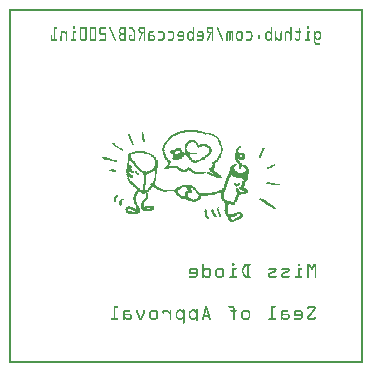
<source format=gbo>
G04 MADE WITH FRITZING*
G04 WWW.FRITZING.ORG*
G04 DOUBLE SIDED*
G04 HOLES PLATED*
G04 CONTOUR ON CENTER OF CONTOUR VECTOR*
%ASAXBY*%
%FSLAX23Y23*%
%MOIN*%
%OFA0B0*%
%SFA1.0B1.0*%
%ADD10R,0.001000X0.001000*%
%LNSILK0*%
G90*
G70*
G36*
X447Y770D02*
X447Y763D01*
X449Y763D01*
X449Y755D01*
X450Y755D01*
X450Y747D01*
X452Y747D01*
X452Y739D01*
X447Y739D01*
X447Y742D01*
X445Y742D01*
X445Y745D01*
X444Y745D01*
X444Y758D01*
X442Y758D01*
X442Y770D01*
X447Y770D01*
G37*
D02*
G36*
X403Y763D02*
X403Y760D01*
X404Y760D01*
X404Y757D01*
X406Y757D01*
X406Y753D01*
X408Y753D01*
X408Y748D01*
X409Y748D01*
X409Y743D01*
X411Y743D01*
X411Y740D01*
X413Y740D01*
X413Y737D01*
X414Y737D01*
X414Y732D01*
X416Y732D01*
X416Y729D01*
X414Y729D01*
X414Y727D01*
X411Y727D01*
X411Y729D01*
X409Y729D01*
X409Y734D01*
X408Y734D01*
X408Y737D01*
X406Y737D01*
X406Y740D01*
X404Y740D01*
X404Y743D01*
X403Y743D01*
X403Y748D01*
X401Y748D01*
X401Y755D01*
X400Y755D01*
X400Y758D01*
X398Y758D01*
X398Y763D01*
X403Y763D01*
G37*
D02*
G36*
X350Y735D02*
X350Y734D01*
X352Y734D01*
X352Y732D01*
X354Y732D01*
X354Y729D01*
X355Y729D01*
X355Y727D01*
X357Y727D01*
X357Y725D01*
X362Y725D01*
X362Y724D01*
X363Y724D01*
X363Y722D01*
X365Y722D01*
X365Y721D01*
X368Y721D01*
X368Y719D01*
X372Y719D01*
X372Y717D01*
X373Y717D01*
X373Y716D01*
X377Y716D01*
X377Y714D01*
X380Y714D01*
X380Y712D01*
X381Y712D01*
X381Y709D01*
X377Y709D01*
X377Y711D01*
X373Y711D01*
X373Y712D01*
X370Y712D01*
X370Y714D01*
X368Y714D01*
X368Y716D01*
X365Y716D01*
X365Y717D01*
X362Y717D01*
X362Y719D01*
X359Y719D01*
X359Y722D01*
X354Y722D01*
X354Y724D01*
X352Y724D01*
X352Y725D01*
X350Y725D01*
X350Y727D01*
X347Y727D01*
X347Y729D01*
X345Y729D01*
X345Y730D01*
X344Y730D01*
X344Y735D01*
X350Y735D01*
G37*
D02*
G36*
X613Y745D02*
X613Y743D01*
X619Y743D01*
X619Y742D01*
X623Y742D01*
X623Y740D01*
X624Y740D01*
X624Y737D01*
X605Y737D01*
X605Y735D01*
X601Y735D01*
X601Y734D01*
X600Y734D01*
X600Y732D01*
X598Y732D01*
X598Y730D01*
X596Y730D01*
X596Y727D01*
X595Y727D01*
X595Y724D01*
X593Y724D01*
X593Y717D01*
X591Y717D01*
X591Y714D01*
X593Y714D01*
X593Y706D01*
X595Y706D01*
X595Y704D01*
X603Y704D01*
X603Y702D01*
X585Y702D01*
X585Y721D01*
X587Y721D01*
X587Y727D01*
X588Y727D01*
X588Y730D01*
X590Y730D01*
X590Y734D01*
X591Y734D01*
X591Y735D01*
X593Y735D01*
X593Y737D01*
X595Y737D01*
X595Y739D01*
X596Y739D01*
X596Y742D01*
X601Y742D01*
X601Y743D01*
X606Y743D01*
X606Y745D01*
X613Y745D01*
G37*
D02*
G36*
X626Y737D02*
X626Y735D01*
X628Y735D01*
X628Y734D01*
X629Y734D01*
X629Y732D01*
X631Y732D01*
X631Y729D01*
X624Y729D01*
X624Y730D01*
X623Y730D01*
X623Y734D01*
X621Y734D01*
X621Y735D01*
X616Y735D01*
X616Y737D01*
X626Y737D01*
G37*
D02*
G36*
X659Y732D02*
X659Y730D01*
X660Y730D01*
X660Y729D01*
X637Y729D01*
X637Y730D01*
X646Y730D01*
X646Y732D01*
X659Y732D01*
G37*
D02*
G36*
X662Y729D02*
X662Y727D01*
X626Y727D01*
X626Y729D01*
X662Y729D01*
G37*
D02*
G36*
X662Y729D02*
X662Y727D01*
X626Y727D01*
X626Y729D01*
X662Y729D01*
G37*
D02*
G36*
X664Y727D02*
X664Y725D01*
X665Y725D01*
X665Y724D01*
X644Y724D01*
X644Y722D01*
X636Y722D01*
X636Y721D01*
X632Y721D01*
X632Y719D01*
X631Y719D01*
X631Y721D01*
X629Y721D01*
X629Y722D01*
X628Y722D01*
X628Y725D01*
X626Y725D01*
X626Y727D01*
X664Y727D01*
G37*
D02*
G36*
X669Y724D02*
X669Y721D01*
X672Y721D01*
X672Y717D01*
X673Y717D01*
X673Y714D01*
X675Y714D01*
X675Y704D01*
X673Y704D01*
X673Y701D01*
X672Y701D01*
X672Y699D01*
X670Y699D01*
X670Y698D01*
X669Y698D01*
X669Y694D01*
X667Y694D01*
X667Y693D01*
X665Y693D01*
X665Y691D01*
X664Y691D01*
X664Y689D01*
X662Y689D01*
X662Y688D01*
X659Y688D01*
X659Y686D01*
X657Y686D01*
X657Y684D01*
X654Y684D01*
X654Y683D01*
X652Y683D01*
X652Y679D01*
X649Y679D01*
X649Y678D01*
X642Y678D01*
X642Y676D01*
X641Y676D01*
X641Y675D01*
X624Y675D01*
X624Y676D01*
X628Y676D01*
X628Y678D01*
X632Y678D01*
X632Y679D01*
X636Y679D01*
X636Y681D01*
X639Y681D01*
X639Y684D01*
X644Y684D01*
X644Y686D01*
X647Y686D01*
X647Y688D01*
X649Y688D01*
X649Y689D01*
X652Y689D01*
X652Y691D01*
X654Y691D01*
X654Y693D01*
X657Y693D01*
X657Y694D01*
X659Y694D01*
X659Y698D01*
X660Y698D01*
X660Y699D01*
X662Y699D01*
X662Y701D01*
X664Y701D01*
X664Y702D01*
X665Y702D01*
X665Y704D01*
X667Y704D01*
X667Y714D01*
X665Y714D01*
X665Y716D01*
X664Y716D01*
X664Y717D01*
X662Y717D01*
X662Y719D01*
X660Y719D01*
X660Y721D01*
X657Y721D01*
X657Y722D01*
X654Y722D01*
X654Y724D01*
X669Y724D01*
G37*
D02*
G36*
X570Y717D02*
X570Y716D01*
X572Y716D01*
X572Y712D01*
X573Y712D01*
X573Y711D01*
X575Y711D01*
X575Y709D01*
X565Y709D01*
X565Y707D01*
X557Y707D01*
X557Y706D01*
X555Y706D01*
X555Y704D01*
X552Y704D01*
X552Y702D01*
X554Y702D01*
X554Y699D01*
X541Y699D01*
X541Y701D01*
X537Y701D01*
X537Y707D01*
X539Y707D01*
X539Y711D01*
X549Y711D01*
X549Y712D01*
X552Y712D01*
X552Y714D01*
X557Y714D01*
X557Y716D01*
X564Y716D01*
X564Y717D01*
X570Y717D01*
G37*
D02*
G36*
X575Y709D02*
X575Y706D01*
X577Y706D01*
X577Y704D01*
X582Y704D01*
X582Y702D01*
X570Y702D01*
X570Y704D01*
X569Y704D01*
X569Y706D01*
X567Y706D01*
X567Y709D01*
X575Y709D01*
G37*
D02*
G36*
X626Y702D02*
X626Y701D01*
X569Y701D01*
X569Y702D01*
X626Y702D01*
G37*
D02*
G36*
X626Y702D02*
X626Y701D01*
X569Y701D01*
X569Y702D01*
X626Y702D01*
G37*
D02*
G36*
X626Y701D02*
X626Y699D01*
X564Y699D01*
X564Y701D01*
X626Y701D01*
G37*
D02*
G36*
X624Y699D02*
X624Y698D01*
X542Y698D01*
X542Y699D01*
X624Y699D01*
G37*
D02*
G36*
X624Y699D02*
X624Y698D01*
X542Y698D01*
X542Y699D01*
X624Y699D01*
G37*
D02*
G36*
X608Y698D02*
X608Y696D01*
X603Y696D01*
X603Y694D01*
X587Y694D01*
X587Y693D01*
X582Y693D01*
X582Y691D01*
X565Y691D01*
X565Y689D01*
X546Y689D01*
X546Y691D01*
X547Y691D01*
X547Y693D01*
X544Y693D01*
X544Y694D01*
X546Y694D01*
X546Y696D01*
X544Y696D01*
X544Y698D01*
X608Y698D01*
G37*
D02*
G36*
X603Y694D02*
X603Y689D01*
X605Y689D01*
X605Y688D01*
X606Y688D01*
X606Y686D01*
X608Y686D01*
X608Y684D01*
X610Y684D01*
X610Y681D01*
X611Y681D01*
X611Y679D01*
X614Y679D01*
X614Y678D01*
X616Y678D01*
X616Y676D01*
X619Y676D01*
X619Y675D01*
X605Y675D01*
X605Y676D01*
X603Y676D01*
X603Y678D01*
X601Y678D01*
X601Y679D01*
X600Y679D01*
X600Y683D01*
X598Y683D01*
X598Y684D01*
X596Y684D01*
X596Y688D01*
X595Y688D01*
X595Y689D01*
X593Y689D01*
X593Y691D01*
X591Y691D01*
X591Y693D01*
X588Y693D01*
X588Y694D01*
X603Y694D01*
G37*
D02*
G36*
X582Y691D02*
X582Y689D01*
X567Y689D01*
X567Y691D01*
X582Y691D01*
G37*
D02*
G36*
X580Y689D02*
X580Y688D01*
X546Y688D01*
X546Y689D01*
X580Y689D01*
G37*
D02*
G36*
X580Y689D02*
X580Y688D01*
X546Y688D01*
X546Y689D01*
X580Y689D01*
G37*
D02*
G36*
X578Y688D02*
X578Y684D01*
X577Y684D01*
X577Y683D01*
X575Y683D01*
X575Y681D01*
X567Y681D01*
X567Y679D01*
X562Y679D01*
X562Y678D01*
X559Y678D01*
X559Y676D01*
X550Y676D01*
X550Y678D01*
X547Y678D01*
X547Y679D01*
X546Y679D01*
X546Y681D01*
X544Y681D01*
X544Y684D01*
X546Y684D01*
X546Y688D01*
X578Y688D01*
G37*
D02*
G36*
X637Y675D02*
X637Y673D01*
X606Y673D01*
X606Y675D01*
X637Y675D01*
G37*
D02*
G36*
X637Y675D02*
X637Y673D01*
X606Y673D01*
X606Y675D01*
X637Y675D01*
G37*
D02*
G36*
X634Y673D02*
X634Y671D01*
X629Y671D01*
X629Y670D01*
X626Y670D01*
X626Y668D01*
X613Y668D01*
X613Y670D01*
X610Y670D01*
X610Y671D01*
X608Y671D01*
X608Y673D01*
X634Y673D01*
G37*
D02*
G36*
X772Y724D02*
X772Y719D01*
X770Y719D01*
X770Y717D01*
X769Y717D01*
X769Y716D01*
X767Y716D01*
X767Y712D01*
X765Y712D01*
X765Y711D01*
X764Y711D01*
X764Y704D01*
X767Y704D01*
X767Y702D01*
X778Y702D01*
X778Y701D01*
X782Y701D01*
X782Y699D01*
X783Y699D01*
X783Y698D01*
X785Y698D01*
X785Y694D01*
X769Y694D01*
X769Y691D01*
X770Y691D01*
X770Y689D01*
X754Y689D01*
X754Y701D01*
X756Y701D01*
X756Y711D01*
X757Y711D01*
X757Y714D01*
X759Y714D01*
X759Y717D01*
X760Y717D01*
X760Y719D01*
X762Y719D01*
X762Y721D01*
X764Y721D01*
X764Y722D01*
X767Y722D01*
X767Y724D01*
X772Y724D01*
G37*
D02*
G36*
X787Y694D02*
X787Y693D01*
X788Y693D01*
X788Y689D01*
X777Y689D01*
X777Y691D01*
X778Y691D01*
X778Y694D01*
X787Y694D01*
G37*
D02*
G36*
X787Y689D02*
X787Y688D01*
X754Y688D01*
X754Y689D01*
X787Y689D01*
G37*
D02*
G36*
X787Y689D02*
X787Y688D01*
X754Y688D01*
X754Y689D01*
X787Y689D01*
G37*
D02*
G36*
X787Y688D02*
X787Y683D01*
X785Y683D01*
X785Y681D01*
X764Y681D01*
X764Y679D01*
X752Y679D01*
X752Y688D01*
X787Y688D01*
G37*
D02*
G36*
X783Y681D02*
X783Y679D01*
X770Y679D01*
X770Y681D01*
X783Y681D01*
G37*
D02*
G36*
X769Y681D02*
X769Y679D01*
X765Y679D01*
X765Y681D01*
X769Y681D01*
G37*
D02*
G36*
X765Y679D02*
X765Y676D01*
X767Y676D01*
X767Y675D01*
X769Y675D01*
X769Y671D01*
X770Y671D01*
X770Y668D01*
X774Y668D01*
X774Y666D01*
X775Y666D01*
X775Y657D01*
X777Y657D01*
X777Y655D01*
X775Y655D01*
X775Y653D01*
X774Y653D01*
X774Y650D01*
X772Y650D01*
X772Y648D01*
X765Y648D01*
X765Y657D01*
X767Y657D01*
X767Y661D01*
X765Y661D01*
X765Y665D01*
X764Y665D01*
X764Y666D01*
X762Y666D01*
X762Y668D01*
X759Y668D01*
X759Y671D01*
X757Y671D01*
X757Y673D01*
X756Y673D01*
X756Y676D01*
X754Y676D01*
X754Y678D01*
X752Y678D01*
X752Y679D01*
X765Y679D01*
G37*
D02*
G36*
X852Y719D02*
X852Y714D01*
X851Y714D01*
X851Y709D01*
X849Y709D01*
X849Y706D01*
X847Y706D01*
X847Y702D01*
X846Y702D01*
X846Y701D01*
X844Y701D01*
X844Y698D01*
X842Y698D01*
X842Y691D01*
X841Y691D01*
X841Y689D01*
X839Y689D01*
X839Y684D01*
X833Y684D01*
X833Y689D01*
X834Y689D01*
X834Y693D01*
X836Y693D01*
X836Y698D01*
X838Y698D01*
X838Y701D01*
X839Y701D01*
X839Y702D01*
X841Y702D01*
X841Y707D01*
X842Y707D01*
X842Y712D01*
X844Y712D01*
X844Y716D01*
X846Y716D01*
X846Y717D01*
X847Y717D01*
X847Y719D01*
X852Y719D01*
G37*
D02*
G36*
X321Y688D02*
X321Y686D01*
X327Y686D01*
X327Y684D01*
X331Y684D01*
X331Y683D01*
X337Y683D01*
X337Y681D01*
X344Y681D01*
X344Y679D01*
X352Y679D01*
X352Y678D01*
X357Y678D01*
X357Y676D01*
X360Y676D01*
X360Y673D01*
X359Y673D01*
X359Y671D01*
X350Y671D01*
X350Y673D01*
X342Y673D01*
X342Y675D01*
X337Y675D01*
X337Y676D01*
X326Y676D01*
X326Y678D01*
X322Y678D01*
X322Y679D01*
X316Y679D01*
X316Y681D01*
X313Y681D01*
X313Y683D01*
X311Y683D01*
X311Y686D01*
X313Y686D01*
X313Y688D01*
X321Y688D01*
G37*
D02*
G36*
X608Y778D02*
X608Y776D01*
X629Y776D01*
X629Y775D01*
X637Y775D01*
X637Y773D01*
X644Y773D01*
X644Y771D01*
X591Y771D01*
X591Y770D01*
X587Y770D01*
X587Y768D01*
X577Y768D01*
X577Y766D01*
X570Y766D01*
X570Y765D01*
X565Y765D01*
X565Y763D01*
X562Y763D01*
X562Y762D01*
X559Y762D01*
X559Y760D01*
X555Y760D01*
X555Y758D01*
X550Y758D01*
X550Y757D01*
X547Y757D01*
X547Y755D01*
X546Y755D01*
X546Y753D01*
X542Y753D01*
X542Y752D01*
X541Y752D01*
X541Y750D01*
X539Y750D01*
X539Y748D01*
X537Y748D01*
X537Y747D01*
X536Y747D01*
X536Y743D01*
X534Y743D01*
X534Y742D01*
X531Y742D01*
X531Y739D01*
X529Y739D01*
X529Y737D01*
X527Y737D01*
X527Y735D01*
X526Y735D01*
X526Y732D01*
X524Y732D01*
X524Y730D01*
X523Y730D01*
X523Y729D01*
X521Y729D01*
X521Y724D01*
X519Y724D01*
X519Y716D01*
X518Y716D01*
X518Y711D01*
X519Y711D01*
X519Y707D01*
X518Y707D01*
X518Y704D01*
X519Y704D01*
X519Y699D01*
X521Y699D01*
X521Y696D01*
X523Y696D01*
X523Y693D01*
X524Y693D01*
X524Y689D01*
X526Y689D01*
X526Y688D01*
X527Y688D01*
X527Y684D01*
X529Y684D01*
X529Y681D01*
X531Y681D01*
X531Y679D01*
X532Y679D01*
X532Y678D01*
X534Y678D01*
X534Y676D01*
X537Y676D01*
X537Y675D01*
X539Y675D01*
X539Y666D01*
X537Y666D01*
X537Y663D01*
X536Y663D01*
X536Y660D01*
X534Y660D01*
X534Y658D01*
X536Y658D01*
X536Y657D01*
X524Y657D01*
X524Y658D01*
X526Y658D01*
X526Y660D01*
X527Y660D01*
X527Y661D01*
X529Y661D01*
X529Y666D01*
X531Y666D01*
X531Y670D01*
X529Y670D01*
X529Y671D01*
X527Y671D01*
X527Y673D01*
X526Y673D01*
X526Y676D01*
X523Y676D01*
X523Y678D01*
X521Y678D01*
X521Y683D01*
X519Y683D01*
X519Y684D01*
X518Y684D01*
X518Y689D01*
X516Y689D01*
X516Y693D01*
X514Y693D01*
X514Y696D01*
X513Y696D01*
X513Y707D01*
X511Y707D01*
X511Y716D01*
X513Y716D01*
X513Y725D01*
X514Y725D01*
X514Y729D01*
X516Y729D01*
X516Y732D01*
X518Y732D01*
X518Y735D01*
X519Y735D01*
X519Y737D01*
X521Y737D01*
X521Y739D01*
X523Y739D01*
X523Y740D01*
X524Y740D01*
X524Y742D01*
X526Y742D01*
X526Y743D01*
X527Y743D01*
X527Y745D01*
X529Y745D01*
X529Y747D01*
X531Y747D01*
X531Y750D01*
X532Y750D01*
X532Y752D01*
X534Y752D01*
X534Y753D01*
X536Y753D01*
X536Y755D01*
X537Y755D01*
X537Y757D01*
X539Y757D01*
X539Y758D01*
X541Y758D01*
X541Y760D01*
X544Y760D01*
X544Y762D01*
X547Y762D01*
X547Y763D01*
X550Y763D01*
X550Y765D01*
X554Y765D01*
X554Y766D01*
X557Y766D01*
X557Y768D01*
X560Y768D01*
X560Y770D01*
X567Y770D01*
X567Y771D01*
X570Y771D01*
X570Y773D01*
X575Y773D01*
X575Y775D01*
X582Y775D01*
X582Y776D01*
X606Y776D01*
X606Y778D01*
X608Y778D01*
G37*
D02*
G36*
X649Y771D02*
X649Y770D01*
X654Y770D01*
X654Y768D01*
X665Y768D01*
X665Y766D01*
X673Y766D01*
X673Y765D01*
X678Y765D01*
X678Y763D01*
X657Y763D01*
X657Y762D01*
X654Y762D01*
X654Y763D01*
X651Y763D01*
X651Y765D01*
X647Y765D01*
X647Y766D01*
X639Y766D01*
X639Y768D01*
X628Y768D01*
X628Y770D01*
X616Y770D01*
X616Y771D01*
X649Y771D01*
G37*
D02*
G36*
X683Y763D02*
X683Y762D01*
X687Y762D01*
X687Y760D01*
X688Y760D01*
X688Y758D01*
X692Y758D01*
X692Y757D01*
X693Y757D01*
X693Y755D01*
X695Y755D01*
X695Y753D01*
X696Y753D01*
X696Y752D01*
X698Y752D01*
X698Y750D01*
X700Y750D01*
X700Y748D01*
X701Y748D01*
X701Y745D01*
X703Y745D01*
X703Y742D01*
X705Y742D01*
X705Y739D01*
X706Y739D01*
X706Y735D01*
X708Y735D01*
X708Y729D01*
X710Y729D01*
X710Y724D01*
X711Y724D01*
X711Y716D01*
X713Y716D01*
X713Y707D01*
X711Y707D01*
X711Y698D01*
X710Y698D01*
X710Y696D01*
X708Y696D01*
X708Y691D01*
X706Y691D01*
X706Y686D01*
X705Y686D01*
X705Y684D01*
X703Y684D01*
X703Y683D01*
X701Y683D01*
X701Y679D01*
X700Y679D01*
X700Y676D01*
X698Y676D01*
X698Y675D01*
X696Y675D01*
X696Y673D01*
X695Y673D01*
X695Y671D01*
X692Y671D01*
X692Y670D01*
X690Y670D01*
X690Y668D01*
X688Y668D01*
X688Y660D01*
X687Y660D01*
X687Y653D01*
X685Y653D01*
X685Y652D01*
X683Y652D01*
X683Y650D01*
X682Y650D01*
X682Y648D01*
X683Y648D01*
X683Y642D01*
X685Y642D01*
X685Y640D01*
X672Y640D01*
X672Y638D01*
X670Y638D01*
X670Y643D01*
X669Y643D01*
X669Y645D01*
X667Y645D01*
X667Y650D01*
X670Y650D01*
X670Y652D01*
X673Y652D01*
X673Y653D01*
X675Y653D01*
X675Y655D01*
X677Y655D01*
X677Y657D01*
X678Y657D01*
X678Y660D01*
X680Y660D01*
X680Y665D01*
X678Y665D01*
X678Y670D01*
X680Y670D01*
X680Y671D01*
X682Y671D01*
X682Y673D01*
X685Y673D01*
X685Y675D01*
X687Y675D01*
X687Y676D01*
X688Y676D01*
X688Y678D01*
X690Y678D01*
X690Y679D01*
X693Y679D01*
X693Y683D01*
X695Y683D01*
X695Y684D01*
X696Y684D01*
X696Y688D01*
X698Y688D01*
X698Y691D01*
X700Y691D01*
X700Y693D01*
X701Y693D01*
X701Y698D01*
X703Y698D01*
X703Y701D01*
X705Y701D01*
X705Y724D01*
X703Y724D01*
X703Y729D01*
X701Y729D01*
X701Y734D01*
X700Y734D01*
X700Y739D01*
X698Y739D01*
X698Y742D01*
X696Y742D01*
X696Y743D01*
X695Y743D01*
X695Y747D01*
X693Y747D01*
X693Y748D01*
X692Y748D01*
X692Y752D01*
X690Y752D01*
X690Y753D01*
X687Y753D01*
X687Y755D01*
X683Y755D01*
X683Y757D01*
X682Y757D01*
X682Y758D01*
X677Y758D01*
X677Y760D01*
X675Y760D01*
X675Y762D01*
X667Y762D01*
X667Y763D01*
X683Y763D01*
G37*
D02*
G36*
X562Y658D02*
X562Y657D01*
X552Y657D01*
X552Y658D01*
X562Y658D01*
G37*
D02*
G36*
X550Y658D02*
X550Y657D01*
X544Y657D01*
X544Y658D01*
X550Y658D01*
G37*
D02*
G36*
X564Y657D02*
X564Y655D01*
X523Y655D01*
X523Y657D01*
X564Y657D01*
G37*
D02*
G36*
X564Y657D02*
X564Y655D01*
X523Y655D01*
X523Y657D01*
X564Y657D01*
G37*
D02*
G36*
X564Y657D02*
X564Y655D01*
X523Y655D01*
X523Y657D01*
X564Y657D01*
G37*
D02*
G36*
X564Y655D02*
X564Y653D01*
X565Y653D01*
X565Y652D01*
X541Y652D01*
X541Y650D01*
X534Y650D01*
X534Y648D01*
X527Y648D01*
X527Y647D01*
X519Y647D01*
X519Y648D01*
X516Y648D01*
X516Y650D01*
X518Y650D01*
X518Y652D01*
X519Y652D01*
X519Y653D01*
X521Y653D01*
X521Y655D01*
X564Y655D01*
G37*
D02*
G36*
X600Y653D02*
X600Y652D01*
X603Y652D01*
X603Y650D01*
X605Y650D01*
X605Y648D01*
X608Y648D01*
X608Y647D01*
X610Y647D01*
X610Y645D01*
X585Y645D01*
X585Y647D01*
X591Y647D01*
X591Y648D01*
X593Y648D01*
X593Y652D01*
X595Y652D01*
X595Y653D01*
X600Y653D01*
G37*
D02*
G36*
X569Y652D02*
X569Y650D01*
X572Y650D01*
X572Y648D01*
X575Y648D01*
X575Y647D01*
X580Y647D01*
X580Y645D01*
X564Y645D01*
X564Y647D01*
X562Y647D01*
X562Y648D01*
X560Y648D01*
X560Y650D01*
X549Y650D01*
X549Y652D01*
X569Y652D01*
G37*
D02*
G36*
X613Y645D02*
X613Y643D01*
X565Y643D01*
X565Y645D01*
X613Y645D01*
G37*
D02*
G36*
X613Y645D02*
X613Y643D01*
X565Y643D01*
X565Y645D01*
X613Y645D01*
G37*
D02*
G36*
X614Y643D02*
X614Y642D01*
X616Y642D01*
X616Y640D01*
X619Y640D01*
X619Y638D01*
X623Y638D01*
X623Y637D01*
X636Y637D01*
X636Y635D01*
X611Y635D01*
X611Y637D01*
X608Y637D01*
X608Y638D01*
X606Y638D01*
X606Y640D01*
X603Y640D01*
X603Y642D01*
X601Y642D01*
X601Y643D01*
X614Y643D01*
G37*
D02*
G36*
X598Y643D02*
X598Y642D01*
X596Y642D01*
X596Y640D01*
X593Y640D01*
X593Y638D01*
X583Y638D01*
X583Y637D01*
X578Y637D01*
X578Y638D01*
X572Y638D01*
X572Y640D01*
X569Y640D01*
X569Y642D01*
X567Y642D01*
X567Y643D01*
X598Y643D01*
G37*
D02*
G36*
X687Y640D02*
X687Y638D01*
X690Y638D01*
X690Y637D01*
X693Y637D01*
X693Y635D01*
X695Y635D01*
X695Y634D01*
X696Y634D01*
X696Y632D01*
X680Y632D01*
X680Y634D01*
X678Y634D01*
X678Y635D01*
X677Y635D01*
X677Y637D01*
X675Y637D01*
X675Y638D01*
X673Y638D01*
X673Y640D01*
X687Y640D01*
G37*
D02*
G36*
X665Y638D02*
X665Y637D01*
X669Y637D01*
X669Y635D01*
X673Y635D01*
X673Y634D01*
X659Y634D01*
X659Y637D01*
X660Y637D01*
X660Y638D01*
X665Y638D01*
G37*
D02*
G36*
X654Y638D02*
X654Y637D01*
X655Y637D01*
X655Y635D01*
X637Y635D01*
X637Y637D01*
X651Y637D01*
X651Y638D01*
X654Y638D01*
G37*
D02*
G36*
X654Y635D02*
X654Y634D01*
X613Y634D01*
X613Y635D01*
X654Y635D01*
G37*
D02*
G36*
X654Y635D02*
X654Y634D01*
X613Y634D01*
X613Y635D01*
X654Y635D01*
G37*
D02*
G36*
X678Y634D02*
X678Y632D01*
X660Y632D01*
X660Y634D01*
X678Y634D01*
G37*
D02*
G36*
X651Y634D02*
X651Y632D01*
X646Y632D01*
X646Y630D01*
X621Y630D01*
X621Y632D01*
X616Y632D01*
X616Y634D01*
X651Y634D01*
G37*
D02*
G36*
X698Y632D02*
X698Y630D01*
X662Y630D01*
X662Y632D01*
X698Y632D01*
G37*
D02*
G36*
X698Y632D02*
X698Y630D01*
X662Y630D01*
X662Y632D01*
X698Y632D01*
G37*
D02*
G36*
X701Y630D02*
X701Y627D01*
X705Y627D01*
X705Y625D01*
X706Y625D01*
X706Y624D01*
X708Y624D01*
X708Y620D01*
X710Y620D01*
X710Y617D01*
X708Y617D01*
X708Y616D01*
X700Y616D01*
X700Y617D01*
X693Y617D01*
X693Y619D01*
X690Y619D01*
X690Y620D01*
X687Y620D01*
X687Y622D01*
X682Y622D01*
X682Y624D01*
X678Y624D01*
X678Y625D01*
X673Y625D01*
X673Y627D01*
X670Y627D01*
X670Y629D01*
X667Y629D01*
X667Y630D01*
X701Y630D01*
G37*
D02*
G36*
X870Y604D02*
X870Y602D01*
X879Y602D01*
X879Y601D01*
X888Y601D01*
X888Y599D01*
X893Y599D01*
X893Y597D01*
X898Y597D01*
X898Y596D01*
X903Y596D01*
X903Y594D01*
X893Y594D01*
X893Y593D01*
X890Y593D01*
X890Y594D01*
X874Y594D01*
X874Y596D01*
X859Y596D01*
X859Y597D01*
X857Y597D01*
X857Y602D01*
X859Y602D01*
X859Y604D01*
X870Y604D01*
G37*
D02*
G36*
X906Y594D02*
X906Y593D01*
X897Y593D01*
X897Y594D01*
X906Y594D01*
G37*
D02*
G36*
X769Y602D02*
X769Y601D01*
X770Y601D01*
X770Y597D01*
X760Y597D01*
X760Y599D01*
X762Y599D01*
X762Y601D01*
X765Y601D01*
X765Y602D01*
X769Y602D01*
G37*
D02*
G36*
X756Y602D02*
X756Y601D01*
X757Y601D01*
X757Y599D01*
X759Y599D01*
X759Y597D01*
X749Y597D01*
X749Y602D01*
X756Y602D01*
G37*
D02*
G36*
X770Y597D02*
X770Y596D01*
X749Y596D01*
X749Y597D01*
X770Y597D01*
G37*
D02*
G36*
X770Y597D02*
X770Y596D01*
X749Y596D01*
X749Y597D01*
X770Y597D01*
G37*
D02*
G36*
X770Y596D02*
X770Y594D01*
X769Y594D01*
X769Y593D01*
X767Y593D01*
X767Y591D01*
X760Y591D01*
X760Y589D01*
X757Y589D01*
X757Y591D01*
X752Y591D01*
X752Y593D01*
X751Y593D01*
X751Y594D01*
X749Y594D01*
X749Y596D01*
X770Y596D01*
G37*
D02*
G36*
X626Y565D02*
X626Y563D01*
X624Y563D01*
X624Y565D01*
X626Y565D01*
G37*
D02*
G36*
X360Y561D02*
X360Y560D01*
X363Y560D01*
X363Y555D01*
X360Y555D01*
X360Y553D01*
X359Y553D01*
X359Y552D01*
X357Y552D01*
X357Y547D01*
X355Y547D01*
X355Y538D01*
X354Y538D01*
X354Y537D01*
X350Y537D01*
X350Y540D01*
X349Y540D01*
X349Y548D01*
X350Y548D01*
X350Y555D01*
X352Y555D01*
X352Y556D01*
X354Y556D01*
X354Y558D01*
X355Y558D01*
X355Y560D01*
X359Y560D01*
X359Y561D01*
X360Y561D01*
G37*
D02*
G36*
X841Y550D02*
X841Y548D01*
X846Y548D01*
X846Y547D01*
X849Y547D01*
X849Y545D01*
X852Y545D01*
X852Y543D01*
X856Y543D01*
X856Y542D01*
X857Y542D01*
X857Y540D01*
X859Y540D01*
X859Y538D01*
X860Y538D01*
X860Y537D01*
X862Y537D01*
X862Y535D01*
X865Y535D01*
X865Y533D01*
X869Y533D01*
X869Y532D01*
X870Y532D01*
X870Y530D01*
X872Y530D01*
X872Y529D01*
X874Y529D01*
X874Y527D01*
X879Y527D01*
X879Y525D01*
X880Y525D01*
X880Y524D01*
X882Y524D01*
X882Y522D01*
X883Y522D01*
X883Y520D01*
X885Y520D01*
X885Y519D01*
X888Y519D01*
X888Y517D01*
X890Y517D01*
X890Y514D01*
X888Y514D01*
X888Y512D01*
X885Y512D01*
X885Y514D01*
X882Y514D01*
X882Y515D01*
X880Y515D01*
X880Y517D01*
X877Y517D01*
X877Y519D01*
X875Y519D01*
X875Y520D01*
X872Y520D01*
X872Y522D01*
X870Y522D01*
X870Y524D01*
X865Y524D01*
X865Y525D01*
X864Y525D01*
X864Y527D01*
X860Y527D01*
X860Y529D01*
X856Y529D01*
X856Y532D01*
X854Y532D01*
X854Y533D01*
X851Y533D01*
X851Y535D01*
X849Y535D01*
X849Y537D01*
X846Y537D01*
X846Y538D01*
X844Y538D01*
X844Y540D01*
X842Y540D01*
X842Y542D01*
X839Y542D01*
X839Y543D01*
X838Y543D01*
X838Y545D01*
X834Y545D01*
X834Y548D01*
X836Y548D01*
X836Y550D01*
X841Y550D01*
G37*
D02*
G36*
X383Y548D02*
X383Y545D01*
X381Y545D01*
X381Y543D01*
X378Y543D01*
X378Y540D01*
X377Y540D01*
X377Y538D01*
X375Y538D01*
X375Y527D01*
X372Y527D01*
X372Y525D01*
X370Y525D01*
X370Y529D01*
X368Y529D01*
X368Y540D01*
X370Y540D01*
X370Y543D01*
X372Y543D01*
X372Y545D01*
X373Y545D01*
X373Y547D01*
X377Y547D01*
X377Y548D01*
X383Y548D01*
G37*
D02*
G36*
X698Y524D02*
X698Y522D01*
X700Y522D01*
X700Y517D01*
X698Y517D01*
X698Y515D01*
X700Y515D01*
X700Y509D01*
X701Y509D01*
X701Y504D01*
X703Y504D01*
X703Y499D01*
X705Y499D01*
X705Y496D01*
X706Y496D01*
X706Y488D01*
X705Y488D01*
X705Y489D01*
X701Y489D01*
X701Y494D01*
X700Y494D01*
X700Y496D01*
X698Y496D01*
X698Y501D01*
X696Y501D01*
X696Y504D01*
X695Y504D01*
X695Y509D01*
X693Y509D01*
X693Y511D01*
X695Y511D01*
X695Y512D01*
X693Y512D01*
X693Y519D01*
X695Y519D01*
X695Y522D01*
X696Y522D01*
X696Y524D01*
X698Y524D01*
G37*
D02*
G36*
X678Y517D02*
X678Y515D01*
X680Y515D01*
X680Y511D01*
X682Y511D01*
X682Y509D01*
X683Y509D01*
X683Y502D01*
X685Y502D01*
X685Y501D01*
X687Y501D01*
X687Y499D01*
X688Y499D01*
X688Y496D01*
X690Y496D01*
X690Y492D01*
X692Y492D01*
X692Y488D01*
X685Y488D01*
X685Y489D01*
X683Y489D01*
X683Y491D01*
X682Y491D01*
X682Y492D01*
X680Y492D01*
X680Y497D01*
X678Y497D01*
X678Y501D01*
X677Y501D01*
X677Y504D01*
X673Y504D01*
X673Y511D01*
X675Y511D01*
X675Y515D01*
X677Y515D01*
X677Y517D01*
X678Y517D01*
G37*
D02*
G36*
X657Y514D02*
X657Y511D01*
X659Y511D01*
X659Y506D01*
X660Y506D01*
X660Y492D01*
X662Y492D01*
X662Y491D01*
X664Y491D01*
X664Y489D01*
X665Y489D01*
X665Y486D01*
X667Y486D01*
X667Y481D01*
X660Y481D01*
X660Y483D01*
X659Y483D01*
X659Y484D01*
X657Y484D01*
X657Y488D01*
X654Y488D01*
X654Y492D01*
X652Y492D01*
X652Y504D01*
X651Y504D01*
X651Y506D01*
X652Y506D01*
X652Y511D01*
X651Y511D01*
X651Y512D01*
X654Y512D01*
X654Y514D01*
X657Y514D01*
G37*
D02*
G36*
X442Y707D02*
X442Y706D01*
X454Y706D01*
X454Y704D01*
X459Y704D01*
X459Y702D01*
X464Y702D01*
X464Y701D01*
X421Y701D01*
X421Y699D01*
X416Y699D01*
X416Y698D01*
X411Y698D01*
X411Y696D01*
X408Y696D01*
X408Y694D01*
X406Y694D01*
X406Y689D01*
X408Y689D01*
X408Y684D01*
X409Y684D01*
X409Y683D01*
X411Y683D01*
X411Y679D01*
X413Y679D01*
X413Y678D01*
X414Y678D01*
X414Y676D01*
X403Y676D01*
X403Y673D01*
X401Y673D01*
X401Y661D01*
X406Y661D01*
X406Y660D01*
X408Y660D01*
X408Y658D01*
X409Y658D01*
X409Y653D01*
X411Y653D01*
X411Y650D01*
X408Y650D01*
X408Y647D01*
X409Y647D01*
X409Y645D01*
X411Y645D01*
X411Y642D01*
X400Y642D01*
X400Y640D01*
X391Y640D01*
X391Y648D01*
X393Y648D01*
X393Y666D01*
X395Y666D01*
X395Y698D01*
X396Y698D01*
X396Y699D01*
X401Y699D01*
X401Y701D01*
X406Y701D01*
X406Y702D01*
X411Y702D01*
X411Y704D01*
X421Y704D01*
X421Y706D01*
X429Y706D01*
X429Y707D01*
X442Y707D01*
G37*
D02*
G36*
X470Y701D02*
X470Y699D01*
X473Y699D01*
X473Y698D01*
X477Y698D01*
X477Y696D01*
X478Y696D01*
X478Y694D01*
X480Y694D01*
X480Y693D01*
X483Y693D01*
X483Y689D01*
X486Y689D01*
X486Y688D01*
X488Y688D01*
X488Y686D01*
X490Y686D01*
X490Y683D01*
X491Y683D01*
X491Y679D01*
X493Y679D01*
X493Y676D01*
X495Y676D01*
X495Y670D01*
X496Y670D01*
X496Y665D01*
X495Y665D01*
X495Y663D01*
X496Y663D01*
X496Y660D01*
X495Y660D01*
X495Y652D01*
X493Y652D01*
X493Y642D01*
X483Y642D01*
X483Y640D01*
X480Y640D01*
X480Y638D01*
X460Y638D01*
X460Y640D01*
X464Y640D01*
X464Y642D01*
X470Y642D01*
X470Y643D01*
X473Y643D01*
X473Y645D01*
X475Y645D01*
X475Y647D01*
X477Y647D01*
X477Y648D01*
X480Y648D01*
X480Y650D01*
X482Y650D01*
X482Y652D01*
X483Y652D01*
X483Y657D01*
X485Y657D01*
X485Y661D01*
X486Y661D01*
X486Y665D01*
X485Y665D01*
X485Y666D01*
X486Y666D01*
X486Y670D01*
X485Y670D01*
X485Y671D01*
X486Y671D01*
X486Y675D01*
X485Y675D01*
X485Y679D01*
X483Y679D01*
X483Y683D01*
X482Y683D01*
X482Y684D01*
X480Y684D01*
X480Y688D01*
X477Y688D01*
X477Y689D01*
X473Y689D01*
X473Y691D01*
X472Y691D01*
X472Y693D01*
X468Y693D01*
X468Y694D01*
X467Y694D01*
X467Y696D01*
X464Y696D01*
X464Y698D01*
X457Y698D01*
X457Y699D01*
X450Y699D01*
X450Y701D01*
X470Y701D01*
G37*
D02*
G36*
X414Y676D02*
X414Y675D01*
X416Y675D01*
X416Y673D01*
X419Y673D01*
X419Y670D01*
X421Y670D01*
X421Y668D01*
X423Y668D01*
X423Y665D01*
X424Y665D01*
X424Y661D01*
X426Y661D01*
X426Y660D01*
X427Y660D01*
X427Y658D01*
X429Y658D01*
X429Y657D01*
X431Y657D01*
X431Y655D01*
X432Y655D01*
X432Y653D01*
X434Y653D01*
X434Y650D01*
X437Y650D01*
X437Y648D01*
X439Y648D01*
X439Y647D01*
X441Y647D01*
X441Y645D01*
X442Y645D01*
X442Y642D01*
X445Y642D01*
X445Y640D01*
X455Y640D01*
X455Y638D01*
X436Y638D01*
X436Y640D01*
X434Y640D01*
X434Y642D01*
X432Y642D01*
X432Y643D01*
X431Y643D01*
X431Y647D01*
X429Y647D01*
X429Y648D01*
X427Y648D01*
X427Y650D01*
X426Y650D01*
X426Y652D01*
X424Y652D01*
X424Y653D01*
X423Y653D01*
X423Y655D01*
X421Y655D01*
X421Y657D01*
X419Y657D01*
X419Y658D01*
X418Y658D01*
X418Y661D01*
X416Y661D01*
X416Y663D01*
X414Y663D01*
X414Y666D01*
X413Y666D01*
X413Y668D01*
X411Y668D01*
X411Y670D01*
X409Y670D01*
X409Y671D01*
X408Y671D01*
X408Y673D01*
X404Y673D01*
X404Y676D01*
X414Y676D01*
G37*
D02*
G36*
X756Y665D02*
X756Y663D01*
X759Y663D01*
X759Y660D01*
X756Y660D01*
X756Y658D01*
X754Y658D01*
X754Y657D01*
X752Y657D01*
X752Y653D01*
X751Y653D01*
X751Y650D01*
X749Y650D01*
X749Y648D01*
X752Y648D01*
X752Y645D01*
X754Y645D01*
X754Y642D01*
X756Y642D01*
X756Y640D01*
X759Y640D01*
X759Y638D01*
X760Y638D01*
X760Y637D01*
X764Y637D01*
X764Y635D01*
X733Y635D01*
X733Y638D01*
X734Y638D01*
X734Y642D01*
X736Y642D01*
X736Y648D01*
X737Y648D01*
X737Y653D01*
X739Y653D01*
X739Y657D01*
X741Y657D01*
X741Y658D01*
X744Y658D01*
X744Y660D01*
X746Y660D01*
X746Y661D01*
X749Y661D01*
X749Y663D01*
X752Y663D01*
X752Y665D01*
X756Y665D01*
G37*
D02*
G36*
X787Y661D02*
X787Y660D01*
X790Y660D01*
X790Y658D01*
X792Y658D01*
X792Y657D01*
X793Y657D01*
X793Y655D01*
X795Y655D01*
X795Y653D01*
X797Y653D01*
X797Y650D01*
X798Y650D01*
X798Y647D01*
X800Y647D01*
X800Y637D01*
X801Y637D01*
X801Y635D01*
X780Y635D01*
X780Y637D01*
X787Y637D01*
X787Y640D01*
X790Y640D01*
X790Y643D01*
X788Y643D01*
X788Y645D01*
X790Y645D01*
X790Y647D01*
X787Y647D01*
X787Y650D01*
X785Y650D01*
X785Y652D01*
X783Y652D01*
X783Y653D01*
X780Y653D01*
X780Y657D01*
X778Y657D01*
X778Y660D01*
X780Y660D01*
X780Y661D01*
X787Y661D01*
G37*
D02*
G36*
X493Y642D02*
X493Y632D01*
X491Y632D01*
X491Y617D01*
X490Y617D01*
X490Y616D01*
X491Y616D01*
X491Y614D01*
X490Y614D01*
X490Y609D01*
X488Y609D01*
X488Y606D01*
X486Y606D01*
X486Y602D01*
X485Y602D01*
X485Y601D01*
X486Y601D01*
X486Y597D01*
X485Y597D01*
X485Y594D01*
X486Y594D01*
X486Y593D01*
X490Y593D01*
X490Y591D01*
X493Y591D01*
X493Y589D01*
X495Y589D01*
X495Y588D01*
X496Y588D01*
X496Y586D01*
X477Y586D01*
X477Y584D01*
X475Y584D01*
X475Y583D01*
X473Y583D01*
X473Y579D01*
X472Y579D01*
X472Y578D01*
X470Y578D01*
X470Y576D01*
X457Y576D01*
X457Y578D01*
X459Y578D01*
X459Y579D01*
X462Y579D01*
X462Y581D01*
X464Y581D01*
X464Y583D01*
X465Y583D01*
X465Y584D01*
X467Y584D01*
X467Y586D01*
X468Y586D01*
X468Y588D01*
X470Y588D01*
X470Y591D01*
X472Y591D01*
X472Y594D01*
X470Y594D01*
X470Y599D01*
X472Y599D01*
X472Y601D01*
X478Y601D01*
X478Y602D01*
X480Y602D01*
X480Y607D01*
X482Y607D01*
X482Y611D01*
X483Y611D01*
X483Y616D01*
X485Y616D01*
X485Y642D01*
X493Y642D01*
G37*
D02*
G36*
X424Y642D02*
X424Y640D01*
X426Y640D01*
X426Y638D01*
X419Y638D01*
X419Y642D01*
X424Y642D01*
G37*
D02*
G36*
X413Y642D02*
X413Y640D01*
X401Y640D01*
X401Y642D01*
X413Y642D01*
G37*
D02*
G36*
X416Y640D02*
X416Y638D01*
X391Y638D01*
X391Y640D01*
X416Y640D01*
G37*
D02*
G36*
X416Y640D02*
X416Y638D01*
X391Y638D01*
X391Y640D01*
X416Y640D01*
G37*
D02*
G36*
X477Y638D02*
X477Y637D01*
X439Y637D01*
X439Y638D01*
X477Y638D01*
G37*
D02*
G36*
X477Y638D02*
X477Y637D01*
X439Y637D01*
X439Y638D01*
X477Y638D01*
G37*
D02*
G36*
X426Y638D02*
X426Y637D01*
X406Y637D01*
X406Y638D01*
X426Y638D01*
G37*
D02*
G36*
X426Y638D02*
X426Y637D01*
X406Y637D01*
X406Y638D01*
X426Y638D01*
G37*
D02*
G36*
X400Y638D02*
X400Y635D01*
X401Y635D01*
X401Y634D01*
X403Y634D01*
X403Y632D01*
X404Y632D01*
X404Y630D01*
X406Y630D01*
X406Y629D01*
X411Y629D01*
X411Y627D01*
X413Y627D01*
X413Y624D01*
X414Y624D01*
X414Y620D01*
X401Y620D01*
X401Y617D01*
X403Y617D01*
X403Y616D01*
X401Y616D01*
X401Y614D01*
X403Y614D01*
X403Y611D01*
X404Y611D01*
X404Y607D01*
X406Y607D01*
X406Y606D01*
X409Y606D01*
X409Y604D01*
X413Y604D01*
X413Y602D01*
X414Y602D01*
X414Y601D01*
X416Y601D01*
X416Y597D01*
X418Y597D01*
X418Y596D01*
X419Y596D01*
X419Y594D01*
X421Y594D01*
X421Y593D01*
X424Y593D01*
X424Y591D01*
X426Y591D01*
X426Y588D01*
X429Y588D01*
X429Y586D01*
X431Y586D01*
X431Y584D01*
X434Y584D01*
X434Y583D01*
X436Y583D01*
X436Y581D01*
X437Y581D01*
X437Y579D01*
X439Y579D01*
X439Y578D01*
X442Y578D01*
X442Y576D01*
X427Y576D01*
X427Y578D01*
X426Y578D01*
X426Y581D01*
X423Y581D01*
X423Y584D01*
X419Y584D01*
X419Y586D01*
X418Y586D01*
X418Y588D01*
X416Y588D01*
X416Y589D01*
X414Y589D01*
X414Y591D01*
X413Y591D01*
X413Y593D01*
X411Y593D01*
X411Y594D01*
X408Y594D01*
X408Y596D01*
X404Y596D01*
X404Y597D01*
X403Y597D01*
X403Y601D01*
X401Y601D01*
X401Y602D01*
X400Y602D01*
X400Y606D01*
X398Y606D01*
X398Y607D01*
X396Y607D01*
X396Y609D01*
X395Y609D01*
X395Y614D01*
X393Y614D01*
X393Y616D01*
X395Y616D01*
X395Y622D01*
X393Y622D01*
X393Y629D01*
X391Y629D01*
X391Y630D01*
X393Y630D01*
X393Y634D01*
X391Y634D01*
X391Y638D01*
X400Y638D01*
G37*
D02*
G36*
X473Y637D02*
X473Y635D01*
X468Y635D01*
X468Y634D01*
X465Y634D01*
X465Y632D01*
X464Y632D01*
X464Y630D01*
X460Y630D01*
X460Y629D01*
X459Y629D01*
X459Y627D01*
X457Y627D01*
X457Y622D01*
X455Y622D01*
X455Y617D01*
X457Y617D01*
X457Y616D01*
X455Y616D01*
X455Y604D01*
X457Y604D01*
X457Y602D01*
X455Y602D01*
X455Y593D01*
X454Y593D01*
X454Y578D01*
X455Y578D01*
X455Y576D01*
X444Y576D01*
X444Y579D01*
X445Y579D01*
X445Y584D01*
X447Y584D01*
X447Y586D01*
X445Y586D01*
X445Y589D01*
X447Y589D01*
X447Y599D01*
X449Y599D01*
X449Y627D01*
X447Y627D01*
X447Y632D01*
X445Y632D01*
X445Y634D01*
X444Y634D01*
X444Y635D01*
X442Y635D01*
X442Y637D01*
X473Y637D01*
G37*
D02*
G36*
X427Y637D02*
X427Y635D01*
X431Y635D01*
X431Y634D01*
X432Y634D01*
X432Y632D01*
X434Y632D01*
X434Y630D01*
X432Y630D01*
X432Y629D01*
X427Y629D01*
X427Y630D01*
X424Y630D01*
X424Y632D01*
X423Y632D01*
X423Y634D01*
X421Y634D01*
X421Y635D01*
X419Y635D01*
X419Y637D01*
X427Y637D01*
G37*
D02*
G36*
X418Y637D02*
X418Y635D01*
X416Y635D01*
X416Y634D01*
X411Y634D01*
X411Y635D01*
X408Y635D01*
X408Y637D01*
X418Y637D01*
G37*
D02*
G36*
X801Y635D02*
X801Y634D01*
X733Y634D01*
X733Y635D01*
X801Y635D01*
G37*
D02*
G36*
X801Y635D02*
X801Y634D01*
X733Y634D01*
X733Y635D01*
X801Y635D01*
G37*
D02*
G36*
X800Y634D02*
X800Y630D01*
X798Y630D01*
X798Y629D01*
X800Y629D01*
X800Y627D01*
X739Y627D01*
X739Y622D01*
X737Y622D01*
X737Y620D01*
X736Y620D01*
X736Y616D01*
X734Y616D01*
X734Y611D01*
X733Y611D01*
X733Y606D01*
X731Y606D01*
X731Y602D01*
X729Y602D01*
X729Y599D01*
X728Y599D01*
X728Y596D01*
X726Y596D01*
X726Y589D01*
X724Y589D01*
X724Y586D01*
X723Y586D01*
X723Y579D01*
X721Y579D01*
X721Y575D01*
X719Y575D01*
X719Y570D01*
X705Y570D01*
X705Y568D01*
X698Y568D01*
X698Y566D01*
X665Y566D01*
X665Y568D01*
X675Y568D01*
X675Y570D01*
X685Y570D01*
X685Y571D01*
X692Y571D01*
X692Y573D01*
X696Y573D01*
X696Y575D01*
X700Y575D01*
X700Y576D01*
X705Y576D01*
X705Y578D01*
X708Y578D01*
X708Y579D01*
X711Y579D01*
X711Y583D01*
X713Y583D01*
X713Y584D01*
X715Y584D01*
X715Y589D01*
X716Y589D01*
X716Y593D01*
X718Y593D01*
X718Y597D01*
X719Y597D01*
X719Y602D01*
X721Y602D01*
X721Y607D01*
X723Y607D01*
X723Y609D01*
X724Y609D01*
X724Y616D01*
X726Y616D01*
X726Y620D01*
X728Y620D01*
X728Y625D01*
X729Y625D01*
X729Y627D01*
X731Y627D01*
X731Y632D01*
X733Y632D01*
X733Y634D01*
X800Y634D01*
G37*
D02*
G36*
X798Y627D02*
X798Y624D01*
X749Y624D01*
X749Y622D01*
X747Y622D01*
X747Y624D01*
X746Y624D01*
X746Y625D01*
X742Y625D01*
X742Y627D01*
X798Y627D01*
G37*
D02*
G36*
X798Y624D02*
X798Y620D01*
X797Y620D01*
X797Y617D01*
X795Y617D01*
X795Y612D01*
X793Y612D01*
X793Y611D01*
X792Y611D01*
X792Y606D01*
X790Y606D01*
X790Y604D01*
X788Y604D01*
X788Y599D01*
X787Y599D01*
X787Y594D01*
X785Y594D01*
X785Y591D01*
X783Y591D01*
X783Y588D01*
X782Y588D01*
X782Y586D01*
X783Y586D01*
X783Y584D01*
X787Y584D01*
X787Y583D01*
X790Y583D01*
X790Y581D01*
X792Y581D01*
X792Y579D01*
X793Y579D01*
X793Y578D01*
X795Y578D01*
X795Y575D01*
X797Y575D01*
X797Y570D01*
X778Y570D01*
X778Y571D01*
X782Y571D01*
X782Y575D01*
X777Y575D01*
X777Y576D01*
X772Y576D01*
X772Y578D01*
X770Y578D01*
X770Y579D01*
X769Y579D01*
X769Y581D01*
X767Y581D01*
X767Y586D01*
X769Y586D01*
X769Y589D01*
X772Y589D01*
X772Y593D01*
X774Y593D01*
X774Y594D01*
X775Y594D01*
X775Y597D01*
X777Y597D01*
X777Y601D01*
X778Y601D01*
X778Y606D01*
X780Y606D01*
X780Y609D01*
X782Y609D01*
X782Y612D01*
X780Y612D01*
X780Y614D01*
X775Y614D01*
X775Y616D01*
X765Y616D01*
X765Y617D01*
X760Y617D01*
X760Y619D01*
X757Y619D01*
X757Y620D01*
X754Y620D01*
X754Y622D01*
X751Y622D01*
X751Y624D01*
X798Y624D01*
G37*
D02*
G36*
X413Y620D02*
X413Y619D01*
X408Y619D01*
X408Y620D01*
X413Y620D01*
G37*
D02*
G36*
X406Y620D02*
X406Y619D01*
X404Y619D01*
X404Y620D01*
X406Y620D01*
G37*
D02*
G36*
X610Y594D02*
X610Y593D01*
X598Y593D01*
X598Y594D01*
X610Y594D01*
G37*
D02*
G36*
X595Y594D02*
X595Y593D01*
X580Y593D01*
X580Y594D01*
X595Y594D01*
G37*
D02*
G36*
X611Y593D02*
X611Y591D01*
X575Y591D01*
X575Y593D01*
X611Y593D01*
G37*
D02*
G36*
X611Y593D02*
X611Y591D01*
X575Y591D01*
X575Y593D01*
X611Y593D01*
G37*
D02*
G36*
X614Y591D02*
X614Y589D01*
X616Y589D01*
X616Y588D01*
X578Y588D01*
X578Y586D01*
X575Y586D01*
X575Y584D01*
X572Y584D01*
X572Y581D01*
X570Y581D01*
X570Y579D01*
X569Y579D01*
X569Y578D01*
X529Y578D01*
X529Y579D01*
X554Y579D01*
X554Y581D01*
X555Y581D01*
X555Y583D01*
X557Y583D01*
X557Y584D01*
X560Y584D01*
X560Y586D01*
X564Y586D01*
X564Y588D01*
X567Y588D01*
X567Y589D01*
X569Y589D01*
X569Y591D01*
X614Y591D01*
G37*
D02*
G36*
X619Y588D02*
X619Y586D01*
X605Y586D01*
X605Y579D01*
X608Y579D01*
X608Y576D01*
X610Y576D01*
X610Y573D01*
X611Y573D01*
X611Y570D01*
X610Y570D01*
X610Y568D01*
X605Y568D01*
X605Y566D01*
X598Y566D01*
X598Y565D01*
X596Y565D01*
X596Y563D01*
X595Y563D01*
X595Y556D01*
X585Y556D01*
X585Y570D01*
X587Y570D01*
X587Y571D01*
X590Y571D01*
X590Y573D01*
X593Y573D01*
X593Y575D01*
X596Y575D01*
X596Y578D01*
X595Y578D01*
X595Y579D01*
X593Y579D01*
X593Y583D01*
X591Y583D01*
X591Y586D01*
X590Y586D01*
X590Y588D01*
X619Y588D01*
G37*
D02*
G36*
X621Y586D02*
X621Y584D01*
X623Y584D01*
X623Y583D01*
X624Y583D01*
X624Y579D01*
X626Y579D01*
X626Y576D01*
X628Y576D01*
X628Y575D01*
X629Y575D01*
X629Y573D01*
X631Y573D01*
X631Y571D01*
X632Y571D01*
X632Y570D01*
X634Y570D01*
X634Y568D01*
X637Y568D01*
X637Y566D01*
X626Y566D01*
X626Y568D01*
X624Y568D01*
X624Y573D01*
X623Y573D01*
X623Y575D01*
X619Y575D01*
X619Y576D01*
X618Y576D01*
X618Y578D01*
X616Y578D01*
X616Y579D01*
X614Y579D01*
X614Y583D01*
X611Y583D01*
X611Y584D01*
X606Y584D01*
X606Y586D01*
X621Y586D01*
G37*
D02*
G36*
X500Y586D02*
X500Y584D01*
X503Y584D01*
X503Y583D01*
X506Y583D01*
X506Y581D01*
X514Y581D01*
X514Y579D01*
X521Y579D01*
X521Y578D01*
X495Y578D01*
X495Y579D01*
X493Y579D01*
X493Y581D01*
X490Y581D01*
X490Y583D01*
X486Y583D01*
X486Y584D01*
X483Y584D01*
X483Y586D01*
X500Y586D01*
G37*
D02*
G36*
X762Y583D02*
X762Y581D01*
X765Y581D01*
X765Y576D01*
X767Y576D01*
X767Y575D01*
X769Y575D01*
X769Y571D01*
X777Y571D01*
X777Y570D01*
X759Y570D01*
X759Y571D01*
X757Y571D01*
X757Y573D01*
X756Y573D01*
X756Y581D01*
X757Y581D01*
X757Y583D01*
X762Y583D01*
G37*
D02*
G36*
X564Y578D02*
X564Y576D01*
X498Y576D01*
X498Y578D01*
X564Y578D01*
G37*
D02*
G36*
X564Y578D02*
X564Y576D01*
X498Y576D01*
X498Y578D01*
X564Y578D01*
G37*
D02*
G36*
X564Y576D02*
X564Y575D01*
X562Y575D01*
X562Y573D01*
X527Y573D01*
X527Y571D01*
X514Y571D01*
X514Y573D01*
X508Y573D01*
X508Y575D01*
X503Y575D01*
X503Y576D01*
X564Y576D01*
G37*
D02*
G36*
X467Y576D02*
X467Y575D01*
X426Y575D01*
X426Y576D01*
X467Y576D01*
G37*
D02*
G36*
X467Y576D02*
X467Y575D01*
X426Y575D01*
X426Y576D01*
X467Y576D01*
G37*
D02*
G36*
X467Y576D02*
X467Y575D01*
X426Y575D01*
X426Y576D01*
X467Y576D01*
G37*
D02*
G36*
X467Y575D02*
X467Y573D01*
X465Y573D01*
X465Y571D01*
X432Y571D01*
X432Y570D01*
X431Y570D01*
X431Y568D01*
X429Y568D01*
X429Y565D01*
X427Y565D01*
X427Y563D01*
X426Y563D01*
X426Y558D01*
X424Y558D01*
X424Y555D01*
X423Y555D01*
X423Y543D01*
X424Y543D01*
X424Y537D01*
X426Y537D01*
X426Y532D01*
X427Y532D01*
X427Y529D01*
X429Y529D01*
X429Y525D01*
X431Y525D01*
X431Y524D01*
X432Y524D01*
X432Y520D01*
X434Y520D01*
X434Y519D01*
X436Y519D01*
X436Y515D01*
X424Y515D01*
X424Y520D01*
X423Y520D01*
X423Y527D01*
X421Y527D01*
X421Y529D01*
X419Y529D01*
X419Y530D01*
X418Y530D01*
X418Y540D01*
X416Y540D01*
X416Y543D01*
X414Y543D01*
X414Y555D01*
X416Y555D01*
X416Y560D01*
X418Y560D01*
X418Y565D01*
X419Y565D01*
X419Y566D01*
X421Y566D01*
X421Y570D01*
X423Y570D01*
X423Y571D01*
X424Y571D01*
X424Y575D01*
X467Y575D01*
G37*
D02*
G36*
X562Y573D02*
X562Y570D01*
X564Y570D01*
X564Y566D01*
X567Y566D01*
X567Y563D01*
X569Y563D01*
X569Y561D01*
X572Y561D01*
X572Y560D01*
X573Y560D01*
X573Y558D01*
X578Y558D01*
X578Y556D01*
X562Y556D01*
X562Y558D01*
X560Y558D01*
X560Y560D01*
X559Y560D01*
X559Y561D01*
X557Y561D01*
X557Y565D01*
X555Y565D01*
X555Y568D01*
X552Y568D01*
X552Y571D01*
X550Y571D01*
X550Y573D01*
X562Y573D01*
G37*
D02*
G36*
X464Y571D02*
X464Y570D01*
X460Y570D01*
X460Y566D01*
X452Y566D01*
X452Y565D01*
X442Y565D01*
X442Y566D01*
X439Y566D01*
X439Y570D01*
X434Y570D01*
X434Y571D01*
X464Y571D01*
G37*
D02*
G36*
X795Y570D02*
X795Y568D01*
X759Y568D01*
X759Y570D01*
X795Y570D01*
G37*
D02*
G36*
X795Y570D02*
X795Y568D01*
X759Y568D01*
X759Y570D01*
X795Y570D01*
G37*
D02*
G36*
X718Y570D02*
X718Y566D01*
X716Y566D01*
X716Y558D01*
X715Y558D01*
X715Y553D01*
X716Y553D01*
X716Y550D01*
X718Y550D01*
X718Y548D01*
X719Y548D01*
X719Y547D01*
X721Y547D01*
X721Y545D01*
X723Y545D01*
X723Y543D01*
X728Y543D01*
X728Y542D01*
X733Y542D01*
X733Y540D01*
X741Y540D01*
X741Y538D01*
X715Y538D01*
X715Y540D01*
X713Y540D01*
X713Y542D01*
X711Y542D01*
X711Y545D01*
X710Y545D01*
X710Y547D01*
X708Y547D01*
X708Y548D01*
X706Y548D01*
X706Y553D01*
X705Y553D01*
X705Y555D01*
X706Y555D01*
X706Y558D01*
X705Y558D01*
X705Y561D01*
X706Y561D01*
X706Y570D01*
X718Y570D01*
G37*
D02*
G36*
X793Y568D02*
X793Y566D01*
X790Y566D01*
X790Y565D01*
X782Y565D01*
X782Y563D01*
X772Y563D01*
X772Y561D01*
X769Y561D01*
X769Y560D01*
X767Y560D01*
X767Y556D01*
X765Y556D01*
X765Y553D01*
X764Y553D01*
X764Y548D01*
X762Y548D01*
X762Y543D01*
X760Y543D01*
X760Y542D01*
X759Y542D01*
X759Y538D01*
X749Y538D01*
X749Y540D01*
X751Y540D01*
X751Y545D01*
X752Y545D01*
X752Y548D01*
X754Y548D01*
X754Y555D01*
X756Y555D01*
X756Y558D01*
X757Y558D01*
X757Y561D01*
X759Y561D01*
X759Y566D01*
X760Y566D01*
X760Y568D01*
X793Y568D01*
G37*
D02*
G36*
X642Y568D02*
X642Y566D01*
X639Y566D01*
X639Y568D01*
X642Y568D01*
G37*
D02*
G36*
X693Y566D02*
X693Y565D01*
X628Y565D01*
X628Y566D01*
X693Y566D01*
G37*
D02*
G36*
X693Y566D02*
X693Y565D01*
X628Y565D01*
X628Y566D01*
X693Y566D01*
G37*
D02*
G36*
X693Y566D02*
X693Y565D01*
X628Y565D01*
X628Y566D01*
X693Y566D01*
G37*
D02*
G36*
X462Y566D02*
X462Y563D01*
X464Y563D01*
X464Y548D01*
X462Y548D01*
X462Y547D01*
X460Y547D01*
X460Y545D01*
X459Y545D01*
X459Y543D01*
X455Y543D01*
X455Y540D01*
X454Y540D01*
X454Y538D01*
X452Y538D01*
X452Y537D01*
X450Y537D01*
X450Y533D01*
X449Y533D01*
X449Y522D01*
X439Y522D01*
X439Y529D01*
X441Y529D01*
X441Y535D01*
X442Y535D01*
X442Y538D01*
X444Y538D01*
X444Y542D01*
X445Y542D01*
X445Y543D01*
X447Y543D01*
X447Y545D01*
X449Y545D01*
X449Y547D01*
X450Y547D01*
X450Y548D01*
X452Y548D01*
X452Y550D01*
X455Y550D01*
X455Y555D01*
X457Y555D01*
X457Y560D01*
X455Y560D01*
X455Y566D01*
X462Y566D01*
G37*
D02*
G36*
X785Y565D02*
X785Y563D01*
X783Y563D01*
X783Y565D01*
X785Y565D01*
G37*
D02*
G36*
X688Y565D02*
X688Y563D01*
X685Y563D01*
X685Y561D01*
X672Y561D01*
X672Y560D01*
X664Y560D01*
X664Y558D01*
X642Y558D01*
X642Y556D01*
X641Y556D01*
X641Y553D01*
X639Y553D01*
X639Y547D01*
X637Y547D01*
X637Y545D01*
X618Y545D01*
X618Y547D01*
X623Y547D01*
X623Y548D01*
X626Y548D01*
X626Y550D01*
X629Y550D01*
X629Y552D01*
X631Y552D01*
X631Y556D01*
X632Y556D01*
X632Y561D01*
X631Y561D01*
X631Y563D01*
X629Y563D01*
X629Y565D01*
X688Y565D01*
G37*
D02*
G36*
X598Y556D02*
X598Y555D01*
X565Y555D01*
X565Y556D01*
X598Y556D01*
G37*
D02*
G36*
X598Y556D02*
X598Y555D01*
X565Y555D01*
X565Y556D01*
X598Y556D01*
G37*
D02*
G36*
X600Y555D02*
X600Y553D01*
X601Y553D01*
X601Y552D01*
X603Y552D01*
X603Y550D01*
X605Y550D01*
X605Y548D01*
X610Y548D01*
X610Y547D01*
X575Y547D01*
X575Y548D01*
X573Y548D01*
X573Y550D01*
X572Y550D01*
X572Y552D01*
X570Y552D01*
X570Y553D01*
X569Y553D01*
X569Y555D01*
X600Y555D01*
G37*
D02*
G36*
X613Y548D02*
X613Y547D01*
X611Y547D01*
X611Y548D01*
X613Y548D01*
G37*
D02*
G36*
X614Y547D02*
X614Y545D01*
X591Y545D01*
X591Y547D01*
X614Y547D01*
G37*
D02*
G36*
X614Y547D02*
X614Y545D01*
X591Y545D01*
X591Y547D01*
X614Y547D01*
G37*
D02*
G36*
X634Y545D02*
X634Y543D01*
X596Y543D01*
X596Y545D01*
X634Y545D01*
G37*
D02*
G36*
X634Y545D02*
X634Y543D01*
X596Y543D01*
X596Y545D01*
X634Y545D01*
G37*
D02*
G36*
X629Y543D02*
X629Y542D01*
X626Y542D01*
X626Y540D01*
X624Y540D01*
X624Y538D01*
X621Y538D01*
X621Y537D01*
X610Y537D01*
X610Y540D01*
X605Y540D01*
X605Y542D01*
X598Y542D01*
X598Y543D01*
X629Y543D01*
G37*
D02*
G36*
X757Y538D02*
X757Y537D01*
X716Y537D01*
X716Y538D01*
X757Y538D01*
G37*
D02*
G36*
X757Y538D02*
X757Y537D01*
X716Y537D01*
X716Y538D01*
X757Y538D01*
G37*
D02*
G36*
X754Y537D02*
X754Y530D01*
X733Y530D01*
X733Y529D01*
X731Y529D01*
X731Y525D01*
X729Y525D01*
X729Y524D01*
X731Y524D01*
X731Y514D01*
X729Y514D01*
X729Y502D01*
X731Y502D01*
X731Y499D01*
X733Y499D01*
X733Y496D01*
X723Y496D01*
X723Y497D01*
X721Y497D01*
X721Y501D01*
X719Y501D01*
X719Y509D01*
X718Y509D01*
X718Y511D01*
X719Y511D01*
X719Y525D01*
X721Y525D01*
X721Y535D01*
X718Y535D01*
X718Y537D01*
X754Y537D01*
G37*
D02*
G36*
X752Y530D02*
X752Y529D01*
X744Y529D01*
X744Y527D01*
X741Y527D01*
X741Y530D01*
X752Y530D01*
G37*
D02*
G36*
X480Y525D02*
X480Y524D01*
X483Y524D01*
X483Y522D01*
X452Y522D01*
X452Y524D01*
X467Y524D01*
X467Y525D01*
X480Y525D01*
G37*
D02*
G36*
X404Y524D02*
X404Y522D01*
X408Y522D01*
X408Y520D01*
X414Y520D01*
X414Y519D01*
X418Y519D01*
X418Y517D01*
X421Y517D01*
X421Y515D01*
X398Y515D01*
X398Y512D01*
X396Y512D01*
X396Y511D01*
X398Y511D01*
X398Y507D01*
X403Y507D01*
X403Y506D01*
X406Y506D01*
X406Y504D01*
X390Y504D01*
X390Y511D01*
X388Y511D01*
X388Y515D01*
X390Y515D01*
X390Y519D01*
X391Y519D01*
X391Y520D01*
X393Y520D01*
X393Y522D01*
X395Y522D01*
X395Y524D01*
X404Y524D01*
G37*
D02*
G36*
X483Y522D02*
X483Y520D01*
X439Y520D01*
X439Y522D01*
X483Y522D01*
G37*
D02*
G36*
X483Y522D02*
X483Y520D01*
X439Y520D01*
X439Y522D01*
X483Y522D01*
G37*
D02*
G36*
X483Y520D02*
X483Y517D01*
X460Y517D01*
X460Y515D01*
X464Y515D01*
X464Y514D01*
X441Y514D01*
X441Y519D01*
X439Y519D01*
X439Y520D01*
X483Y520D01*
G37*
D02*
G36*
X483Y517D02*
X483Y514D01*
X468Y514D01*
X468Y515D01*
X470Y515D01*
X470Y517D01*
X483Y517D01*
G37*
D02*
G36*
X437Y515D02*
X437Y514D01*
X406Y514D01*
X406Y515D01*
X437Y515D01*
G37*
D02*
G36*
X437Y515D02*
X437Y514D01*
X406Y514D01*
X406Y515D01*
X437Y515D01*
G37*
D02*
G36*
X482Y514D02*
X482Y512D01*
X442Y512D01*
X442Y514D01*
X482Y514D01*
G37*
D02*
G36*
X482Y514D02*
X482Y512D01*
X442Y512D01*
X442Y514D01*
X482Y514D01*
G37*
D02*
G36*
X437Y514D02*
X437Y504D01*
X419Y504D01*
X419Y507D01*
X416Y507D01*
X416Y509D01*
X414Y509D01*
X414Y511D01*
X411Y511D01*
X411Y512D01*
X408Y512D01*
X408Y514D01*
X437Y514D01*
G37*
D02*
G36*
X480Y512D02*
X480Y511D01*
X478Y511D01*
X478Y509D01*
X477Y509D01*
X477Y507D01*
X472Y507D01*
X472Y506D01*
X457Y506D01*
X457Y507D01*
X452Y507D01*
X452Y509D01*
X447Y509D01*
X447Y511D01*
X445Y511D01*
X445Y512D01*
X480Y512D01*
G37*
D02*
G36*
X409Y506D02*
X409Y504D01*
X408Y504D01*
X408Y506D01*
X409Y506D01*
G37*
D02*
G36*
X772Y504D02*
X772Y502D01*
X775Y502D01*
X775Y501D01*
X778Y501D01*
X778Y497D01*
X780Y497D01*
X780Y488D01*
X765Y488D01*
X765Y489D01*
X767Y489D01*
X767Y491D01*
X769Y491D01*
X769Y492D01*
X770Y492D01*
X770Y494D01*
X769Y494D01*
X769Y496D01*
X741Y496D01*
X741Y497D01*
X746Y497D01*
X746Y499D01*
X751Y499D01*
X751Y501D01*
X754Y501D01*
X754Y502D01*
X760Y502D01*
X760Y504D01*
X772Y504D01*
G37*
D02*
G36*
X436Y504D02*
X436Y502D01*
X391Y502D01*
X391Y504D01*
X436Y504D01*
G37*
D02*
G36*
X436Y504D02*
X436Y502D01*
X391Y502D01*
X391Y504D01*
X436Y504D01*
G37*
D02*
G36*
X436Y504D02*
X436Y502D01*
X391Y502D01*
X391Y504D01*
X436Y504D01*
G37*
D02*
G36*
X432Y502D02*
X432Y501D01*
X431Y501D01*
X431Y499D01*
X426Y499D01*
X426Y497D01*
X409Y497D01*
X409Y496D01*
X408Y496D01*
X408Y497D01*
X401Y497D01*
X401Y499D01*
X398Y499D01*
X398Y501D01*
X393Y501D01*
X393Y502D01*
X432Y502D01*
G37*
D02*
G36*
X760Y496D02*
X760Y494D01*
X723Y494D01*
X723Y496D01*
X760Y496D01*
G37*
D02*
G36*
X760Y496D02*
X760Y494D01*
X723Y494D01*
X723Y496D01*
X760Y496D01*
G37*
D02*
G36*
X759Y494D02*
X759Y492D01*
X756Y492D01*
X756Y491D01*
X754Y491D01*
X754Y489D01*
X751Y489D01*
X751Y488D01*
X742Y488D01*
X742Y486D01*
X741Y486D01*
X741Y484D01*
X739Y484D01*
X739Y483D01*
X741Y483D01*
X741Y481D01*
X742Y481D01*
X742Y479D01*
X731Y479D01*
X731Y481D01*
X729Y481D01*
X729Y483D01*
X728Y483D01*
X728Y484D01*
X729Y484D01*
X729Y486D01*
X728Y486D01*
X728Y488D01*
X726Y488D01*
X726Y491D01*
X724Y491D01*
X724Y492D01*
X723Y492D01*
X723Y494D01*
X759Y494D01*
G37*
D02*
G36*
X764Y489D02*
X764Y488D01*
X762Y488D01*
X762Y489D01*
X764Y489D01*
G37*
D02*
G36*
X778Y488D02*
X778Y486D01*
X762Y486D01*
X762Y488D01*
X778Y488D01*
G37*
D02*
G36*
X778Y488D02*
X778Y486D01*
X762Y486D01*
X762Y488D01*
X778Y488D01*
G37*
D02*
G36*
X777Y486D02*
X777Y484D01*
X774Y484D01*
X774Y483D01*
X772Y483D01*
X772Y481D01*
X767Y481D01*
X767Y479D01*
X749Y479D01*
X749Y481D01*
X754Y481D01*
X754Y483D01*
X759Y483D01*
X759Y484D01*
X760Y484D01*
X760Y486D01*
X777Y486D01*
G37*
D02*
G36*
X764Y479D02*
X764Y478D01*
X731Y478D01*
X731Y479D01*
X764Y479D01*
G37*
D02*
G36*
X764Y479D02*
X764Y478D01*
X731Y478D01*
X731Y479D01*
X764Y479D01*
G37*
D02*
G36*
X760Y478D02*
X760Y476D01*
X757Y476D01*
X757Y474D01*
X756Y474D01*
X756Y473D01*
X751Y473D01*
X751Y471D01*
X737Y471D01*
X737Y473D01*
X734Y473D01*
X734Y474D01*
X733Y474D01*
X733Y476D01*
X731Y476D01*
X731Y478D01*
X760Y478D01*
G37*
D02*
G54D10*
X0Y1181D02*
X1180Y1181D01*
X0Y1180D02*
X1180Y1180D01*
X0Y1179D02*
X1180Y1179D01*
X0Y1178D02*
X1180Y1178D01*
X0Y1177D02*
X1180Y1177D01*
X0Y1176D02*
X1180Y1176D01*
X0Y1175D02*
X1180Y1175D01*
X0Y1174D02*
X1180Y1174D01*
X0Y1173D02*
X7Y1173D01*
X1173Y1173D02*
X1180Y1173D01*
X0Y1172D02*
X7Y1172D01*
X1173Y1172D02*
X1180Y1172D01*
X0Y1171D02*
X7Y1171D01*
X1173Y1171D02*
X1180Y1171D01*
X0Y1170D02*
X7Y1170D01*
X1173Y1170D02*
X1180Y1170D01*
X0Y1169D02*
X7Y1169D01*
X1173Y1169D02*
X1180Y1169D01*
X0Y1168D02*
X7Y1168D01*
X1173Y1168D02*
X1180Y1168D01*
X0Y1167D02*
X7Y1167D01*
X1173Y1167D02*
X1180Y1167D01*
X0Y1166D02*
X7Y1166D01*
X1173Y1166D02*
X1180Y1166D01*
X0Y1165D02*
X7Y1165D01*
X1173Y1165D02*
X1180Y1165D01*
X0Y1164D02*
X7Y1164D01*
X1173Y1164D02*
X1180Y1164D01*
X0Y1163D02*
X7Y1163D01*
X1173Y1163D02*
X1180Y1163D01*
X0Y1162D02*
X7Y1162D01*
X1173Y1162D02*
X1180Y1162D01*
X0Y1161D02*
X7Y1161D01*
X1173Y1161D02*
X1180Y1161D01*
X0Y1160D02*
X7Y1160D01*
X1173Y1160D02*
X1180Y1160D01*
X0Y1159D02*
X7Y1159D01*
X1173Y1159D02*
X1180Y1159D01*
X0Y1158D02*
X7Y1158D01*
X1173Y1158D02*
X1180Y1158D01*
X0Y1157D02*
X7Y1157D01*
X1173Y1157D02*
X1180Y1157D01*
X0Y1156D02*
X7Y1156D01*
X1173Y1156D02*
X1180Y1156D01*
X0Y1155D02*
X7Y1155D01*
X1173Y1155D02*
X1180Y1155D01*
X0Y1154D02*
X7Y1154D01*
X1173Y1154D02*
X1180Y1154D01*
X0Y1153D02*
X7Y1153D01*
X1173Y1153D02*
X1180Y1153D01*
X0Y1152D02*
X7Y1152D01*
X1173Y1152D02*
X1180Y1152D01*
X0Y1151D02*
X7Y1151D01*
X1173Y1151D02*
X1180Y1151D01*
X0Y1150D02*
X7Y1150D01*
X1173Y1150D02*
X1180Y1150D01*
X0Y1149D02*
X7Y1149D01*
X1173Y1149D02*
X1180Y1149D01*
X0Y1148D02*
X7Y1148D01*
X1173Y1148D02*
X1180Y1148D01*
X0Y1147D02*
X7Y1147D01*
X1173Y1147D02*
X1180Y1147D01*
X0Y1146D02*
X7Y1146D01*
X1173Y1146D02*
X1180Y1146D01*
X0Y1145D02*
X7Y1145D01*
X1173Y1145D02*
X1180Y1145D01*
X0Y1144D02*
X7Y1144D01*
X1173Y1144D02*
X1180Y1144D01*
X0Y1143D02*
X7Y1143D01*
X1173Y1143D02*
X1180Y1143D01*
X0Y1142D02*
X7Y1142D01*
X1173Y1142D02*
X1180Y1142D01*
X0Y1141D02*
X7Y1141D01*
X1173Y1141D02*
X1180Y1141D01*
X0Y1140D02*
X7Y1140D01*
X1173Y1140D02*
X1180Y1140D01*
X0Y1139D02*
X7Y1139D01*
X1173Y1139D02*
X1180Y1139D01*
X0Y1138D02*
X7Y1138D01*
X1173Y1138D02*
X1180Y1138D01*
X0Y1137D02*
X7Y1137D01*
X1173Y1137D02*
X1180Y1137D01*
X0Y1136D02*
X7Y1136D01*
X1173Y1136D02*
X1180Y1136D01*
X0Y1135D02*
X7Y1135D01*
X1173Y1135D02*
X1180Y1135D01*
X0Y1134D02*
X7Y1134D01*
X1173Y1134D02*
X1180Y1134D01*
X0Y1133D02*
X7Y1133D01*
X1173Y1133D02*
X1180Y1133D01*
X0Y1132D02*
X7Y1132D01*
X1173Y1132D02*
X1180Y1132D01*
X0Y1131D02*
X7Y1131D01*
X1173Y1131D02*
X1180Y1131D01*
X0Y1130D02*
X7Y1130D01*
X1173Y1130D02*
X1180Y1130D01*
X0Y1129D02*
X7Y1129D01*
X1173Y1129D02*
X1180Y1129D01*
X0Y1128D02*
X7Y1128D01*
X1173Y1128D02*
X1180Y1128D01*
X0Y1127D02*
X7Y1127D01*
X1173Y1127D02*
X1180Y1127D01*
X0Y1126D02*
X7Y1126D01*
X1173Y1126D02*
X1180Y1126D01*
X0Y1125D02*
X7Y1125D01*
X1173Y1125D02*
X1180Y1125D01*
X0Y1124D02*
X7Y1124D01*
X1173Y1124D02*
X1180Y1124D01*
X0Y1123D02*
X7Y1123D01*
X214Y1123D02*
X219Y1123D01*
X995Y1123D02*
X999Y1123D01*
X1173Y1123D02*
X1180Y1123D01*
X0Y1122D02*
X7Y1122D01*
X214Y1122D02*
X219Y1122D01*
X994Y1122D02*
X1000Y1122D01*
X1173Y1122D02*
X1180Y1122D01*
X0Y1121D02*
X7Y1121D01*
X149Y1121D02*
X160Y1121D01*
X214Y1121D02*
X219Y1121D01*
X240Y1121D02*
X256Y1121D01*
X273Y1121D02*
X288Y1121D01*
X305Y1121D02*
X322Y1121D01*
X336Y1121D02*
X337Y1121D01*
X374Y1121D02*
X389Y1121D01*
X401Y1121D02*
X410Y1121D01*
X437Y1121D02*
X454Y1121D01*
X614Y1121D02*
X615Y1121D01*
X665Y1121D02*
X681Y1121D01*
X694Y1121D02*
X695Y1121D01*
X874Y1121D02*
X875Y1121D01*
X939Y1121D02*
X940Y1121D01*
X994Y1121D02*
X1000Y1121D01*
X1173Y1121D02*
X1180Y1121D01*
X0Y1120D02*
X7Y1120D01*
X149Y1120D02*
X161Y1120D01*
X214Y1120D02*
X219Y1120D01*
X239Y1120D02*
X257Y1120D01*
X272Y1120D02*
X289Y1120D01*
X304Y1120D02*
X323Y1120D01*
X335Y1120D02*
X338Y1120D01*
X372Y1120D02*
X389Y1120D01*
X400Y1120D02*
X411Y1120D01*
X436Y1120D02*
X454Y1120D01*
X613Y1120D02*
X616Y1120D01*
X663Y1120D02*
X681Y1120D01*
X693Y1120D02*
X696Y1120D01*
X874Y1120D02*
X876Y1120D01*
X939Y1120D02*
X941Y1120D01*
X994Y1120D02*
X1000Y1120D01*
X1173Y1120D02*
X1180Y1120D01*
X0Y1119D02*
X7Y1119D01*
X149Y1119D02*
X161Y1119D01*
X214Y1119D02*
X219Y1119D01*
X238Y1119D02*
X258Y1119D01*
X271Y1119D02*
X290Y1119D01*
X303Y1119D02*
X324Y1119D01*
X335Y1119D02*
X338Y1119D01*
X371Y1119D02*
X389Y1119D01*
X400Y1119D02*
X412Y1119D01*
X435Y1119D02*
X454Y1119D01*
X613Y1119D02*
X616Y1119D01*
X662Y1119D02*
X681Y1119D01*
X693Y1119D02*
X696Y1119D01*
X873Y1119D02*
X877Y1119D01*
X938Y1119D02*
X942Y1119D01*
X994Y1119D02*
X1000Y1119D01*
X1173Y1119D02*
X1180Y1119D01*
X0Y1118D02*
X7Y1118D01*
X149Y1118D02*
X161Y1118D01*
X214Y1118D02*
X219Y1118D01*
X238Y1118D02*
X258Y1118D01*
X270Y1118D02*
X291Y1118D01*
X303Y1118D02*
X324Y1118D01*
X335Y1118D02*
X339Y1118D01*
X370Y1118D02*
X389Y1118D01*
X400Y1118D02*
X413Y1118D01*
X434Y1118D02*
X454Y1118D01*
X613Y1118D02*
X616Y1118D01*
X662Y1118D02*
X681Y1118D01*
X693Y1118D02*
X697Y1118D01*
X873Y1118D02*
X877Y1118D01*
X938Y1118D02*
X942Y1118D01*
X967Y1118D02*
X969Y1118D01*
X994Y1118D02*
X1000Y1118D01*
X1173Y1118D02*
X1180Y1118D01*
X0Y1117D02*
X7Y1117D01*
X149Y1117D02*
X161Y1117D01*
X214Y1117D02*
X219Y1117D01*
X237Y1117D02*
X258Y1117D01*
X270Y1117D02*
X291Y1117D01*
X302Y1117D02*
X323Y1117D01*
X335Y1117D02*
X339Y1117D01*
X370Y1117D02*
X389Y1117D01*
X400Y1117D02*
X414Y1117D01*
X433Y1117D02*
X454Y1117D01*
X613Y1117D02*
X616Y1117D01*
X661Y1117D02*
X681Y1117D01*
X693Y1117D02*
X697Y1117D01*
X873Y1117D02*
X877Y1117D01*
X938Y1117D02*
X942Y1117D01*
X966Y1117D02*
X970Y1117D01*
X995Y1117D02*
X1000Y1117D01*
X1173Y1117D02*
X1180Y1117D01*
X0Y1116D02*
X7Y1116D01*
X149Y1116D02*
X160Y1116D01*
X215Y1116D02*
X219Y1116D01*
X237Y1116D02*
X259Y1116D01*
X270Y1116D02*
X291Y1116D01*
X302Y1116D02*
X323Y1116D01*
X335Y1116D02*
X340Y1116D01*
X369Y1116D02*
X389Y1116D01*
X401Y1116D02*
X414Y1116D01*
X433Y1116D02*
X454Y1116D01*
X613Y1116D02*
X616Y1116D01*
X661Y1116D02*
X681Y1116D01*
X693Y1116D02*
X698Y1116D01*
X873Y1116D02*
X877Y1116D01*
X938Y1116D02*
X942Y1116D01*
X966Y1116D02*
X970Y1116D01*
X995Y1116D02*
X999Y1116D01*
X1173Y1116D02*
X1180Y1116D01*
X0Y1115D02*
X7Y1115D01*
X149Y1115D02*
X152Y1115D01*
X237Y1115D02*
X241Y1115D01*
X255Y1115D02*
X259Y1115D01*
X270Y1115D02*
X273Y1115D01*
X287Y1115D02*
X291Y1115D01*
X302Y1115D02*
X306Y1115D01*
X336Y1115D02*
X340Y1115D01*
X368Y1115D02*
X374Y1115D01*
X385Y1115D02*
X389Y1115D01*
X410Y1115D02*
X415Y1115D01*
X433Y1115D02*
X437Y1115D01*
X450Y1115D02*
X454Y1115D01*
X613Y1115D02*
X616Y1115D01*
X660Y1115D02*
X665Y1115D01*
X678Y1115D02*
X681Y1115D01*
X694Y1115D02*
X698Y1115D01*
X873Y1115D02*
X877Y1115D01*
X938Y1115D02*
X942Y1115D01*
X966Y1115D02*
X970Y1115D01*
X1173Y1115D02*
X1180Y1115D01*
X0Y1114D02*
X7Y1114D01*
X149Y1114D02*
X152Y1114D01*
X237Y1114D02*
X241Y1114D01*
X255Y1114D02*
X259Y1114D01*
X270Y1114D02*
X273Y1114D01*
X288Y1114D02*
X291Y1114D01*
X302Y1114D02*
X306Y1114D01*
X336Y1114D02*
X341Y1114D01*
X368Y1114D02*
X373Y1114D01*
X385Y1114D02*
X389Y1114D01*
X411Y1114D02*
X415Y1114D01*
X433Y1114D02*
X436Y1114D01*
X450Y1114D02*
X454Y1114D01*
X613Y1114D02*
X616Y1114D01*
X660Y1114D02*
X664Y1114D01*
X678Y1114D02*
X681Y1114D01*
X694Y1114D02*
X698Y1114D01*
X873Y1114D02*
X877Y1114D01*
X938Y1114D02*
X942Y1114D01*
X966Y1114D02*
X970Y1114D01*
X1173Y1114D02*
X1180Y1114D01*
X0Y1113D02*
X7Y1113D01*
X149Y1113D02*
X152Y1113D01*
X237Y1113D02*
X241Y1113D01*
X255Y1113D02*
X259Y1113D01*
X270Y1113D02*
X273Y1113D01*
X288Y1113D02*
X291Y1113D01*
X302Y1113D02*
X306Y1113D01*
X337Y1113D02*
X341Y1113D01*
X368Y1113D02*
X372Y1113D01*
X385Y1113D02*
X389Y1113D01*
X411Y1113D02*
X416Y1113D01*
X432Y1113D02*
X436Y1113D01*
X450Y1113D02*
X454Y1113D01*
X613Y1113D02*
X616Y1113D01*
X660Y1113D02*
X664Y1113D01*
X678Y1113D02*
X681Y1113D01*
X695Y1113D02*
X699Y1113D01*
X873Y1113D02*
X877Y1113D01*
X938Y1113D02*
X942Y1113D01*
X966Y1113D02*
X970Y1113D01*
X1173Y1113D02*
X1180Y1113D01*
X0Y1112D02*
X7Y1112D01*
X149Y1112D02*
X152Y1112D01*
X237Y1112D02*
X241Y1112D01*
X255Y1112D02*
X259Y1112D01*
X270Y1112D02*
X273Y1112D01*
X288Y1112D02*
X291Y1112D01*
X302Y1112D02*
X306Y1112D01*
X337Y1112D02*
X341Y1112D01*
X368Y1112D02*
X371Y1112D01*
X385Y1112D02*
X389Y1112D01*
X412Y1112D02*
X417Y1112D01*
X432Y1112D02*
X436Y1112D01*
X450Y1112D02*
X454Y1112D01*
X613Y1112D02*
X616Y1112D01*
X660Y1112D02*
X664Y1112D01*
X678Y1112D02*
X681Y1112D01*
X695Y1112D02*
X699Y1112D01*
X873Y1112D02*
X877Y1112D01*
X938Y1112D02*
X942Y1112D01*
X966Y1112D02*
X970Y1112D01*
X1173Y1112D02*
X1180Y1112D01*
X0Y1111D02*
X7Y1111D01*
X149Y1111D02*
X152Y1111D01*
X237Y1111D02*
X241Y1111D01*
X255Y1111D02*
X259Y1111D01*
X270Y1111D02*
X273Y1111D01*
X288Y1111D02*
X291Y1111D01*
X302Y1111D02*
X306Y1111D01*
X338Y1111D02*
X342Y1111D01*
X367Y1111D02*
X371Y1111D01*
X385Y1111D02*
X389Y1111D01*
X412Y1111D02*
X417Y1111D01*
X432Y1111D02*
X436Y1111D01*
X450Y1111D02*
X454Y1111D01*
X613Y1111D02*
X616Y1111D01*
X660Y1111D02*
X664Y1111D01*
X678Y1111D02*
X681Y1111D01*
X695Y1111D02*
X700Y1111D01*
X873Y1111D02*
X877Y1111D01*
X938Y1111D02*
X942Y1111D01*
X966Y1111D02*
X970Y1111D01*
X1173Y1111D02*
X1180Y1111D01*
X0Y1110D02*
X7Y1110D01*
X149Y1110D02*
X152Y1110D01*
X237Y1110D02*
X241Y1110D01*
X255Y1110D02*
X259Y1110D01*
X270Y1110D02*
X273Y1110D01*
X288Y1110D02*
X291Y1110D01*
X302Y1110D02*
X306Y1110D01*
X338Y1110D02*
X342Y1110D01*
X367Y1110D02*
X371Y1110D01*
X385Y1110D02*
X389Y1110D01*
X413Y1110D02*
X418Y1110D01*
X432Y1110D02*
X436Y1110D01*
X450Y1110D02*
X454Y1110D01*
X613Y1110D02*
X616Y1110D01*
X660Y1110D02*
X664Y1110D01*
X678Y1110D02*
X681Y1110D01*
X696Y1110D02*
X700Y1110D01*
X873Y1110D02*
X877Y1110D01*
X938Y1110D02*
X942Y1110D01*
X966Y1110D02*
X970Y1110D01*
X1173Y1110D02*
X1180Y1110D01*
X0Y1109D02*
X7Y1109D01*
X149Y1109D02*
X152Y1109D01*
X237Y1109D02*
X241Y1109D01*
X255Y1109D02*
X259Y1109D01*
X270Y1109D02*
X273Y1109D01*
X288Y1109D02*
X291Y1109D01*
X302Y1109D02*
X306Y1109D01*
X338Y1109D02*
X343Y1109D01*
X367Y1109D02*
X371Y1109D01*
X385Y1109D02*
X389Y1109D01*
X414Y1109D02*
X418Y1109D01*
X432Y1109D02*
X436Y1109D01*
X450Y1109D02*
X454Y1109D01*
X613Y1109D02*
X616Y1109D01*
X660Y1109D02*
X664Y1109D01*
X678Y1109D02*
X681Y1109D01*
X696Y1109D02*
X701Y1109D01*
X873Y1109D02*
X877Y1109D01*
X938Y1109D02*
X942Y1109D01*
X966Y1109D02*
X970Y1109D01*
X1173Y1109D02*
X1180Y1109D01*
X0Y1108D02*
X7Y1108D01*
X149Y1108D02*
X152Y1108D01*
X177Y1108D02*
X183Y1108D01*
X191Y1108D02*
X193Y1108D01*
X215Y1108D02*
X223Y1108D01*
X237Y1108D02*
X241Y1108D01*
X255Y1108D02*
X259Y1108D01*
X270Y1108D02*
X273Y1108D01*
X288Y1108D02*
X291Y1108D01*
X302Y1108D02*
X306Y1108D01*
X339Y1108D02*
X343Y1108D01*
X367Y1108D02*
X371Y1108D01*
X385Y1108D02*
X389Y1108D01*
X414Y1108D02*
X419Y1108D01*
X432Y1108D02*
X436Y1108D01*
X450Y1108D02*
X454Y1108D01*
X470Y1108D02*
X481Y1108D01*
X499Y1108D02*
X510Y1108D01*
X531Y1108D02*
X543Y1108D01*
X569Y1108D02*
X578Y1108D01*
X601Y1108D02*
X608Y1108D01*
X613Y1108D02*
X616Y1108D01*
X634Y1108D02*
X643Y1108D01*
X660Y1108D02*
X664Y1108D01*
X678Y1108D02*
X681Y1108D01*
X697Y1108D02*
X701Y1108D01*
X729Y1108D02*
X731Y1108D01*
X738Y1108D02*
X741Y1108D01*
X744Y1108D02*
X746Y1108D01*
X764Y1108D02*
X773Y1108D01*
X791Y1108D02*
X803Y1108D01*
X861Y1108D02*
X868Y1108D01*
X873Y1108D02*
X877Y1108D01*
X889Y1108D02*
X890Y1108D01*
X907Y1108D02*
X908Y1108D01*
X925Y1108D02*
X931Y1108D01*
X938Y1108D02*
X942Y1108D01*
X956Y1108D02*
X973Y1108D01*
X995Y1108D02*
X1003Y1108D01*
X1019Y1108D02*
X1020Y1108D01*
X1026Y1108D02*
X1033Y1108D01*
X1173Y1108D02*
X1180Y1108D01*
X0Y1107D02*
X7Y1107D01*
X149Y1107D02*
X152Y1107D01*
X176Y1107D02*
X185Y1107D01*
X190Y1107D02*
X193Y1107D01*
X214Y1107D02*
X224Y1107D01*
X237Y1107D02*
X241Y1107D01*
X255Y1107D02*
X259Y1107D01*
X270Y1107D02*
X273Y1107D01*
X288Y1107D02*
X291Y1107D01*
X302Y1107D02*
X306Y1107D01*
X339Y1107D02*
X344Y1107D01*
X367Y1107D02*
X371Y1107D01*
X385Y1107D02*
X389Y1107D01*
X415Y1107D02*
X419Y1107D01*
X433Y1107D02*
X437Y1107D01*
X450Y1107D02*
X454Y1107D01*
X469Y1107D02*
X482Y1107D01*
X498Y1107D02*
X512Y1107D01*
X530Y1107D02*
X544Y1107D01*
X567Y1107D02*
X579Y1107D01*
X600Y1107D02*
X610Y1107D01*
X613Y1107D02*
X616Y1107D01*
X632Y1107D02*
X644Y1107D01*
X660Y1107D02*
X664Y1107D01*
X678Y1107D02*
X681Y1107D01*
X697Y1107D02*
X701Y1107D01*
X728Y1107D02*
X733Y1107D01*
X736Y1107D02*
X742Y1107D01*
X744Y1107D02*
X747Y1107D01*
X762Y1107D02*
X774Y1107D01*
X791Y1107D02*
X805Y1107D01*
X860Y1107D02*
X870Y1107D01*
X873Y1107D02*
X877Y1107D01*
X888Y1107D02*
X891Y1107D01*
X906Y1107D02*
X909Y1107D01*
X924Y1107D02*
X933Y1107D01*
X938Y1107D02*
X942Y1107D01*
X955Y1107D02*
X974Y1107D01*
X995Y1107D02*
X1004Y1107D01*
X1018Y1107D02*
X1021Y1107D01*
X1025Y1107D02*
X1035Y1107D01*
X1173Y1107D02*
X1180Y1107D01*
X0Y1106D02*
X7Y1106D01*
X149Y1106D02*
X152Y1106D01*
X175Y1106D02*
X186Y1106D01*
X190Y1106D02*
X193Y1106D01*
X214Y1106D02*
X224Y1106D01*
X237Y1106D02*
X241Y1106D01*
X255Y1106D02*
X259Y1106D01*
X270Y1106D02*
X273Y1106D01*
X288Y1106D02*
X291Y1106D01*
X302Y1106D02*
X306Y1106D01*
X340Y1106D02*
X344Y1106D01*
X367Y1106D02*
X371Y1106D01*
X385Y1106D02*
X389Y1106D01*
X415Y1106D02*
X420Y1106D01*
X433Y1106D02*
X438Y1106D01*
X450Y1106D02*
X454Y1106D01*
X468Y1106D02*
X482Y1106D01*
X497Y1106D02*
X513Y1106D01*
X530Y1106D02*
X546Y1106D01*
X566Y1106D02*
X580Y1106D01*
X599Y1106D02*
X611Y1106D01*
X613Y1106D02*
X616Y1106D01*
X631Y1106D02*
X645Y1106D01*
X660Y1106D02*
X666Y1106D01*
X678Y1106D02*
X681Y1106D01*
X698Y1106D02*
X702Y1106D01*
X727Y1106D02*
X747Y1106D01*
X761Y1106D02*
X775Y1106D01*
X790Y1106D02*
X806Y1106D01*
X859Y1106D02*
X871Y1106D01*
X873Y1106D02*
X877Y1106D01*
X888Y1106D02*
X891Y1106D01*
X906Y1106D02*
X909Y1106D01*
X923Y1106D02*
X934Y1106D01*
X938Y1106D02*
X942Y1106D01*
X955Y1106D02*
X974Y1106D01*
X994Y1106D02*
X1004Y1106D01*
X1018Y1106D02*
X1021Y1106D01*
X1024Y1106D02*
X1036Y1106D01*
X1173Y1106D02*
X1180Y1106D01*
X0Y1105D02*
X7Y1105D01*
X149Y1105D02*
X152Y1105D01*
X174Y1105D02*
X187Y1105D01*
X190Y1105D02*
X194Y1105D01*
X214Y1105D02*
X224Y1105D01*
X237Y1105D02*
X241Y1105D01*
X255Y1105D02*
X259Y1105D01*
X270Y1105D02*
X273Y1105D01*
X288Y1105D02*
X291Y1105D01*
X302Y1105D02*
X306Y1105D01*
X340Y1105D02*
X345Y1105D01*
X367Y1105D02*
X371Y1105D01*
X385Y1105D02*
X389Y1105D01*
X416Y1105D02*
X420Y1105D01*
X433Y1105D02*
X454Y1105D01*
X467Y1105D02*
X482Y1105D01*
X497Y1105D02*
X514Y1105D01*
X530Y1105D02*
X546Y1105D01*
X565Y1105D02*
X581Y1105D01*
X598Y1105D02*
X616Y1105D01*
X630Y1105D02*
X646Y1105D01*
X661Y1105D02*
X681Y1105D01*
X698Y1105D02*
X702Y1105D01*
X726Y1105D02*
X747Y1105D01*
X760Y1105D02*
X776Y1105D01*
X790Y1105D02*
X807Y1105D01*
X858Y1105D02*
X877Y1105D01*
X888Y1105D02*
X891Y1105D01*
X906Y1105D02*
X909Y1105D01*
X922Y1105D02*
X935Y1105D01*
X938Y1105D02*
X942Y1105D01*
X955Y1105D02*
X974Y1105D01*
X994Y1105D02*
X1004Y1105D01*
X1018Y1105D02*
X1036Y1105D01*
X1173Y1105D02*
X1180Y1105D01*
X0Y1104D02*
X7Y1104D01*
X149Y1104D02*
X152Y1104D01*
X174Y1104D02*
X188Y1104D01*
X190Y1104D02*
X194Y1104D01*
X214Y1104D02*
X224Y1104D01*
X237Y1104D02*
X241Y1104D01*
X255Y1104D02*
X259Y1104D01*
X270Y1104D02*
X273Y1104D01*
X288Y1104D02*
X291Y1104D01*
X302Y1104D02*
X306Y1104D01*
X341Y1104D02*
X345Y1104D01*
X368Y1104D02*
X372Y1104D01*
X385Y1104D02*
X389Y1104D01*
X416Y1104D02*
X421Y1104D01*
X434Y1104D02*
X454Y1104D01*
X466Y1104D02*
X482Y1104D01*
X498Y1104D02*
X515Y1104D01*
X530Y1104D02*
X547Y1104D01*
X565Y1104D02*
X582Y1104D01*
X597Y1104D02*
X616Y1104D01*
X630Y1104D02*
X647Y1104D01*
X661Y1104D02*
X681Y1104D01*
X698Y1104D02*
X703Y1104D01*
X726Y1104D02*
X747Y1104D01*
X760Y1104D02*
X777Y1104D01*
X790Y1104D02*
X808Y1104D01*
X857Y1104D02*
X877Y1104D01*
X888Y1104D02*
X891Y1104D01*
X906Y1104D02*
X909Y1104D01*
X922Y1104D02*
X936Y1104D01*
X938Y1104D02*
X942Y1104D01*
X955Y1104D02*
X974Y1104D01*
X994Y1104D02*
X1004Y1104D01*
X1018Y1104D02*
X1037Y1104D01*
X1173Y1104D02*
X1180Y1104D01*
X0Y1103D02*
X7Y1103D01*
X149Y1103D02*
X152Y1103D01*
X173Y1103D02*
X194Y1103D01*
X214Y1103D02*
X223Y1103D01*
X237Y1103D02*
X241Y1103D01*
X255Y1103D02*
X259Y1103D01*
X270Y1103D02*
X273Y1103D01*
X288Y1103D02*
X291Y1103D01*
X302Y1103D02*
X306Y1103D01*
X341Y1103D02*
X345Y1103D01*
X368Y1103D02*
X372Y1103D01*
X385Y1103D02*
X389Y1103D01*
X417Y1103D02*
X421Y1103D01*
X434Y1103D02*
X454Y1103D01*
X466Y1103D02*
X481Y1103D01*
X498Y1103D02*
X516Y1103D01*
X531Y1103D02*
X548Y1103D01*
X564Y1103D02*
X582Y1103D01*
X596Y1103D02*
X616Y1103D01*
X629Y1103D02*
X647Y1103D01*
X662Y1103D02*
X681Y1103D01*
X699Y1103D02*
X703Y1103D01*
X726Y1103D02*
X747Y1103D01*
X759Y1103D02*
X778Y1103D01*
X791Y1103D02*
X808Y1103D01*
X857Y1103D02*
X877Y1103D01*
X888Y1103D02*
X891Y1103D01*
X906Y1103D02*
X909Y1103D01*
X921Y1103D02*
X942Y1103D01*
X956Y1103D02*
X973Y1103D01*
X994Y1103D02*
X1003Y1103D01*
X1018Y1103D02*
X1038Y1103D01*
X1173Y1103D02*
X1180Y1103D01*
X0Y1102D02*
X7Y1102D01*
X149Y1102D02*
X152Y1102D01*
X173Y1102D02*
X177Y1102D01*
X183Y1102D02*
X194Y1102D01*
X214Y1102D02*
X217Y1102D01*
X237Y1102D02*
X241Y1102D01*
X255Y1102D02*
X259Y1102D01*
X270Y1102D02*
X273Y1102D01*
X288Y1102D02*
X291Y1102D01*
X302Y1102D02*
X306Y1102D01*
X342Y1102D02*
X346Y1102D01*
X368Y1102D02*
X373Y1102D01*
X385Y1102D02*
X389Y1102D01*
X417Y1102D02*
X421Y1102D01*
X435Y1102D02*
X454Y1102D01*
X466Y1102D02*
X470Y1102D01*
X510Y1102D02*
X516Y1102D01*
X543Y1102D02*
X549Y1102D01*
X563Y1102D02*
X569Y1102D01*
X578Y1102D02*
X583Y1102D01*
X596Y1102D02*
X601Y1102D01*
X608Y1102D02*
X616Y1102D01*
X628Y1102D02*
X634Y1102D01*
X643Y1102D02*
X648Y1102D01*
X663Y1102D02*
X681Y1102D01*
X699Y1102D02*
X704Y1102D01*
X726Y1102D02*
X729Y1102D01*
X731Y1102D02*
X738Y1102D01*
X740Y1102D02*
X747Y1102D01*
X759Y1102D02*
X764Y1102D01*
X773Y1102D02*
X778Y1102D01*
X803Y1102D02*
X809Y1102D01*
X856Y1102D02*
X862Y1102D01*
X868Y1102D02*
X877Y1102D01*
X888Y1102D02*
X891Y1102D01*
X906Y1102D02*
X909Y1102D01*
X921Y1102D02*
X926Y1102D01*
X931Y1102D02*
X942Y1102D01*
X966Y1102D02*
X970Y1102D01*
X994Y1102D02*
X998Y1102D01*
X1018Y1102D02*
X1026Y1102D01*
X1033Y1102D02*
X1038Y1102D01*
X1173Y1102D02*
X1180Y1102D01*
X0Y1101D02*
X7Y1101D01*
X149Y1101D02*
X152Y1101D01*
X173Y1101D02*
X177Y1101D01*
X184Y1101D02*
X194Y1101D01*
X214Y1101D02*
X217Y1101D01*
X237Y1101D02*
X241Y1101D01*
X255Y1101D02*
X259Y1101D01*
X270Y1101D02*
X273Y1101D01*
X288Y1101D02*
X291Y1101D01*
X302Y1101D02*
X306Y1101D01*
X342Y1101D02*
X346Y1101D01*
X369Y1101D02*
X375Y1101D01*
X385Y1101D02*
X389Y1101D01*
X418Y1101D02*
X421Y1101D01*
X436Y1101D02*
X454Y1101D01*
X466Y1101D02*
X469Y1101D01*
X511Y1101D02*
X517Y1101D01*
X544Y1101D02*
X550Y1101D01*
X563Y1101D02*
X568Y1101D01*
X579Y1101D02*
X583Y1101D01*
X596Y1101D02*
X600Y1101D01*
X609Y1101D02*
X616Y1101D01*
X628Y1101D02*
X633Y1101D01*
X644Y1101D02*
X648Y1101D01*
X664Y1101D02*
X681Y1101D01*
X700Y1101D02*
X704Y1101D01*
X725Y1101D02*
X729Y1101D01*
X732Y1101D02*
X738Y1101D01*
X741Y1101D02*
X747Y1101D01*
X758Y1101D02*
X763Y1101D01*
X774Y1101D02*
X778Y1101D01*
X804Y1101D02*
X810Y1101D01*
X856Y1101D02*
X861Y1101D01*
X869Y1101D02*
X877Y1101D01*
X888Y1101D02*
X891Y1101D01*
X906Y1101D02*
X909Y1101D01*
X921Y1101D02*
X925Y1101D01*
X932Y1101D02*
X942Y1101D01*
X966Y1101D02*
X970Y1101D01*
X994Y1101D02*
X998Y1101D01*
X1018Y1101D02*
X1025Y1101D01*
X1034Y1101D02*
X1039Y1101D01*
X1173Y1101D02*
X1180Y1101D01*
X0Y1100D02*
X7Y1100D01*
X149Y1100D02*
X152Y1100D01*
X173Y1100D02*
X176Y1100D01*
X185Y1100D02*
X194Y1100D01*
X214Y1100D02*
X217Y1100D01*
X237Y1100D02*
X241Y1100D01*
X255Y1100D02*
X259Y1100D01*
X270Y1100D02*
X273Y1100D01*
X288Y1100D02*
X291Y1100D01*
X302Y1100D02*
X321Y1100D01*
X342Y1100D02*
X347Y1100D01*
X369Y1100D02*
X389Y1100D01*
X418Y1100D02*
X421Y1100D01*
X438Y1100D02*
X454Y1100D01*
X466Y1100D02*
X469Y1100D01*
X512Y1100D02*
X518Y1100D01*
X545Y1100D02*
X550Y1100D01*
X563Y1100D02*
X567Y1100D01*
X579Y1100D02*
X584Y1100D01*
X595Y1100D02*
X600Y1100D01*
X610Y1100D02*
X616Y1100D01*
X628Y1100D02*
X632Y1100D01*
X644Y1100D02*
X649Y1100D01*
X666Y1100D02*
X681Y1100D01*
X700Y1100D02*
X704Y1100D01*
X725Y1100D02*
X729Y1100D01*
X733Y1100D02*
X738Y1100D01*
X742Y1100D02*
X747Y1100D01*
X758Y1100D02*
X762Y1100D01*
X775Y1100D02*
X779Y1100D01*
X805Y1100D02*
X810Y1100D01*
X855Y1100D02*
X860Y1100D01*
X870Y1100D02*
X877Y1100D01*
X888Y1100D02*
X891Y1100D01*
X906Y1100D02*
X909Y1100D01*
X921Y1100D02*
X924Y1100D01*
X934Y1100D02*
X942Y1100D01*
X966Y1100D02*
X970Y1100D01*
X994Y1100D02*
X998Y1100D01*
X1018Y1100D02*
X1025Y1100D01*
X1035Y1100D02*
X1039Y1100D01*
X1173Y1100D02*
X1180Y1100D01*
X0Y1099D02*
X7Y1099D01*
X149Y1099D02*
X152Y1099D01*
X173Y1099D02*
X176Y1099D01*
X187Y1099D02*
X194Y1099D01*
X214Y1099D02*
X217Y1099D01*
X237Y1099D02*
X241Y1099D01*
X255Y1099D02*
X259Y1099D01*
X270Y1099D02*
X273Y1099D01*
X288Y1099D02*
X291Y1099D01*
X302Y1099D02*
X322Y1099D01*
X343Y1099D02*
X347Y1099D01*
X370Y1099D02*
X389Y1099D01*
X418Y1099D02*
X421Y1099D01*
X441Y1099D02*
X446Y1099D01*
X450Y1099D02*
X454Y1099D01*
X465Y1099D02*
X469Y1099D01*
X513Y1099D02*
X518Y1099D01*
X546Y1099D02*
X551Y1099D01*
X563Y1099D02*
X566Y1099D01*
X580Y1099D02*
X584Y1099D01*
X595Y1099D02*
X599Y1099D01*
X611Y1099D02*
X616Y1099D01*
X628Y1099D02*
X631Y1099D01*
X645Y1099D02*
X649Y1099D01*
X669Y1099D02*
X673Y1099D01*
X678Y1099D02*
X681Y1099D01*
X701Y1099D02*
X705Y1099D01*
X725Y1099D02*
X729Y1099D01*
X734Y1099D02*
X738Y1099D01*
X743Y1099D02*
X747Y1099D01*
X758Y1099D02*
X762Y1099D01*
X775Y1099D02*
X779Y1099D01*
X806Y1099D02*
X811Y1099D01*
X855Y1099D02*
X859Y1099D01*
X871Y1099D02*
X877Y1099D01*
X888Y1099D02*
X891Y1099D01*
X905Y1099D02*
X909Y1099D01*
X921Y1099D02*
X924Y1099D01*
X935Y1099D02*
X942Y1099D01*
X966Y1099D02*
X970Y1099D01*
X994Y1099D02*
X998Y1099D01*
X1018Y1099D02*
X1024Y1099D01*
X1035Y1099D02*
X1039Y1099D01*
X1173Y1099D02*
X1180Y1099D01*
X0Y1098D02*
X7Y1098D01*
X149Y1098D02*
X152Y1098D01*
X173Y1098D02*
X176Y1098D01*
X188Y1098D02*
X194Y1098D01*
X214Y1098D02*
X217Y1098D01*
X237Y1098D02*
X241Y1098D01*
X255Y1098D02*
X259Y1098D01*
X270Y1098D02*
X273Y1098D01*
X288Y1098D02*
X291Y1098D01*
X303Y1098D02*
X323Y1098D01*
X343Y1098D02*
X348Y1098D01*
X370Y1098D02*
X389Y1098D01*
X418Y1098D02*
X421Y1098D01*
X441Y1098D02*
X445Y1098D01*
X450Y1098D02*
X454Y1098D01*
X465Y1098D02*
X469Y1098D01*
X514Y1098D02*
X518Y1098D01*
X546Y1098D02*
X551Y1098D01*
X563Y1098D02*
X566Y1098D01*
X580Y1098D02*
X584Y1098D01*
X595Y1098D02*
X599Y1098D01*
X611Y1098D02*
X616Y1098D01*
X628Y1098D02*
X631Y1098D01*
X645Y1098D02*
X649Y1098D01*
X669Y1098D02*
X673Y1098D01*
X678Y1098D02*
X681Y1098D01*
X701Y1098D02*
X705Y1098D01*
X725Y1098D02*
X729Y1098D01*
X734Y1098D02*
X738Y1098D01*
X743Y1098D02*
X747Y1098D01*
X758Y1098D02*
X761Y1098D01*
X775Y1098D02*
X779Y1098D01*
X807Y1098D02*
X811Y1098D01*
X855Y1098D02*
X859Y1098D01*
X872Y1098D02*
X877Y1098D01*
X888Y1098D02*
X891Y1098D01*
X905Y1098D02*
X909Y1098D01*
X921Y1098D02*
X924Y1098D01*
X936Y1098D02*
X942Y1098D01*
X966Y1098D02*
X970Y1098D01*
X994Y1098D02*
X998Y1098D01*
X1018Y1098D02*
X1023Y1098D01*
X1036Y1098D02*
X1039Y1098D01*
X1173Y1098D02*
X1180Y1098D01*
X0Y1097D02*
X7Y1097D01*
X149Y1097D02*
X152Y1097D01*
X173Y1097D02*
X176Y1097D01*
X189Y1097D02*
X194Y1097D01*
X214Y1097D02*
X217Y1097D01*
X237Y1097D02*
X241Y1097D01*
X255Y1097D02*
X259Y1097D01*
X270Y1097D02*
X273Y1097D01*
X288Y1097D02*
X291Y1097D01*
X303Y1097D02*
X323Y1097D01*
X344Y1097D02*
X348Y1097D01*
X370Y1097D02*
X389Y1097D01*
X418Y1097D02*
X421Y1097D01*
X441Y1097D02*
X445Y1097D01*
X450Y1097D02*
X454Y1097D01*
X465Y1097D02*
X469Y1097D01*
X515Y1097D02*
X519Y1097D01*
X547Y1097D02*
X551Y1097D01*
X562Y1097D02*
X566Y1097D01*
X580Y1097D02*
X584Y1097D01*
X595Y1097D02*
X599Y1097D01*
X612Y1097D02*
X616Y1097D01*
X628Y1097D02*
X631Y1097D01*
X645Y1097D02*
X649Y1097D01*
X668Y1097D02*
X673Y1097D01*
X678Y1097D02*
X681Y1097D01*
X701Y1097D02*
X706Y1097D01*
X725Y1097D02*
X729Y1097D01*
X734Y1097D02*
X738Y1097D01*
X743Y1097D02*
X747Y1097D01*
X758Y1097D02*
X761Y1097D01*
X775Y1097D02*
X779Y1097D01*
X807Y1097D02*
X811Y1097D01*
X855Y1097D02*
X859Y1097D01*
X872Y1097D02*
X877Y1097D01*
X888Y1097D02*
X891Y1097D01*
X905Y1097D02*
X909Y1097D01*
X921Y1097D02*
X924Y1097D01*
X937Y1097D02*
X942Y1097D01*
X966Y1097D02*
X970Y1097D01*
X994Y1097D02*
X998Y1097D01*
X1018Y1097D02*
X1022Y1097D01*
X1036Y1097D02*
X1039Y1097D01*
X1173Y1097D02*
X1180Y1097D01*
X0Y1096D02*
X7Y1096D01*
X149Y1096D02*
X152Y1096D01*
X173Y1096D02*
X176Y1096D01*
X190Y1096D02*
X194Y1096D01*
X214Y1096D02*
X217Y1096D01*
X237Y1096D02*
X241Y1096D01*
X255Y1096D02*
X259Y1096D01*
X270Y1096D02*
X273Y1096D01*
X288Y1096D02*
X291Y1096D01*
X304Y1096D02*
X324Y1096D01*
X344Y1096D02*
X348Y1096D01*
X369Y1096D02*
X389Y1096D01*
X418Y1096D02*
X421Y1096D01*
X440Y1096D02*
X444Y1096D01*
X450Y1096D02*
X454Y1096D01*
X465Y1096D02*
X469Y1096D01*
X515Y1096D02*
X519Y1096D01*
X548Y1096D02*
X551Y1096D01*
X562Y1096D02*
X566Y1096D01*
X580Y1096D02*
X584Y1096D01*
X595Y1096D02*
X599Y1096D01*
X613Y1096D02*
X616Y1096D01*
X628Y1096D02*
X631Y1096D01*
X645Y1096D02*
X649Y1096D01*
X668Y1096D02*
X672Y1096D01*
X678Y1096D02*
X681Y1096D01*
X702Y1096D02*
X706Y1096D01*
X725Y1096D02*
X729Y1096D01*
X734Y1096D02*
X738Y1096D01*
X743Y1096D02*
X747Y1096D01*
X758Y1096D02*
X761Y1096D01*
X775Y1096D02*
X779Y1096D01*
X808Y1096D02*
X811Y1096D01*
X855Y1096D02*
X859Y1096D01*
X873Y1096D02*
X877Y1096D01*
X888Y1096D02*
X891Y1096D01*
X905Y1096D02*
X909Y1096D01*
X921Y1096D02*
X924Y1096D01*
X938Y1096D02*
X942Y1096D01*
X966Y1096D02*
X970Y1096D01*
X994Y1096D02*
X998Y1096D01*
X1018Y1096D02*
X1022Y1096D01*
X1036Y1096D02*
X1039Y1096D01*
X1173Y1096D02*
X1180Y1096D01*
X0Y1095D02*
X7Y1095D01*
X141Y1095D02*
X142Y1095D01*
X149Y1095D02*
X152Y1095D01*
X173Y1095D02*
X176Y1095D01*
X190Y1095D02*
X194Y1095D01*
X214Y1095D02*
X217Y1095D01*
X237Y1095D02*
X241Y1095D01*
X255Y1095D02*
X259Y1095D01*
X270Y1095D02*
X273Y1095D01*
X288Y1095D02*
X291Y1095D01*
X306Y1095D02*
X324Y1095D01*
X345Y1095D02*
X349Y1095D01*
X369Y1095D02*
X389Y1095D01*
X400Y1095D02*
X409Y1095D01*
X418Y1095D02*
X421Y1095D01*
X440Y1095D02*
X444Y1095D01*
X450Y1095D02*
X454Y1095D01*
X465Y1095D02*
X482Y1095D01*
X515Y1095D02*
X519Y1095D01*
X548Y1095D02*
X551Y1095D01*
X562Y1095D02*
X566Y1095D01*
X580Y1095D02*
X584Y1095D01*
X595Y1095D02*
X599Y1095D01*
X613Y1095D02*
X616Y1095D01*
X628Y1095D02*
X631Y1095D01*
X645Y1095D02*
X649Y1095D01*
X667Y1095D02*
X672Y1095D01*
X678Y1095D02*
X681Y1095D01*
X702Y1095D02*
X707Y1095D01*
X725Y1095D02*
X729Y1095D01*
X734Y1095D02*
X738Y1095D01*
X743Y1095D02*
X747Y1095D01*
X758Y1095D02*
X761Y1095D01*
X775Y1095D02*
X779Y1095D01*
X808Y1095D02*
X812Y1095D01*
X855Y1095D02*
X859Y1095D01*
X873Y1095D02*
X877Y1095D01*
X888Y1095D02*
X891Y1095D01*
X905Y1095D02*
X909Y1095D01*
X921Y1095D02*
X924Y1095D01*
X938Y1095D02*
X942Y1095D01*
X966Y1095D02*
X970Y1095D01*
X994Y1095D02*
X998Y1095D01*
X1018Y1095D02*
X1021Y1095D01*
X1036Y1095D02*
X1039Y1095D01*
X1173Y1095D02*
X1180Y1095D01*
X0Y1094D02*
X7Y1094D01*
X140Y1094D02*
X143Y1094D01*
X149Y1094D02*
X152Y1094D01*
X173Y1094D02*
X176Y1094D01*
X190Y1094D02*
X194Y1094D01*
X214Y1094D02*
X217Y1094D01*
X237Y1094D02*
X241Y1094D01*
X255Y1094D02*
X259Y1094D01*
X270Y1094D02*
X273Y1094D01*
X288Y1094D02*
X291Y1094D01*
X320Y1094D02*
X324Y1094D01*
X345Y1094D02*
X349Y1094D01*
X368Y1094D02*
X373Y1094D01*
X385Y1094D02*
X389Y1094D01*
X400Y1094D02*
X410Y1094D01*
X418Y1094D02*
X421Y1094D01*
X439Y1094D02*
X444Y1094D01*
X450Y1094D02*
X454Y1094D01*
X465Y1094D02*
X483Y1094D01*
X515Y1094D02*
X519Y1094D01*
X548Y1094D02*
X551Y1094D01*
X562Y1094D02*
X566Y1094D01*
X580Y1094D02*
X584Y1094D01*
X595Y1094D02*
X599Y1094D01*
X613Y1094D02*
X616Y1094D01*
X628Y1094D02*
X631Y1094D01*
X645Y1094D02*
X649Y1094D01*
X667Y1094D02*
X671Y1094D01*
X678Y1094D02*
X681Y1094D01*
X703Y1094D02*
X707Y1094D01*
X725Y1094D02*
X729Y1094D01*
X734Y1094D02*
X738Y1094D01*
X743Y1094D02*
X747Y1094D01*
X758Y1094D02*
X761Y1094D01*
X775Y1094D02*
X779Y1094D01*
X808Y1094D02*
X812Y1094D01*
X855Y1094D02*
X859Y1094D01*
X873Y1094D02*
X877Y1094D01*
X888Y1094D02*
X891Y1094D01*
X905Y1094D02*
X909Y1094D01*
X921Y1094D02*
X924Y1094D01*
X938Y1094D02*
X942Y1094D01*
X966Y1094D02*
X970Y1094D01*
X994Y1094D02*
X998Y1094D01*
X1018Y1094D02*
X1021Y1094D01*
X1036Y1094D02*
X1039Y1094D01*
X1173Y1094D02*
X1180Y1094D01*
X0Y1093D02*
X7Y1093D01*
X140Y1093D02*
X143Y1093D01*
X149Y1093D02*
X152Y1093D01*
X173Y1093D02*
X176Y1093D01*
X190Y1093D02*
X194Y1093D01*
X214Y1093D02*
X217Y1093D01*
X237Y1093D02*
X241Y1093D01*
X255Y1093D02*
X259Y1093D01*
X270Y1093D02*
X273Y1093D01*
X288Y1093D02*
X291Y1093D01*
X320Y1093D02*
X324Y1093D01*
X345Y1093D02*
X350Y1093D01*
X368Y1093D02*
X372Y1093D01*
X385Y1093D02*
X389Y1093D01*
X400Y1093D02*
X410Y1093D01*
X418Y1093D02*
X421Y1093D01*
X439Y1093D02*
X443Y1093D01*
X450Y1093D02*
X454Y1093D01*
X465Y1093D02*
X484Y1093D01*
X515Y1093D02*
X519Y1093D01*
X548Y1093D02*
X551Y1093D01*
X562Y1093D02*
X584Y1093D01*
X595Y1093D02*
X599Y1093D01*
X613Y1093D02*
X616Y1093D01*
X628Y1093D02*
X649Y1093D01*
X667Y1093D02*
X671Y1093D01*
X678Y1093D02*
X681Y1093D01*
X703Y1093D02*
X708Y1093D01*
X725Y1093D02*
X729Y1093D01*
X734Y1093D02*
X738Y1093D01*
X743Y1093D02*
X747Y1093D01*
X758Y1093D02*
X761Y1093D01*
X775Y1093D02*
X779Y1093D01*
X808Y1093D02*
X812Y1093D01*
X831Y1093D02*
X836Y1093D01*
X855Y1093D02*
X859Y1093D01*
X873Y1093D02*
X877Y1093D01*
X888Y1093D02*
X891Y1093D01*
X905Y1093D02*
X909Y1093D01*
X921Y1093D02*
X924Y1093D01*
X938Y1093D02*
X942Y1093D01*
X966Y1093D02*
X970Y1093D01*
X994Y1093D02*
X998Y1093D01*
X1018Y1093D02*
X1021Y1093D01*
X1036Y1093D02*
X1039Y1093D01*
X1173Y1093D02*
X1180Y1093D01*
X0Y1092D02*
X7Y1092D01*
X140Y1092D02*
X143Y1092D01*
X149Y1092D02*
X152Y1092D01*
X173Y1092D02*
X176Y1092D01*
X190Y1092D02*
X194Y1092D01*
X214Y1092D02*
X217Y1092D01*
X237Y1092D02*
X241Y1092D01*
X255Y1092D02*
X259Y1092D01*
X270Y1092D02*
X273Y1092D01*
X288Y1092D02*
X291Y1092D01*
X320Y1092D02*
X324Y1092D01*
X346Y1092D02*
X350Y1092D01*
X368Y1092D02*
X372Y1092D01*
X385Y1092D02*
X389Y1092D01*
X400Y1092D02*
X410Y1092D01*
X418Y1092D02*
X421Y1092D01*
X438Y1092D02*
X443Y1092D01*
X450Y1092D02*
X454Y1092D01*
X465Y1092D02*
X485Y1092D01*
X515Y1092D02*
X519Y1092D01*
X548Y1092D02*
X551Y1092D01*
X562Y1092D02*
X584Y1092D01*
X595Y1092D02*
X599Y1092D01*
X613Y1092D02*
X616Y1092D01*
X628Y1092D02*
X649Y1092D01*
X666Y1092D02*
X670Y1092D01*
X678Y1092D02*
X681Y1092D01*
X704Y1092D02*
X708Y1092D01*
X725Y1092D02*
X729Y1092D01*
X734Y1092D02*
X738Y1092D01*
X743Y1092D02*
X747Y1092D01*
X758Y1092D02*
X761Y1092D01*
X775Y1092D02*
X779Y1092D01*
X808Y1092D02*
X812Y1092D01*
X830Y1092D02*
X837Y1092D01*
X855Y1092D02*
X859Y1092D01*
X873Y1092D02*
X877Y1092D01*
X888Y1092D02*
X891Y1092D01*
X905Y1092D02*
X909Y1092D01*
X921Y1092D02*
X924Y1092D01*
X938Y1092D02*
X942Y1092D01*
X966Y1092D02*
X970Y1092D01*
X994Y1092D02*
X998Y1092D01*
X1018Y1092D02*
X1021Y1092D01*
X1036Y1092D02*
X1039Y1092D01*
X1173Y1092D02*
X1180Y1092D01*
X0Y1091D02*
X7Y1091D01*
X140Y1091D02*
X143Y1091D01*
X149Y1091D02*
X152Y1091D01*
X173Y1091D02*
X176Y1091D01*
X190Y1091D02*
X194Y1091D01*
X214Y1091D02*
X217Y1091D01*
X237Y1091D02*
X241Y1091D01*
X255Y1091D02*
X259Y1091D01*
X270Y1091D02*
X273Y1091D01*
X288Y1091D02*
X291Y1091D01*
X320Y1091D02*
X324Y1091D01*
X346Y1091D02*
X351Y1091D01*
X368Y1091D02*
X371Y1091D01*
X385Y1091D02*
X389Y1091D01*
X400Y1091D02*
X410Y1091D01*
X418Y1091D02*
X421Y1091D01*
X438Y1091D02*
X442Y1091D01*
X450Y1091D02*
X454Y1091D01*
X465Y1091D02*
X485Y1091D01*
X515Y1091D02*
X519Y1091D01*
X548Y1091D02*
X551Y1091D01*
X562Y1091D02*
X584Y1091D01*
X595Y1091D02*
X599Y1091D01*
X613Y1091D02*
X616Y1091D01*
X628Y1091D02*
X649Y1091D01*
X666Y1091D02*
X670Y1091D01*
X678Y1091D02*
X681Y1091D01*
X704Y1091D02*
X708Y1091D01*
X725Y1091D02*
X729Y1091D01*
X734Y1091D02*
X738Y1091D01*
X743Y1091D02*
X747Y1091D01*
X758Y1091D02*
X761Y1091D01*
X775Y1091D02*
X779Y1091D01*
X808Y1091D02*
X812Y1091D01*
X830Y1091D02*
X837Y1091D01*
X855Y1091D02*
X859Y1091D01*
X873Y1091D02*
X877Y1091D01*
X888Y1091D02*
X891Y1091D01*
X905Y1091D02*
X909Y1091D01*
X921Y1091D02*
X924Y1091D01*
X938Y1091D02*
X942Y1091D01*
X966Y1091D02*
X970Y1091D01*
X994Y1091D02*
X998Y1091D01*
X1018Y1091D02*
X1021Y1091D01*
X1036Y1091D02*
X1039Y1091D01*
X1173Y1091D02*
X1180Y1091D01*
X0Y1090D02*
X7Y1090D01*
X140Y1090D02*
X143Y1090D01*
X149Y1090D02*
X152Y1090D01*
X173Y1090D02*
X176Y1090D01*
X190Y1090D02*
X194Y1090D01*
X214Y1090D02*
X217Y1090D01*
X237Y1090D02*
X241Y1090D01*
X255Y1090D02*
X259Y1090D01*
X270Y1090D02*
X273Y1090D01*
X288Y1090D02*
X291Y1090D01*
X320Y1090D02*
X324Y1090D01*
X347Y1090D02*
X351Y1090D01*
X367Y1090D02*
X371Y1090D01*
X385Y1090D02*
X389Y1090D01*
X400Y1090D02*
X409Y1090D01*
X418Y1090D02*
X421Y1090D01*
X438Y1090D02*
X442Y1090D01*
X450Y1090D02*
X454Y1090D01*
X465Y1090D02*
X486Y1090D01*
X515Y1090D02*
X519Y1090D01*
X548Y1090D02*
X551Y1090D01*
X563Y1090D02*
X584Y1090D01*
X595Y1090D02*
X599Y1090D01*
X613Y1090D02*
X616Y1090D01*
X628Y1090D02*
X649Y1090D01*
X665Y1090D02*
X670Y1090D01*
X678Y1090D02*
X681Y1090D01*
X705Y1090D02*
X709Y1090D01*
X725Y1090D02*
X729Y1090D01*
X734Y1090D02*
X738Y1090D01*
X743Y1090D02*
X747Y1090D01*
X758Y1090D02*
X761Y1090D01*
X775Y1090D02*
X779Y1090D01*
X808Y1090D02*
X812Y1090D01*
X829Y1090D02*
X837Y1090D01*
X855Y1090D02*
X859Y1090D01*
X873Y1090D02*
X877Y1090D01*
X888Y1090D02*
X891Y1090D01*
X905Y1090D02*
X909Y1090D01*
X921Y1090D02*
X924Y1090D01*
X938Y1090D02*
X942Y1090D01*
X966Y1090D02*
X970Y1090D01*
X994Y1090D02*
X998Y1090D01*
X1018Y1090D02*
X1021Y1090D01*
X1036Y1090D02*
X1039Y1090D01*
X1173Y1090D02*
X1180Y1090D01*
X0Y1089D02*
X7Y1089D01*
X140Y1089D02*
X143Y1089D01*
X149Y1089D02*
X152Y1089D01*
X172Y1089D02*
X176Y1089D01*
X190Y1089D02*
X194Y1089D01*
X214Y1089D02*
X217Y1089D01*
X237Y1089D02*
X241Y1089D01*
X255Y1089D02*
X259Y1089D01*
X270Y1089D02*
X273Y1089D01*
X288Y1089D02*
X291Y1089D01*
X320Y1089D02*
X324Y1089D01*
X347Y1089D02*
X351Y1089D01*
X367Y1089D02*
X371Y1089D01*
X385Y1089D02*
X389Y1089D01*
X400Y1089D02*
X403Y1089D01*
X418Y1089D02*
X421Y1089D01*
X437Y1089D02*
X441Y1089D01*
X450Y1089D02*
X454Y1089D01*
X465Y1089D02*
X470Y1089D01*
X482Y1089D02*
X486Y1089D01*
X515Y1089D02*
X519Y1089D01*
X548Y1089D02*
X551Y1089D01*
X563Y1089D02*
X584Y1089D01*
X595Y1089D02*
X599Y1089D01*
X613Y1089D02*
X616Y1089D01*
X628Y1089D02*
X649Y1089D01*
X665Y1089D02*
X669Y1089D01*
X678Y1089D02*
X681Y1089D01*
X705Y1089D02*
X709Y1089D01*
X725Y1089D02*
X729Y1089D01*
X734Y1089D02*
X738Y1089D01*
X743Y1089D02*
X747Y1089D01*
X758Y1089D02*
X761Y1089D01*
X775Y1089D02*
X779Y1089D01*
X808Y1089D02*
X812Y1089D01*
X829Y1089D02*
X837Y1089D01*
X855Y1089D02*
X859Y1089D01*
X873Y1089D02*
X877Y1089D01*
X888Y1089D02*
X891Y1089D01*
X905Y1089D02*
X909Y1089D01*
X921Y1089D02*
X924Y1089D01*
X938Y1089D02*
X942Y1089D01*
X966Y1089D02*
X970Y1089D01*
X994Y1089D02*
X998Y1089D01*
X1018Y1089D02*
X1022Y1089D01*
X1036Y1089D02*
X1039Y1089D01*
X1173Y1089D02*
X1180Y1089D01*
X0Y1088D02*
X7Y1088D01*
X140Y1088D02*
X143Y1088D01*
X149Y1088D02*
X152Y1088D01*
X172Y1088D02*
X176Y1088D01*
X190Y1088D02*
X194Y1088D01*
X214Y1088D02*
X217Y1088D01*
X237Y1088D02*
X241Y1088D01*
X255Y1088D02*
X259Y1088D01*
X270Y1088D02*
X273Y1088D01*
X288Y1088D02*
X291Y1088D01*
X320Y1088D02*
X324Y1088D01*
X348Y1088D02*
X352Y1088D01*
X367Y1088D02*
X371Y1088D01*
X385Y1088D02*
X389Y1088D01*
X400Y1088D02*
X403Y1088D01*
X418Y1088D02*
X421Y1088D01*
X437Y1088D02*
X441Y1088D01*
X450Y1088D02*
X454Y1088D01*
X465Y1088D02*
X469Y1088D01*
X482Y1088D02*
X486Y1088D01*
X515Y1088D02*
X519Y1088D01*
X548Y1088D02*
X551Y1088D01*
X563Y1088D02*
X584Y1088D01*
X595Y1088D02*
X599Y1088D01*
X613Y1088D02*
X616Y1088D01*
X628Y1088D02*
X649Y1088D01*
X664Y1088D02*
X669Y1088D01*
X678Y1088D02*
X681Y1088D01*
X705Y1088D02*
X710Y1088D01*
X725Y1088D02*
X729Y1088D01*
X734Y1088D02*
X738Y1088D01*
X743Y1088D02*
X747Y1088D01*
X758Y1088D02*
X761Y1088D01*
X775Y1088D02*
X779Y1088D01*
X808Y1088D02*
X812Y1088D01*
X829Y1088D02*
X837Y1088D01*
X855Y1088D02*
X859Y1088D01*
X873Y1088D02*
X877Y1088D01*
X888Y1088D02*
X891Y1088D01*
X905Y1088D02*
X909Y1088D01*
X921Y1088D02*
X924Y1088D01*
X938Y1088D02*
X942Y1088D01*
X966Y1088D02*
X970Y1088D01*
X994Y1088D02*
X998Y1088D01*
X1018Y1088D02*
X1022Y1088D01*
X1036Y1088D02*
X1039Y1088D01*
X1173Y1088D02*
X1180Y1088D01*
X0Y1087D02*
X7Y1087D01*
X140Y1087D02*
X143Y1087D01*
X149Y1087D02*
X152Y1087D01*
X172Y1087D02*
X176Y1087D01*
X190Y1087D02*
X194Y1087D01*
X214Y1087D02*
X217Y1087D01*
X237Y1087D02*
X241Y1087D01*
X255Y1087D02*
X259Y1087D01*
X270Y1087D02*
X273Y1087D01*
X288Y1087D02*
X291Y1087D01*
X320Y1087D02*
X324Y1087D01*
X348Y1087D02*
X352Y1087D01*
X367Y1087D02*
X371Y1087D01*
X385Y1087D02*
X389Y1087D01*
X400Y1087D02*
X403Y1087D01*
X418Y1087D02*
X421Y1087D01*
X436Y1087D02*
X441Y1087D01*
X450Y1087D02*
X454Y1087D01*
X465Y1087D02*
X469Y1087D01*
X483Y1087D02*
X486Y1087D01*
X515Y1087D02*
X519Y1087D01*
X548Y1087D02*
X551Y1087D01*
X565Y1087D02*
X584Y1087D01*
X595Y1087D02*
X599Y1087D01*
X613Y1087D02*
X616Y1087D01*
X630Y1087D02*
X649Y1087D01*
X664Y1087D02*
X668Y1087D01*
X678Y1087D02*
X681Y1087D01*
X706Y1087D02*
X710Y1087D01*
X725Y1087D02*
X729Y1087D01*
X734Y1087D02*
X738Y1087D01*
X743Y1087D02*
X747Y1087D01*
X758Y1087D02*
X761Y1087D01*
X775Y1087D02*
X779Y1087D01*
X808Y1087D02*
X812Y1087D01*
X829Y1087D02*
X837Y1087D01*
X855Y1087D02*
X859Y1087D01*
X873Y1087D02*
X877Y1087D01*
X888Y1087D02*
X891Y1087D01*
X905Y1087D02*
X909Y1087D01*
X921Y1087D02*
X924Y1087D01*
X938Y1087D02*
X942Y1087D01*
X966Y1087D02*
X970Y1087D01*
X994Y1087D02*
X998Y1087D01*
X1018Y1087D02*
X1023Y1087D01*
X1036Y1087D02*
X1039Y1087D01*
X1173Y1087D02*
X1180Y1087D01*
X0Y1086D02*
X7Y1086D01*
X140Y1086D02*
X143Y1086D01*
X149Y1086D02*
X152Y1086D01*
X172Y1086D02*
X176Y1086D01*
X190Y1086D02*
X194Y1086D01*
X214Y1086D02*
X217Y1086D01*
X237Y1086D02*
X241Y1086D01*
X255Y1086D02*
X259Y1086D01*
X270Y1086D02*
X273Y1086D01*
X288Y1086D02*
X291Y1086D01*
X320Y1086D02*
X324Y1086D01*
X348Y1086D02*
X353Y1086D01*
X367Y1086D02*
X371Y1086D01*
X385Y1086D02*
X389Y1086D01*
X400Y1086D02*
X403Y1086D01*
X418Y1086D02*
X421Y1086D01*
X436Y1086D02*
X440Y1086D01*
X450Y1086D02*
X454Y1086D01*
X465Y1086D02*
X469Y1086D01*
X483Y1086D02*
X486Y1086D01*
X515Y1086D02*
X519Y1086D01*
X547Y1086D02*
X551Y1086D01*
X580Y1086D02*
X584Y1086D01*
X595Y1086D02*
X599Y1086D01*
X612Y1086D02*
X616Y1086D01*
X645Y1086D02*
X649Y1086D01*
X664Y1086D02*
X668Y1086D01*
X678Y1086D02*
X681Y1086D01*
X706Y1086D02*
X711Y1086D01*
X725Y1086D02*
X729Y1086D01*
X734Y1086D02*
X738Y1086D01*
X743Y1086D02*
X747Y1086D01*
X758Y1086D02*
X761Y1086D01*
X775Y1086D02*
X779Y1086D01*
X808Y1086D02*
X811Y1086D01*
X829Y1086D02*
X837Y1086D01*
X855Y1086D02*
X859Y1086D01*
X873Y1086D02*
X877Y1086D01*
X888Y1086D02*
X892Y1086D01*
X905Y1086D02*
X909Y1086D01*
X921Y1086D02*
X924Y1086D01*
X938Y1086D02*
X942Y1086D01*
X966Y1086D02*
X970Y1086D01*
X994Y1086D02*
X998Y1086D01*
X1018Y1086D02*
X1024Y1086D01*
X1035Y1086D02*
X1039Y1086D01*
X1173Y1086D02*
X1180Y1086D01*
X0Y1085D02*
X7Y1085D01*
X140Y1085D02*
X143Y1085D01*
X149Y1085D02*
X152Y1085D01*
X172Y1085D02*
X176Y1085D01*
X190Y1085D02*
X194Y1085D01*
X214Y1085D02*
X217Y1085D01*
X237Y1085D02*
X241Y1085D01*
X255Y1085D02*
X259Y1085D01*
X270Y1085D02*
X273Y1085D01*
X288Y1085D02*
X291Y1085D01*
X320Y1085D02*
X324Y1085D01*
X349Y1085D02*
X353Y1085D01*
X367Y1085D02*
X371Y1085D01*
X385Y1085D02*
X389Y1085D01*
X400Y1085D02*
X403Y1085D01*
X418Y1085D02*
X421Y1085D01*
X435Y1085D02*
X440Y1085D01*
X450Y1085D02*
X454Y1085D01*
X465Y1085D02*
X469Y1085D01*
X483Y1085D02*
X486Y1085D01*
X514Y1085D02*
X519Y1085D01*
X547Y1085D02*
X551Y1085D01*
X580Y1085D02*
X584Y1085D01*
X595Y1085D02*
X599Y1085D01*
X612Y1085D02*
X616Y1085D01*
X645Y1085D02*
X649Y1085D01*
X663Y1085D02*
X667Y1085D01*
X678Y1085D02*
X681Y1085D01*
X707Y1085D02*
X711Y1085D01*
X725Y1085D02*
X729Y1085D01*
X734Y1085D02*
X738Y1085D01*
X743Y1085D02*
X747Y1085D01*
X758Y1085D02*
X761Y1085D01*
X775Y1085D02*
X779Y1085D01*
X807Y1085D02*
X811Y1085D01*
X829Y1085D02*
X837Y1085D01*
X855Y1085D02*
X859Y1085D01*
X872Y1085D02*
X877Y1085D01*
X888Y1085D02*
X893Y1085D01*
X905Y1085D02*
X909Y1085D01*
X921Y1085D02*
X924Y1085D01*
X938Y1085D02*
X942Y1085D01*
X954Y1085D02*
X955Y1085D01*
X966Y1085D02*
X970Y1085D01*
X994Y1085D02*
X998Y1085D01*
X1018Y1085D02*
X1025Y1085D01*
X1035Y1085D02*
X1039Y1085D01*
X1173Y1085D02*
X1180Y1085D01*
X0Y1084D02*
X7Y1084D01*
X140Y1084D02*
X143Y1084D01*
X149Y1084D02*
X152Y1084D01*
X172Y1084D02*
X176Y1084D01*
X190Y1084D02*
X194Y1084D01*
X214Y1084D02*
X217Y1084D01*
X237Y1084D02*
X241Y1084D01*
X255Y1084D02*
X259Y1084D01*
X270Y1084D02*
X273Y1084D01*
X288Y1084D02*
X291Y1084D01*
X320Y1084D02*
X324Y1084D01*
X349Y1084D02*
X354Y1084D01*
X368Y1084D02*
X371Y1084D01*
X385Y1084D02*
X389Y1084D01*
X400Y1084D02*
X403Y1084D01*
X418Y1084D02*
X421Y1084D01*
X435Y1084D02*
X439Y1084D01*
X450Y1084D02*
X454Y1084D01*
X465Y1084D02*
X469Y1084D01*
X483Y1084D02*
X486Y1084D01*
X513Y1084D02*
X518Y1084D01*
X546Y1084D02*
X551Y1084D01*
X580Y1084D02*
X584Y1084D01*
X595Y1084D02*
X599Y1084D01*
X611Y1084D02*
X616Y1084D01*
X645Y1084D02*
X649Y1084D01*
X663Y1084D02*
X667Y1084D01*
X678Y1084D02*
X681Y1084D01*
X707Y1084D02*
X711Y1084D01*
X725Y1084D02*
X729Y1084D01*
X734Y1084D02*
X738Y1084D01*
X743Y1084D02*
X747Y1084D01*
X758Y1084D02*
X761Y1084D01*
X775Y1084D02*
X779Y1084D01*
X806Y1084D02*
X811Y1084D01*
X830Y1084D02*
X837Y1084D01*
X855Y1084D02*
X859Y1084D01*
X871Y1084D02*
X877Y1084D01*
X888Y1084D02*
X894Y1084D01*
X905Y1084D02*
X909Y1084D01*
X920Y1084D02*
X924Y1084D01*
X938Y1084D02*
X942Y1084D01*
X953Y1084D02*
X956Y1084D01*
X966Y1084D02*
X970Y1084D01*
X994Y1084D02*
X998Y1084D01*
X1018Y1084D02*
X1026Y1084D01*
X1034Y1084D02*
X1039Y1084D01*
X1173Y1084D02*
X1180Y1084D01*
X0Y1083D02*
X7Y1083D01*
X140Y1083D02*
X143Y1083D01*
X149Y1083D02*
X152Y1083D01*
X172Y1083D02*
X176Y1083D01*
X190Y1083D02*
X194Y1083D01*
X214Y1083D02*
X217Y1083D01*
X237Y1083D02*
X241Y1083D01*
X255Y1083D02*
X259Y1083D01*
X270Y1083D02*
X273Y1083D01*
X288Y1083D02*
X291Y1083D01*
X320Y1083D02*
X324Y1083D01*
X350Y1083D02*
X354Y1083D01*
X368Y1083D02*
X372Y1083D01*
X385Y1083D02*
X389Y1083D01*
X400Y1083D02*
X403Y1083D01*
X418Y1083D02*
X421Y1083D01*
X435Y1083D02*
X439Y1083D01*
X450Y1083D02*
X454Y1083D01*
X465Y1083D02*
X470Y1083D01*
X483Y1083D02*
X486Y1083D01*
X512Y1083D02*
X518Y1083D01*
X545Y1083D02*
X550Y1083D01*
X580Y1083D02*
X584Y1083D01*
X595Y1083D02*
X599Y1083D01*
X610Y1083D02*
X616Y1083D01*
X645Y1083D02*
X649Y1083D01*
X662Y1083D02*
X667Y1083D01*
X678Y1083D02*
X681Y1083D01*
X708Y1083D02*
X712Y1083D01*
X725Y1083D02*
X728Y1083D01*
X734Y1083D02*
X738Y1083D01*
X743Y1083D02*
X747Y1083D01*
X758Y1083D02*
X762Y1083D01*
X775Y1083D02*
X779Y1083D01*
X805Y1083D02*
X811Y1083D01*
X830Y1083D02*
X837Y1083D01*
X855Y1083D02*
X860Y1083D01*
X870Y1083D02*
X877Y1083D01*
X888Y1083D02*
X895Y1083D01*
X905Y1083D02*
X909Y1083D01*
X920Y1083D02*
X924Y1083D01*
X938Y1083D02*
X942Y1083D01*
X953Y1083D02*
X956Y1083D01*
X966Y1083D02*
X970Y1083D01*
X994Y1083D02*
X998Y1083D01*
X1018Y1083D02*
X1027Y1083D01*
X1032Y1083D02*
X1038Y1083D01*
X1173Y1083D02*
X1180Y1083D01*
X0Y1082D02*
X7Y1082D01*
X140Y1082D02*
X143Y1082D01*
X149Y1082D02*
X152Y1082D01*
X172Y1082D02*
X176Y1082D01*
X190Y1082D02*
X194Y1082D01*
X214Y1082D02*
X217Y1082D01*
X237Y1082D02*
X241Y1082D01*
X255Y1082D02*
X259Y1082D01*
X270Y1082D02*
X273Y1082D01*
X288Y1082D02*
X291Y1082D01*
X320Y1082D02*
X324Y1082D01*
X350Y1082D02*
X355Y1082D01*
X368Y1082D02*
X372Y1082D01*
X385Y1082D02*
X389Y1082D01*
X400Y1082D02*
X404Y1082D01*
X417Y1082D02*
X421Y1082D01*
X434Y1082D02*
X438Y1082D01*
X450Y1082D02*
X454Y1082D01*
X465Y1082D02*
X471Y1082D01*
X483Y1082D02*
X486Y1082D01*
X512Y1082D02*
X517Y1082D01*
X544Y1082D02*
X550Y1082D01*
X579Y1082D02*
X583Y1082D01*
X595Y1082D02*
X600Y1082D01*
X609Y1082D02*
X616Y1082D01*
X644Y1082D02*
X649Y1082D01*
X662Y1082D02*
X666Y1082D01*
X678Y1082D02*
X681Y1082D01*
X708Y1082D02*
X712Y1082D01*
X725Y1082D02*
X728Y1082D01*
X734Y1082D02*
X738Y1082D01*
X743Y1082D02*
X747Y1082D01*
X758Y1082D02*
X763Y1082D01*
X774Y1082D02*
X779Y1082D01*
X804Y1082D02*
X810Y1082D01*
X831Y1082D02*
X836Y1082D01*
X856Y1082D02*
X860Y1082D01*
X869Y1082D02*
X877Y1082D01*
X888Y1082D02*
X897Y1082D01*
X905Y1082D02*
X909Y1082D01*
X920Y1082D02*
X924Y1082D01*
X938Y1082D02*
X942Y1082D01*
X953Y1082D02*
X957Y1082D01*
X966Y1082D02*
X970Y1082D01*
X994Y1082D02*
X998Y1082D01*
X1018Y1082D02*
X1038Y1082D01*
X1173Y1082D02*
X1180Y1082D01*
X0Y1081D02*
X7Y1081D01*
X140Y1081D02*
X143Y1081D01*
X149Y1081D02*
X152Y1081D01*
X172Y1081D02*
X176Y1081D01*
X190Y1081D02*
X194Y1081D01*
X214Y1081D02*
X217Y1081D01*
X237Y1081D02*
X241Y1081D01*
X255Y1081D02*
X259Y1081D01*
X270Y1081D02*
X273Y1081D01*
X288Y1081D02*
X291Y1081D01*
X320Y1081D02*
X324Y1081D01*
X351Y1081D02*
X355Y1081D01*
X368Y1081D02*
X373Y1081D01*
X385Y1081D02*
X389Y1081D01*
X400Y1081D02*
X404Y1081D01*
X417Y1081D02*
X421Y1081D01*
X434Y1081D02*
X438Y1081D01*
X450Y1081D02*
X454Y1081D01*
X465Y1081D02*
X473Y1081D01*
X482Y1081D02*
X486Y1081D01*
X511Y1081D02*
X517Y1081D01*
X543Y1081D02*
X549Y1081D01*
X578Y1081D02*
X583Y1081D01*
X596Y1081D02*
X601Y1081D01*
X608Y1081D02*
X616Y1081D01*
X643Y1081D02*
X648Y1081D01*
X661Y1081D02*
X666Y1081D01*
X678Y1081D02*
X681Y1081D01*
X708Y1081D02*
X713Y1081D01*
X725Y1081D02*
X728Y1081D01*
X734Y1081D02*
X738Y1081D01*
X743Y1081D02*
X747Y1081D01*
X758Y1081D02*
X764Y1081D01*
X773Y1081D02*
X778Y1081D01*
X803Y1081D02*
X809Y1081D01*
X856Y1081D02*
X861Y1081D01*
X868Y1081D02*
X877Y1081D01*
X888Y1081D02*
X898Y1081D01*
X904Y1081D02*
X908Y1081D01*
X920Y1081D02*
X924Y1081D01*
X938Y1081D02*
X942Y1081D01*
X953Y1081D02*
X957Y1081D01*
X965Y1081D02*
X970Y1081D01*
X994Y1081D02*
X998Y1081D01*
X1018Y1081D02*
X1037Y1081D01*
X1173Y1081D02*
X1180Y1081D01*
X0Y1080D02*
X7Y1080D01*
X140Y1080D02*
X160Y1080D01*
X172Y1080D02*
X176Y1080D01*
X190Y1080D02*
X194Y1080D01*
X208Y1080D02*
X222Y1080D01*
X237Y1080D02*
X259Y1080D01*
X270Y1080D02*
X291Y1080D01*
X304Y1080D02*
X324Y1080D01*
X351Y1080D02*
X355Y1080D01*
X369Y1080D02*
X389Y1080D01*
X400Y1080D02*
X421Y1080D01*
X433Y1080D02*
X438Y1080D01*
X450Y1080D02*
X454Y1080D01*
X465Y1080D02*
X486Y1080D01*
X499Y1080D02*
X516Y1080D01*
X531Y1080D02*
X548Y1080D01*
X564Y1080D02*
X583Y1080D01*
X596Y1080D02*
X616Y1080D01*
X629Y1080D02*
X648Y1080D01*
X661Y1080D02*
X665Y1080D01*
X678Y1080D02*
X681Y1080D01*
X709Y1080D02*
X713Y1080D01*
X725Y1080D02*
X728Y1080D01*
X734Y1080D02*
X738Y1080D01*
X743Y1080D02*
X747Y1080D01*
X759Y1080D02*
X778Y1080D01*
X792Y1080D02*
X809Y1080D01*
X856Y1080D02*
X877Y1080D01*
X888Y1080D02*
X908Y1080D01*
X920Y1080D02*
X924Y1080D01*
X938Y1080D02*
X942Y1080D01*
X953Y1080D02*
X969Y1080D01*
X989Y1080D02*
X1003Y1080D01*
X1018Y1080D02*
X1021Y1080D01*
X1023Y1080D02*
X1036Y1080D01*
X1173Y1080D02*
X1180Y1080D01*
X0Y1079D02*
X7Y1079D01*
X140Y1079D02*
X161Y1079D01*
X172Y1079D02*
X176Y1079D01*
X190Y1079D02*
X194Y1079D01*
X207Y1079D02*
X223Y1079D01*
X237Y1079D02*
X259Y1079D01*
X270Y1079D02*
X291Y1079D01*
X303Y1079D02*
X324Y1079D01*
X352Y1079D02*
X356Y1079D01*
X369Y1079D02*
X389Y1079D01*
X401Y1079D02*
X420Y1079D01*
X433Y1079D02*
X437Y1079D01*
X450Y1079D02*
X454Y1079D01*
X465Y1079D02*
X486Y1079D01*
X498Y1079D02*
X515Y1079D01*
X530Y1079D02*
X547Y1079D01*
X563Y1079D02*
X582Y1079D01*
X597Y1079D02*
X616Y1079D01*
X628Y1079D02*
X647Y1079D01*
X660Y1079D02*
X665Y1079D01*
X678Y1079D02*
X681Y1079D01*
X709Y1079D02*
X714Y1079D01*
X725Y1079D02*
X728Y1079D01*
X734Y1079D02*
X738Y1079D01*
X743Y1079D02*
X747Y1079D01*
X760Y1079D02*
X777Y1079D01*
X791Y1079D02*
X808Y1079D01*
X857Y1079D02*
X877Y1079D01*
X888Y1079D02*
X908Y1079D01*
X920Y1079D02*
X924Y1079D01*
X938Y1079D02*
X942Y1079D01*
X954Y1079D02*
X969Y1079D01*
X988Y1079D02*
X1004Y1079D01*
X1018Y1079D02*
X1021Y1079D01*
X1024Y1079D02*
X1035Y1079D01*
X1173Y1079D02*
X1180Y1079D01*
X0Y1078D02*
X7Y1078D01*
X140Y1078D02*
X161Y1078D01*
X172Y1078D02*
X176Y1078D01*
X190Y1078D02*
X194Y1078D01*
X207Y1078D02*
X224Y1078D01*
X238Y1078D02*
X258Y1078D01*
X270Y1078D02*
X291Y1078D01*
X302Y1078D02*
X324Y1078D01*
X352Y1078D02*
X356Y1078D01*
X370Y1078D02*
X389Y1078D01*
X401Y1078D02*
X420Y1078D01*
X433Y1078D02*
X437Y1078D01*
X450Y1078D02*
X454Y1078D01*
X465Y1078D02*
X485Y1078D01*
X498Y1078D02*
X514Y1078D01*
X530Y1078D02*
X547Y1078D01*
X563Y1078D02*
X581Y1078D01*
X598Y1078D02*
X616Y1078D01*
X628Y1078D02*
X646Y1078D01*
X660Y1078D02*
X664Y1078D01*
X678Y1078D02*
X681Y1078D01*
X710Y1078D02*
X714Y1078D01*
X725Y1078D02*
X728Y1078D01*
X734Y1078D02*
X738Y1078D01*
X743Y1078D02*
X747Y1078D01*
X760Y1078D02*
X777Y1078D01*
X790Y1078D02*
X807Y1078D01*
X858Y1078D02*
X877Y1078D01*
X888Y1078D02*
X891Y1078D01*
X894Y1078D02*
X907Y1078D01*
X920Y1078D02*
X924Y1078D01*
X938Y1078D02*
X942Y1078D01*
X954Y1078D02*
X968Y1078D01*
X988Y1078D02*
X1004Y1078D01*
X1018Y1078D02*
X1021Y1078D01*
X1025Y1078D02*
X1034Y1078D01*
X1173Y1078D02*
X1180Y1078D01*
X0Y1077D02*
X7Y1077D01*
X140Y1077D02*
X161Y1077D01*
X172Y1077D02*
X176Y1077D01*
X190Y1077D02*
X194Y1077D01*
X207Y1077D02*
X224Y1077D01*
X238Y1077D02*
X258Y1077D01*
X271Y1077D02*
X290Y1077D01*
X302Y1077D02*
X324Y1077D01*
X352Y1077D02*
X356Y1077D01*
X371Y1077D02*
X389Y1077D01*
X402Y1077D02*
X419Y1077D01*
X432Y1077D02*
X436Y1077D01*
X450Y1077D02*
X454Y1077D01*
X465Y1077D02*
X484Y1077D01*
X497Y1077D02*
X513Y1077D01*
X530Y1077D02*
X546Y1077D01*
X563Y1077D02*
X581Y1077D01*
X598Y1077D02*
X611Y1077D01*
X613Y1077D02*
X616Y1077D01*
X628Y1077D02*
X646Y1077D01*
X660Y1077D02*
X664Y1077D01*
X678Y1077D02*
X681Y1077D01*
X710Y1077D02*
X714Y1077D01*
X725Y1077D02*
X728Y1077D01*
X734Y1077D02*
X738Y1077D01*
X743Y1077D02*
X747Y1077D01*
X761Y1077D02*
X776Y1077D01*
X790Y1077D02*
X806Y1077D01*
X859Y1077D02*
X871Y1077D01*
X873Y1077D02*
X877Y1077D01*
X888Y1077D02*
X891Y1077D01*
X895Y1077D02*
X907Y1077D01*
X920Y1077D02*
X924Y1077D01*
X938Y1077D02*
X942Y1077D01*
X955Y1077D02*
X968Y1077D01*
X988Y1077D02*
X1004Y1077D01*
X1018Y1077D02*
X1021Y1077D01*
X1027Y1077D02*
X1033Y1077D01*
X1173Y1077D02*
X1180Y1077D01*
X0Y1076D02*
X7Y1076D01*
X140Y1076D02*
X161Y1076D01*
X172Y1076D02*
X175Y1076D01*
X190Y1076D02*
X193Y1076D01*
X207Y1076D02*
X224Y1076D01*
X239Y1076D02*
X257Y1076D01*
X271Y1076D02*
X290Y1076D01*
X302Y1076D02*
X324Y1076D01*
X353Y1076D02*
X356Y1076D01*
X372Y1076D02*
X389Y1076D01*
X403Y1076D02*
X419Y1076D01*
X433Y1076D02*
X436Y1076D01*
X450Y1076D02*
X454Y1076D01*
X465Y1076D02*
X468Y1076D01*
X471Y1076D02*
X484Y1076D01*
X498Y1076D02*
X512Y1076D01*
X530Y1076D02*
X545Y1076D01*
X563Y1076D02*
X580Y1076D01*
X599Y1076D02*
X610Y1076D01*
X613Y1076D02*
X616Y1076D01*
X628Y1076D02*
X645Y1076D01*
X660Y1076D02*
X663Y1076D01*
X678Y1076D02*
X681Y1076D01*
X711Y1076D02*
X714Y1076D01*
X725Y1076D02*
X728Y1076D01*
X734Y1076D02*
X737Y1076D01*
X744Y1076D02*
X747Y1076D01*
X762Y1076D02*
X775Y1076D01*
X790Y1076D02*
X805Y1076D01*
X860Y1076D02*
X870Y1076D01*
X873Y1076D02*
X876Y1076D01*
X888Y1076D02*
X891Y1076D01*
X896Y1076D02*
X906Y1076D01*
X921Y1076D02*
X924Y1076D01*
X938Y1076D02*
X941Y1076D01*
X956Y1076D02*
X967Y1076D01*
X988Y1076D02*
X1004Y1076D01*
X1018Y1076D02*
X1021Y1076D01*
X1173Y1076D02*
X1180Y1076D01*
X0Y1075D02*
X7Y1075D01*
X140Y1075D02*
X160Y1075D01*
X173Y1075D02*
X175Y1075D01*
X191Y1075D02*
X193Y1075D01*
X208Y1075D02*
X223Y1075D01*
X240Y1075D02*
X256Y1075D01*
X272Y1075D02*
X289Y1075D01*
X303Y1075D02*
X324Y1075D01*
X353Y1075D02*
X355Y1075D01*
X373Y1075D02*
X389Y1075D01*
X404Y1075D02*
X417Y1075D01*
X433Y1075D02*
X435Y1075D01*
X451Y1075D02*
X453Y1075D01*
X466Y1075D02*
X468Y1075D01*
X472Y1075D02*
X482Y1075D01*
X498Y1075D02*
X511Y1075D01*
X531Y1075D02*
X544Y1075D01*
X563Y1075D02*
X578Y1075D01*
X601Y1075D02*
X609Y1075D01*
X614Y1075D02*
X616Y1075D01*
X628Y1075D02*
X643Y1075D01*
X661Y1075D02*
X663Y1075D01*
X679Y1075D02*
X681Y1075D01*
X711Y1075D02*
X713Y1075D01*
X726Y1075D02*
X728Y1075D01*
X735Y1075D02*
X737Y1075D01*
X744Y1075D02*
X746Y1075D01*
X763Y1075D02*
X773Y1075D01*
X791Y1075D02*
X804Y1075D01*
X861Y1075D02*
X869Y1075D01*
X874Y1075D02*
X876Y1075D01*
X889Y1075D02*
X891Y1075D01*
X898Y1075D02*
X905Y1075D01*
X921Y1075D02*
X923Y1075D01*
X939Y1075D02*
X941Y1075D01*
X957Y1075D02*
X966Y1075D01*
X988Y1075D02*
X1004Y1075D01*
X1018Y1075D02*
X1021Y1075D01*
X1173Y1075D02*
X1180Y1075D01*
X0Y1074D02*
X7Y1074D01*
X1018Y1074D02*
X1021Y1074D01*
X1173Y1074D02*
X1180Y1074D01*
X0Y1073D02*
X7Y1073D01*
X1018Y1073D02*
X1021Y1073D01*
X1173Y1073D02*
X1180Y1073D01*
X0Y1072D02*
X7Y1072D01*
X1018Y1072D02*
X1021Y1072D01*
X1173Y1072D02*
X1180Y1072D01*
X0Y1071D02*
X7Y1071D01*
X1018Y1071D02*
X1022Y1071D01*
X1173Y1071D02*
X1180Y1071D01*
X0Y1070D02*
X7Y1070D01*
X1018Y1070D02*
X1022Y1070D01*
X1173Y1070D02*
X1180Y1070D01*
X0Y1069D02*
X7Y1069D01*
X1018Y1069D02*
X1023Y1069D01*
X1173Y1069D02*
X1180Y1069D01*
X0Y1068D02*
X7Y1068D01*
X1019Y1068D02*
X1024Y1068D01*
X1173Y1068D02*
X1180Y1068D01*
X0Y1067D02*
X7Y1067D01*
X1019Y1067D02*
X1036Y1067D01*
X1173Y1067D02*
X1180Y1067D01*
X0Y1066D02*
X7Y1066D01*
X1020Y1066D02*
X1037Y1066D01*
X1173Y1066D02*
X1180Y1066D01*
X0Y1065D02*
X7Y1065D01*
X1021Y1065D02*
X1037Y1065D01*
X1173Y1065D02*
X1180Y1065D01*
X0Y1064D02*
X7Y1064D01*
X1021Y1064D02*
X1037Y1064D01*
X1173Y1064D02*
X1180Y1064D01*
X0Y1063D02*
X7Y1063D01*
X1022Y1063D02*
X1037Y1063D01*
X1173Y1063D02*
X1180Y1063D01*
X0Y1062D02*
X7Y1062D01*
X1024Y1062D02*
X1036Y1062D01*
X1173Y1062D02*
X1180Y1062D01*
X0Y1061D02*
X7Y1061D01*
X1173Y1061D02*
X1180Y1061D01*
X0Y1060D02*
X7Y1060D01*
X1173Y1060D02*
X1180Y1060D01*
X0Y1059D02*
X7Y1059D01*
X1173Y1059D02*
X1180Y1059D01*
X0Y1058D02*
X7Y1058D01*
X1173Y1058D02*
X1180Y1058D01*
X0Y1057D02*
X7Y1057D01*
X1173Y1057D02*
X1180Y1057D01*
X0Y1056D02*
X7Y1056D01*
X1173Y1056D02*
X1180Y1056D01*
X0Y1055D02*
X7Y1055D01*
X1173Y1055D02*
X1180Y1055D01*
X0Y1054D02*
X7Y1054D01*
X1173Y1054D02*
X1180Y1054D01*
X0Y1053D02*
X7Y1053D01*
X1173Y1053D02*
X1180Y1053D01*
X0Y1052D02*
X7Y1052D01*
X1173Y1052D02*
X1180Y1052D01*
X0Y1051D02*
X7Y1051D01*
X1173Y1051D02*
X1180Y1051D01*
X0Y1050D02*
X7Y1050D01*
X1173Y1050D02*
X1180Y1050D01*
X0Y1049D02*
X7Y1049D01*
X1173Y1049D02*
X1180Y1049D01*
X0Y1048D02*
X7Y1048D01*
X1173Y1048D02*
X1180Y1048D01*
X0Y1047D02*
X7Y1047D01*
X1173Y1047D02*
X1180Y1047D01*
X0Y1046D02*
X7Y1046D01*
X1173Y1046D02*
X1180Y1046D01*
X0Y1045D02*
X7Y1045D01*
X1173Y1045D02*
X1180Y1045D01*
X0Y1044D02*
X7Y1044D01*
X1173Y1044D02*
X1180Y1044D01*
X0Y1043D02*
X7Y1043D01*
X1173Y1043D02*
X1180Y1043D01*
X0Y1042D02*
X7Y1042D01*
X1173Y1042D02*
X1180Y1042D01*
X0Y1041D02*
X7Y1041D01*
X1173Y1041D02*
X1180Y1041D01*
X0Y1040D02*
X7Y1040D01*
X1173Y1040D02*
X1180Y1040D01*
X0Y1039D02*
X7Y1039D01*
X1173Y1039D02*
X1180Y1039D01*
X0Y1038D02*
X7Y1038D01*
X1173Y1038D02*
X1180Y1038D01*
X0Y1037D02*
X7Y1037D01*
X1173Y1037D02*
X1180Y1037D01*
X0Y1036D02*
X7Y1036D01*
X1173Y1036D02*
X1180Y1036D01*
X0Y1035D02*
X7Y1035D01*
X1173Y1035D02*
X1180Y1035D01*
X0Y1034D02*
X7Y1034D01*
X1173Y1034D02*
X1180Y1034D01*
X0Y1033D02*
X7Y1033D01*
X1173Y1033D02*
X1180Y1033D01*
X0Y1032D02*
X7Y1032D01*
X1173Y1032D02*
X1180Y1032D01*
X0Y1031D02*
X7Y1031D01*
X1173Y1031D02*
X1180Y1031D01*
X0Y1030D02*
X7Y1030D01*
X1173Y1030D02*
X1180Y1030D01*
X0Y1029D02*
X7Y1029D01*
X1173Y1029D02*
X1180Y1029D01*
X0Y1028D02*
X7Y1028D01*
X1173Y1028D02*
X1180Y1028D01*
X0Y1027D02*
X7Y1027D01*
X1173Y1027D02*
X1180Y1027D01*
X0Y1026D02*
X7Y1026D01*
X1173Y1026D02*
X1180Y1026D01*
X0Y1025D02*
X7Y1025D01*
X1173Y1025D02*
X1180Y1025D01*
X0Y1024D02*
X7Y1024D01*
X1173Y1024D02*
X1180Y1024D01*
X0Y1023D02*
X7Y1023D01*
X1173Y1023D02*
X1180Y1023D01*
X0Y1022D02*
X7Y1022D01*
X1173Y1022D02*
X1180Y1022D01*
X0Y1021D02*
X7Y1021D01*
X1173Y1021D02*
X1180Y1021D01*
X0Y1020D02*
X7Y1020D01*
X1173Y1020D02*
X1180Y1020D01*
X0Y1019D02*
X7Y1019D01*
X1173Y1019D02*
X1180Y1019D01*
X0Y1018D02*
X7Y1018D01*
X1173Y1018D02*
X1180Y1018D01*
X0Y1017D02*
X7Y1017D01*
X1173Y1017D02*
X1180Y1017D01*
X0Y1016D02*
X7Y1016D01*
X1173Y1016D02*
X1180Y1016D01*
X0Y1015D02*
X7Y1015D01*
X1173Y1015D02*
X1180Y1015D01*
X0Y1014D02*
X7Y1014D01*
X1173Y1014D02*
X1180Y1014D01*
X0Y1013D02*
X7Y1013D01*
X1173Y1013D02*
X1180Y1013D01*
X0Y1012D02*
X7Y1012D01*
X1173Y1012D02*
X1180Y1012D01*
X0Y1011D02*
X7Y1011D01*
X1173Y1011D02*
X1180Y1011D01*
X0Y1010D02*
X7Y1010D01*
X1173Y1010D02*
X1180Y1010D01*
X0Y1009D02*
X7Y1009D01*
X1173Y1009D02*
X1180Y1009D01*
X0Y1008D02*
X7Y1008D01*
X1173Y1008D02*
X1180Y1008D01*
X0Y1007D02*
X7Y1007D01*
X1173Y1007D02*
X1180Y1007D01*
X0Y1006D02*
X7Y1006D01*
X1173Y1006D02*
X1180Y1006D01*
X0Y1005D02*
X7Y1005D01*
X1173Y1005D02*
X1180Y1005D01*
X0Y1004D02*
X7Y1004D01*
X1173Y1004D02*
X1180Y1004D01*
X0Y1003D02*
X7Y1003D01*
X1173Y1003D02*
X1180Y1003D01*
X0Y1002D02*
X7Y1002D01*
X1173Y1002D02*
X1180Y1002D01*
X0Y1001D02*
X7Y1001D01*
X1173Y1001D02*
X1180Y1001D01*
X0Y1000D02*
X7Y1000D01*
X1173Y1000D02*
X1180Y1000D01*
X0Y999D02*
X7Y999D01*
X1173Y999D02*
X1180Y999D01*
X0Y998D02*
X7Y998D01*
X1173Y998D02*
X1180Y998D01*
X0Y997D02*
X7Y997D01*
X1173Y997D02*
X1180Y997D01*
X0Y996D02*
X7Y996D01*
X1173Y996D02*
X1180Y996D01*
X0Y995D02*
X7Y995D01*
X1173Y995D02*
X1180Y995D01*
X0Y994D02*
X7Y994D01*
X1173Y994D02*
X1180Y994D01*
X0Y993D02*
X7Y993D01*
X1173Y993D02*
X1180Y993D01*
X0Y992D02*
X7Y992D01*
X1173Y992D02*
X1180Y992D01*
X0Y991D02*
X7Y991D01*
X1173Y991D02*
X1180Y991D01*
X0Y990D02*
X7Y990D01*
X1173Y990D02*
X1180Y990D01*
X0Y989D02*
X7Y989D01*
X1173Y989D02*
X1180Y989D01*
X0Y988D02*
X7Y988D01*
X1173Y988D02*
X1180Y988D01*
X0Y987D02*
X7Y987D01*
X1173Y987D02*
X1180Y987D01*
X0Y986D02*
X7Y986D01*
X1173Y986D02*
X1180Y986D01*
X0Y985D02*
X7Y985D01*
X1173Y985D02*
X1180Y985D01*
X0Y984D02*
X7Y984D01*
X1173Y984D02*
X1180Y984D01*
X0Y983D02*
X7Y983D01*
X1173Y983D02*
X1180Y983D01*
X0Y982D02*
X7Y982D01*
X1173Y982D02*
X1180Y982D01*
X0Y981D02*
X7Y981D01*
X1173Y981D02*
X1180Y981D01*
X0Y980D02*
X7Y980D01*
X1173Y980D02*
X1180Y980D01*
X0Y979D02*
X7Y979D01*
X1173Y979D02*
X1180Y979D01*
X0Y978D02*
X7Y978D01*
X1173Y978D02*
X1180Y978D01*
X0Y977D02*
X7Y977D01*
X1173Y977D02*
X1180Y977D01*
X0Y976D02*
X7Y976D01*
X1173Y976D02*
X1180Y976D01*
X0Y975D02*
X7Y975D01*
X1173Y975D02*
X1180Y975D01*
X0Y974D02*
X7Y974D01*
X1173Y974D02*
X1180Y974D01*
X0Y973D02*
X7Y973D01*
X1173Y973D02*
X1180Y973D01*
X0Y972D02*
X7Y972D01*
X1173Y972D02*
X1180Y972D01*
X0Y971D02*
X7Y971D01*
X1173Y971D02*
X1180Y971D01*
X0Y970D02*
X7Y970D01*
X1173Y970D02*
X1180Y970D01*
X0Y969D02*
X7Y969D01*
X1173Y969D02*
X1180Y969D01*
X0Y968D02*
X7Y968D01*
X1173Y968D02*
X1180Y968D01*
X0Y967D02*
X7Y967D01*
X1173Y967D02*
X1180Y967D01*
X0Y966D02*
X7Y966D01*
X1173Y966D02*
X1180Y966D01*
X0Y965D02*
X7Y965D01*
X1173Y965D02*
X1180Y965D01*
X0Y964D02*
X7Y964D01*
X1173Y964D02*
X1180Y964D01*
X0Y963D02*
X7Y963D01*
X1173Y963D02*
X1180Y963D01*
X0Y962D02*
X7Y962D01*
X1173Y962D02*
X1180Y962D01*
X0Y961D02*
X7Y961D01*
X1173Y961D02*
X1180Y961D01*
X0Y960D02*
X7Y960D01*
X1173Y960D02*
X1180Y960D01*
X0Y959D02*
X7Y959D01*
X1173Y959D02*
X1180Y959D01*
X0Y958D02*
X7Y958D01*
X1173Y958D02*
X1180Y958D01*
X0Y957D02*
X7Y957D01*
X1173Y957D02*
X1180Y957D01*
X0Y956D02*
X7Y956D01*
X1173Y956D02*
X1180Y956D01*
X0Y955D02*
X7Y955D01*
X1173Y955D02*
X1180Y955D01*
X0Y954D02*
X7Y954D01*
X1173Y954D02*
X1180Y954D01*
X0Y953D02*
X7Y953D01*
X1173Y953D02*
X1180Y953D01*
X0Y952D02*
X7Y952D01*
X1173Y952D02*
X1180Y952D01*
X0Y951D02*
X7Y951D01*
X1173Y951D02*
X1180Y951D01*
X0Y950D02*
X7Y950D01*
X1173Y950D02*
X1180Y950D01*
X0Y949D02*
X7Y949D01*
X1173Y949D02*
X1180Y949D01*
X0Y948D02*
X7Y948D01*
X1173Y948D02*
X1180Y948D01*
X0Y947D02*
X7Y947D01*
X1173Y947D02*
X1180Y947D01*
X0Y946D02*
X7Y946D01*
X1173Y946D02*
X1180Y946D01*
X0Y945D02*
X7Y945D01*
X1173Y945D02*
X1180Y945D01*
X0Y944D02*
X7Y944D01*
X1173Y944D02*
X1180Y944D01*
X0Y943D02*
X7Y943D01*
X1173Y943D02*
X1180Y943D01*
X0Y942D02*
X7Y942D01*
X1173Y942D02*
X1180Y942D01*
X0Y941D02*
X7Y941D01*
X1173Y941D02*
X1180Y941D01*
X0Y940D02*
X7Y940D01*
X1173Y940D02*
X1180Y940D01*
X0Y939D02*
X7Y939D01*
X1173Y939D02*
X1180Y939D01*
X0Y938D02*
X7Y938D01*
X1173Y938D02*
X1180Y938D01*
X0Y937D02*
X7Y937D01*
X1173Y937D02*
X1180Y937D01*
X0Y936D02*
X7Y936D01*
X1173Y936D02*
X1180Y936D01*
X0Y935D02*
X7Y935D01*
X1173Y935D02*
X1180Y935D01*
X0Y934D02*
X7Y934D01*
X1173Y934D02*
X1180Y934D01*
X0Y933D02*
X7Y933D01*
X1173Y933D02*
X1180Y933D01*
X0Y932D02*
X7Y932D01*
X1173Y932D02*
X1180Y932D01*
X0Y931D02*
X7Y931D01*
X1173Y931D02*
X1180Y931D01*
X0Y930D02*
X7Y930D01*
X1173Y930D02*
X1180Y930D01*
X0Y929D02*
X7Y929D01*
X1173Y929D02*
X1180Y929D01*
X0Y928D02*
X7Y928D01*
X1173Y928D02*
X1180Y928D01*
X0Y927D02*
X7Y927D01*
X1173Y927D02*
X1180Y927D01*
X0Y926D02*
X7Y926D01*
X1173Y926D02*
X1180Y926D01*
X0Y925D02*
X7Y925D01*
X1173Y925D02*
X1180Y925D01*
X0Y924D02*
X7Y924D01*
X1173Y924D02*
X1180Y924D01*
X0Y923D02*
X7Y923D01*
X1173Y923D02*
X1180Y923D01*
X0Y922D02*
X7Y922D01*
X1173Y922D02*
X1180Y922D01*
X0Y921D02*
X7Y921D01*
X1173Y921D02*
X1180Y921D01*
X0Y920D02*
X7Y920D01*
X1173Y920D02*
X1180Y920D01*
X0Y919D02*
X7Y919D01*
X1173Y919D02*
X1180Y919D01*
X0Y918D02*
X7Y918D01*
X1173Y918D02*
X1180Y918D01*
X0Y917D02*
X7Y917D01*
X1173Y917D02*
X1180Y917D01*
X0Y916D02*
X7Y916D01*
X1173Y916D02*
X1180Y916D01*
X0Y915D02*
X7Y915D01*
X1173Y915D02*
X1180Y915D01*
X0Y914D02*
X7Y914D01*
X1173Y914D02*
X1180Y914D01*
X0Y913D02*
X7Y913D01*
X1173Y913D02*
X1180Y913D01*
X0Y912D02*
X7Y912D01*
X1173Y912D02*
X1180Y912D01*
X0Y911D02*
X7Y911D01*
X1173Y911D02*
X1180Y911D01*
X0Y910D02*
X7Y910D01*
X1173Y910D02*
X1180Y910D01*
X0Y909D02*
X7Y909D01*
X1173Y909D02*
X1180Y909D01*
X0Y908D02*
X7Y908D01*
X1173Y908D02*
X1180Y908D01*
X0Y907D02*
X7Y907D01*
X1173Y907D02*
X1180Y907D01*
X0Y906D02*
X7Y906D01*
X1173Y906D02*
X1180Y906D01*
X0Y905D02*
X7Y905D01*
X1173Y905D02*
X1180Y905D01*
X0Y904D02*
X7Y904D01*
X1173Y904D02*
X1180Y904D01*
X0Y903D02*
X7Y903D01*
X1173Y903D02*
X1180Y903D01*
X0Y902D02*
X7Y902D01*
X1173Y902D02*
X1180Y902D01*
X0Y901D02*
X7Y901D01*
X1173Y901D02*
X1180Y901D01*
X0Y900D02*
X7Y900D01*
X1173Y900D02*
X1180Y900D01*
X0Y899D02*
X7Y899D01*
X1173Y899D02*
X1180Y899D01*
X0Y898D02*
X7Y898D01*
X1173Y898D02*
X1180Y898D01*
X0Y897D02*
X7Y897D01*
X1173Y897D02*
X1180Y897D01*
X0Y896D02*
X7Y896D01*
X1173Y896D02*
X1180Y896D01*
X0Y895D02*
X7Y895D01*
X1173Y895D02*
X1180Y895D01*
X0Y894D02*
X7Y894D01*
X1173Y894D02*
X1180Y894D01*
X0Y893D02*
X7Y893D01*
X1173Y893D02*
X1180Y893D01*
X0Y892D02*
X7Y892D01*
X1173Y892D02*
X1180Y892D01*
X0Y891D02*
X7Y891D01*
X1173Y891D02*
X1180Y891D01*
X0Y890D02*
X7Y890D01*
X1173Y890D02*
X1180Y890D01*
X0Y889D02*
X7Y889D01*
X1173Y889D02*
X1180Y889D01*
X0Y888D02*
X7Y888D01*
X1173Y888D02*
X1180Y888D01*
X0Y887D02*
X7Y887D01*
X1173Y887D02*
X1180Y887D01*
X0Y886D02*
X7Y886D01*
X1173Y886D02*
X1180Y886D01*
X0Y885D02*
X7Y885D01*
X1173Y885D02*
X1180Y885D01*
X0Y884D02*
X7Y884D01*
X1173Y884D02*
X1180Y884D01*
X0Y883D02*
X7Y883D01*
X1173Y883D02*
X1180Y883D01*
X0Y882D02*
X7Y882D01*
X1173Y882D02*
X1180Y882D01*
X0Y881D02*
X7Y881D01*
X1173Y881D02*
X1180Y881D01*
X0Y880D02*
X7Y880D01*
X1173Y880D02*
X1180Y880D01*
X0Y879D02*
X7Y879D01*
X1173Y879D02*
X1180Y879D01*
X0Y878D02*
X7Y878D01*
X1173Y878D02*
X1180Y878D01*
X0Y877D02*
X7Y877D01*
X1173Y877D02*
X1180Y877D01*
X0Y876D02*
X7Y876D01*
X1173Y876D02*
X1180Y876D01*
X0Y875D02*
X7Y875D01*
X1173Y875D02*
X1180Y875D01*
X0Y874D02*
X7Y874D01*
X1173Y874D02*
X1180Y874D01*
X0Y873D02*
X7Y873D01*
X1173Y873D02*
X1180Y873D01*
X0Y872D02*
X7Y872D01*
X1173Y872D02*
X1180Y872D01*
X0Y871D02*
X7Y871D01*
X1173Y871D02*
X1180Y871D01*
X0Y870D02*
X7Y870D01*
X1173Y870D02*
X1180Y870D01*
X0Y869D02*
X7Y869D01*
X1173Y869D02*
X1180Y869D01*
X0Y868D02*
X7Y868D01*
X1173Y868D02*
X1180Y868D01*
X0Y867D02*
X7Y867D01*
X1173Y867D02*
X1180Y867D01*
X0Y866D02*
X7Y866D01*
X1173Y866D02*
X1180Y866D01*
X0Y865D02*
X7Y865D01*
X1173Y865D02*
X1180Y865D01*
X0Y864D02*
X7Y864D01*
X1173Y864D02*
X1180Y864D01*
X0Y863D02*
X7Y863D01*
X1173Y863D02*
X1180Y863D01*
X0Y862D02*
X7Y862D01*
X1173Y862D02*
X1180Y862D01*
X0Y861D02*
X7Y861D01*
X1173Y861D02*
X1180Y861D01*
X0Y860D02*
X7Y860D01*
X1173Y860D02*
X1180Y860D01*
X0Y859D02*
X7Y859D01*
X1173Y859D02*
X1180Y859D01*
X0Y858D02*
X7Y858D01*
X1173Y858D02*
X1180Y858D01*
X0Y857D02*
X7Y857D01*
X1173Y857D02*
X1180Y857D01*
X0Y856D02*
X7Y856D01*
X1173Y856D02*
X1180Y856D01*
X0Y855D02*
X7Y855D01*
X1173Y855D02*
X1180Y855D01*
X0Y854D02*
X7Y854D01*
X1173Y854D02*
X1180Y854D01*
X0Y853D02*
X7Y853D01*
X1173Y853D02*
X1180Y853D01*
X0Y852D02*
X7Y852D01*
X1173Y852D02*
X1180Y852D01*
X0Y851D02*
X7Y851D01*
X1173Y851D02*
X1180Y851D01*
X0Y850D02*
X7Y850D01*
X1173Y850D02*
X1180Y850D01*
X0Y849D02*
X7Y849D01*
X1173Y849D02*
X1180Y849D01*
X0Y848D02*
X7Y848D01*
X1173Y848D02*
X1180Y848D01*
X0Y847D02*
X7Y847D01*
X1173Y847D02*
X1180Y847D01*
X0Y846D02*
X7Y846D01*
X1173Y846D02*
X1180Y846D01*
X0Y845D02*
X7Y845D01*
X1173Y845D02*
X1180Y845D01*
X0Y844D02*
X7Y844D01*
X1173Y844D02*
X1180Y844D01*
X0Y843D02*
X7Y843D01*
X1173Y843D02*
X1180Y843D01*
X0Y842D02*
X7Y842D01*
X1173Y842D02*
X1180Y842D01*
X0Y841D02*
X7Y841D01*
X1173Y841D02*
X1180Y841D01*
X0Y840D02*
X7Y840D01*
X1173Y840D02*
X1180Y840D01*
X0Y839D02*
X7Y839D01*
X1173Y839D02*
X1180Y839D01*
X0Y838D02*
X7Y838D01*
X1173Y838D02*
X1180Y838D01*
X0Y837D02*
X7Y837D01*
X1173Y837D02*
X1180Y837D01*
X0Y836D02*
X7Y836D01*
X1173Y836D02*
X1180Y836D01*
X0Y835D02*
X7Y835D01*
X1173Y835D02*
X1180Y835D01*
X0Y834D02*
X7Y834D01*
X1173Y834D02*
X1180Y834D01*
X0Y833D02*
X7Y833D01*
X1173Y833D02*
X1180Y833D01*
X0Y832D02*
X7Y832D01*
X1173Y832D02*
X1180Y832D01*
X0Y831D02*
X7Y831D01*
X1173Y831D02*
X1180Y831D01*
X0Y830D02*
X7Y830D01*
X1173Y830D02*
X1180Y830D01*
X0Y829D02*
X7Y829D01*
X1173Y829D02*
X1180Y829D01*
X0Y828D02*
X7Y828D01*
X1173Y828D02*
X1180Y828D01*
X0Y827D02*
X7Y827D01*
X1173Y827D02*
X1180Y827D01*
X0Y826D02*
X7Y826D01*
X1173Y826D02*
X1180Y826D01*
X0Y825D02*
X7Y825D01*
X1173Y825D02*
X1180Y825D01*
X0Y824D02*
X7Y824D01*
X1173Y824D02*
X1180Y824D01*
X0Y823D02*
X7Y823D01*
X1173Y823D02*
X1180Y823D01*
X0Y822D02*
X7Y822D01*
X1173Y822D02*
X1180Y822D01*
X0Y821D02*
X7Y821D01*
X1173Y821D02*
X1180Y821D01*
X0Y820D02*
X7Y820D01*
X1173Y820D02*
X1180Y820D01*
X0Y819D02*
X7Y819D01*
X1173Y819D02*
X1180Y819D01*
X0Y818D02*
X7Y818D01*
X1173Y818D02*
X1180Y818D01*
X0Y817D02*
X7Y817D01*
X1173Y817D02*
X1180Y817D01*
X0Y816D02*
X7Y816D01*
X1173Y816D02*
X1180Y816D01*
X0Y815D02*
X7Y815D01*
X1173Y815D02*
X1180Y815D01*
X0Y814D02*
X7Y814D01*
X1173Y814D02*
X1180Y814D01*
X0Y813D02*
X7Y813D01*
X1173Y813D02*
X1180Y813D01*
X0Y812D02*
X7Y812D01*
X1173Y812D02*
X1180Y812D01*
X0Y811D02*
X7Y811D01*
X1173Y811D02*
X1180Y811D01*
X0Y810D02*
X7Y810D01*
X1173Y810D02*
X1180Y810D01*
X0Y809D02*
X7Y809D01*
X1173Y809D02*
X1180Y809D01*
X0Y808D02*
X7Y808D01*
X1173Y808D02*
X1180Y808D01*
X0Y807D02*
X7Y807D01*
X1173Y807D02*
X1180Y807D01*
X0Y806D02*
X7Y806D01*
X1173Y806D02*
X1180Y806D01*
X0Y805D02*
X7Y805D01*
X1173Y805D02*
X1180Y805D01*
X0Y804D02*
X7Y804D01*
X1173Y804D02*
X1180Y804D01*
X0Y803D02*
X7Y803D01*
X1173Y803D02*
X1180Y803D01*
X0Y802D02*
X7Y802D01*
X1173Y802D02*
X1180Y802D01*
X0Y801D02*
X7Y801D01*
X1173Y801D02*
X1180Y801D01*
X0Y800D02*
X7Y800D01*
X1173Y800D02*
X1180Y800D01*
X0Y799D02*
X7Y799D01*
X1173Y799D02*
X1180Y799D01*
X0Y798D02*
X7Y798D01*
X1173Y798D02*
X1180Y798D01*
X0Y797D02*
X7Y797D01*
X1173Y797D02*
X1180Y797D01*
X0Y796D02*
X7Y796D01*
X1173Y796D02*
X1180Y796D01*
X0Y795D02*
X7Y795D01*
X1173Y795D02*
X1180Y795D01*
X0Y794D02*
X7Y794D01*
X1173Y794D02*
X1180Y794D01*
X0Y793D02*
X7Y793D01*
X1173Y793D02*
X1180Y793D01*
X0Y792D02*
X7Y792D01*
X1173Y792D02*
X1180Y792D01*
X0Y791D02*
X7Y791D01*
X1173Y791D02*
X1180Y791D01*
X0Y790D02*
X7Y790D01*
X1173Y790D02*
X1180Y790D01*
X0Y789D02*
X7Y789D01*
X1173Y789D02*
X1180Y789D01*
X0Y788D02*
X7Y788D01*
X1173Y788D02*
X1180Y788D01*
X0Y787D02*
X7Y787D01*
X1173Y787D02*
X1180Y787D01*
X0Y786D02*
X7Y786D01*
X1173Y786D02*
X1180Y786D01*
X0Y785D02*
X7Y785D01*
X1173Y785D02*
X1180Y785D01*
X0Y784D02*
X7Y784D01*
X1173Y784D02*
X1180Y784D01*
X0Y783D02*
X7Y783D01*
X1173Y783D02*
X1180Y783D01*
X0Y782D02*
X7Y782D01*
X1173Y782D02*
X1180Y782D01*
X0Y781D02*
X7Y781D01*
X1173Y781D02*
X1180Y781D01*
X0Y780D02*
X7Y780D01*
X1173Y780D02*
X1180Y780D01*
X0Y779D02*
X7Y779D01*
X1173Y779D02*
X1180Y779D01*
X0Y778D02*
X7Y778D01*
X1173Y778D02*
X1180Y778D01*
X0Y777D02*
X7Y777D01*
X1173Y777D02*
X1180Y777D01*
X0Y776D02*
X7Y776D01*
X1173Y776D02*
X1180Y776D01*
X0Y775D02*
X7Y775D01*
X1173Y775D02*
X1180Y775D01*
X0Y774D02*
X7Y774D01*
X1173Y774D02*
X1180Y774D01*
X0Y773D02*
X7Y773D01*
X1173Y773D02*
X1180Y773D01*
X0Y772D02*
X7Y772D01*
X1173Y772D02*
X1180Y772D01*
X0Y771D02*
X7Y771D01*
X1173Y771D02*
X1180Y771D01*
X0Y770D02*
X7Y770D01*
X1173Y770D02*
X1180Y770D01*
X0Y769D02*
X7Y769D01*
X1173Y769D02*
X1180Y769D01*
X0Y768D02*
X7Y768D01*
X1173Y768D02*
X1180Y768D01*
X0Y767D02*
X7Y767D01*
X1173Y767D02*
X1180Y767D01*
X0Y766D02*
X7Y766D01*
X1173Y766D02*
X1180Y766D01*
X0Y765D02*
X7Y765D01*
X1173Y765D02*
X1180Y765D01*
X0Y764D02*
X7Y764D01*
X1173Y764D02*
X1180Y764D01*
X0Y763D02*
X7Y763D01*
X1173Y763D02*
X1180Y763D01*
X0Y762D02*
X7Y762D01*
X1173Y762D02*
X1180Y762D01*
X0Y761D02*
X7Y761D01*
X1173Y761D02*
X1180Y761D01*
X0Y760D02*
X7Y760D01*
X1173Y760D02*
X1180Y760D01*
X0Y759D02*
X7Y759D01*
X1173Y759D02*
X1180Y759D01*
X0Y758D02*
X7Y758D01*
X1173Y758D02*
X1180Y758D01*
X0Y757D02*
X7Y757D01*
X1173Y757D02*
X1180Y757D01*
X0Y756D02*
X7Y756D01*
X1173Y756D02*
X1180Y756D01*
X0Y755D02*
X7Y755D01*
X1173Y755D02*
X1180Y755D01*
X0Y754D02*
X7Y754D01*
X1173Y754D02*
X1180Y754D01*
X0Y753D02*
X7Y753D01*
X1173Y753D02*
X1180Y753D01*
X0Y752D02*
X7Y752D01*
X1173Y752D02*
X1180Y752D01*
X0Y751D02*
X7Y751D01*
X1173Y751D02*
X1180Y751D01*
X0Y750D02*
X7Y750D01*
X1173Y750D02*
X1180Y750D01*
X0Y749D02*
X7Y749D01*
X1173Y749D02*
X1180Y749D01*
X0Y748D02*
X7Y748D01*
X1173Y748D02*
X1180Y748D01*
X0Y747D02*
X7Y747D01*
X1173Y747D02*
X1180Y747D01*
X0Y746D02*
X7Y746D01*
X1173Y746D02*
X1180Y746D01*
X0Y745D02*
X7Y745D01*
X1173Y745D02*
X1180Y745D01*
X0Y744D02*
X7Y744D01*
X1173Y744D02*
X1180Y744D01*
X0Y743D02*
X7Y743D01*
X1173Y743D02*
X1180Y743D01*
X0Y742D02*
X7Y742D01*
X1173Y742D02*
X1180Y742D01*
X0Y741D02*
X7Y741D01*
X1173Y741D02*
X1180Y741D01*
X0Y740D02*
X7Y740D01*
X1173Y740D02*
X1180Y740D01*
X0Y739D02*
X7Y739D01*
X1173Y739D02*
X1180Y739D01*
X0Y738D02*
X7Y738D01*
X1173Y738D02*
X1180Y738D01*
X0Y737D02*
X7Y737D01*
X1173Y737D02*
X1180Y737D01*
X0Y736D02*
X7Y736D01*
X1173Y736D02*
X1180Y736D01*
X0Y735D02*
X7Y735D01*
X1173Y735D02*
X1180Y735D01*
X0Y734D02*
X7Y734D01*
X1173Y734D02*
X1180Y734D01*
X0Y733D02*
X7Y733D01*
X1173Y733D02*
X1180Y733D01*
X0Y732D02*
X7Y732D01*
X1173Y732D02*
X1180Y732D01*
X0Y731D02*
X7Y731D01*
X1173Y731D02*
X1180Y731D01*
X0Y730D02*
X7Y730D01*
X1173Y730D02*
X1180Y730D01*
X0Y729D02*
X7Y729D01*
X1173Y729D02*
X1180Y729D01*
X0Y728D02*
X7Y728D01*
X1173Y728D02*
X1180Y728D01*
X0Y727D02*
X7Y727D01*
X1173Y727D02*
X1180Y727D01*
X0Y726D02*
X7Y726D01*
X1173Y726D02*
X1180Y726D01*
X0Y725D02*
X7Y725D01*
X1173Y725D02*
X1180Y725D01*
X0Y724D02*
X7Y724D01*
X1173Y724D02*
X1180Y724D01*
X0Y723D02*
X7Y723D01*
X1173Y723D02*
X1180Y723D01*
X0Y722D02*
X7Y722D01*
X1173Y722D02*
X1180Y722D01*
X0Y721D02*
X7Y721D01*
X1173Y721D02*
X1180Y721D01*
X0Y720D02*
X7Y720D01*
X1173Y720D02*
X1180Y720D01*
X0Y719D02*
X7Y719D01*
X1173Y719D02*
X1180Y719D01*
X0Y718D02*
X7Y718D01*
X1173Y718D02*
X1180Y718D01*
X0Y717D02*
X7Y717D01*
X1173Y717D02*
X1180Y717D01*
X0Y716D02*
X7Y716D01*
X1173Y716D02*
X1180Y716D01*
X0Y715D02*
X7Y715D01*
X1173Y715D02*
X1180Y715D01*
X0Y714D02*
X7Y714D01*
X1173Y714D02*
X1180Y714D01*
X0Y713D02*
X7Y713D01*
X1173Y713D02*
X1180Y713D01*
X0Y712D02*
X7Y712D01*
X1173Y712D02*
X1180Y712D01*
X0Y711D02*
X7Y711D01*
X1173Y711D02*
X1180Y711D01*
X0Y710D02*
X7Y710D01*
X1173Y710D02*
X1180Y710D01*
X0Y709D02*
X7Y709D01*
X1173Y709D02*
X1180Y709D01*
X0Y708D02*
X7Y708D01*
X1173Y708D02*
X1180Y708D01*
X0Y707D02*
X7Y707D01*
X1173Y707D02*
X1180Y707D01*
X0Y706D02*
X7Y706D01*
X1173Y706D02*
X1180Y706D01*
X0Y705D02*
X7Y705D01*
X1173Y705D02*
X1180Y705D01*
X0Y704D02*
X7Y704D01*
X1173Y704D02*
X1180Y704D01*
X0Y703D02*
X7Y703D01*
X1173Y703D02*
X1180Y703D01*
X0Y702D02*
X7Y702D01*
X1173Y702D02*
X1180Y702D01*
X0Y701D02*
X7Y701D01*
X1173Y701D02*
X1180Y701D01*
X0Y700D02*
X7Y700D01*
X1173Y700D02*
X1180Y700D01*
X0Y699D02*
X7Y699D01*
X1173Y699D02*
X1180Y699D01*
X0Y698D02*
X7Y698D01*
X1173Y698D02*
X1180Y698D01*
X0Y697D02*
X7Y697D01*
X1173Y697D02*
X1180Y697D01*
X0Y696D02*
X7Y696D01*
X1173Y696D02*
X1180Y696D01*
X0Y695D02*
X7Y695D01*
X1173Y695D02*
X1180Y695D01*
X0Y694D02*
X7Y694D01*
X1173Y694D02*
X1180Y694D01*
X0Y693D02*
X7Y693D01*
X1173Y693D02*
X1180Y693D01*
X0Y692D02*
X7Y692D01*
X1173Y692D02*
X1180Y692D01*
X0Y691D02*
X7Y691D01*
X1173Y691D02*
X1180Y691D01*
X0Y690D02*
X7Y690D01*
X1173Y690D02*
X1180Y690D01*
X0Y689D02*
X7Y689D01*
X1173Y689D02*
X1180Y689D01*
X0Y688D02*
X7Y688D01*
X1173Y688D02*
X1180Y688D01*
X0Y687D02*
X7Y687D01*
X1173Y687D02*
X1180Y687D01*
X0Y686D02*
X7Y686D01*
X1173Y686D02*
X1180Y686D01*
X0Y685D02*
X7Y685D01*
X1173Y685D02*
X1180Y685D01*
X0Y684D02*
X7Y684D01*
X1173Y684D02*
X1180Y684D01*
X0Y683D02*
X7Y683D01*
X1173Y683D02*
X1180Y683D01*
X0Y682D02*
X7Y682D01*
X1173Y682D02*
X1180Y682D01*
X0Y681D02*
X7Y681D01*
X1173Y681D02*
X1180Y681D01*
X0Y680D02*
X7Y680D01*
X1173Y680D02*
X1180Y680D01*
X0Y679D02*
X7Y679D01*
X1173Y679D02*
X1180Y679D01*
X0Y678D02*
X7Y678D01*
X1173Y678D02*
X1180Y678D01*
X0Y677D02*
X7Y677D01*
X1173Y677D02*
X1180Y677D01*
X0Y676D02*
X7Y676D01*
X1173Y676D02*
X1180Y676D01*
X0Y675D02*
X7Y675D01*
X1173Y675D02*
X1180Y675D01*
X0Y674D02*
X7Y674D01*
X1173Y674D02*
X1180Y674D01*
X0Y673D02*
X7Y673D01*
X1173Y673D02*
X1180Y673D01*
X0Y672D02*
X7Y672D01*
X1173Y672D02*
X1180Y672D01*
X0Y671D02*
X7Y671D01*
X1173Y671D02*
X1180Y671D01*
X0Y670D02*
X7Y670D01*
X1173Y670D02*
X1180Y670D01*
X0Y669D02*
X7Y669D01*
X1173Y669D02*
X1180Y669D01*
X0Y668D02*
X7Y668D01*
X1173Y668D02*
X1180Y668D01*
X0Y667D02*
X7Y667D01*
X1173Y667D02*
X1180Y667D01*
X0Y666D02*
X7Y666D01*
X1173Y666D02*
X1180Y666D01*
X0Y665D02*
X7Y665D01*
X1173Y665D02*
X1180Y665D01*
X0Y664D02*
X7Y664D01*
X1173Y664D02*
X1180Y664D01*
X0Y663D02*
X7Y663D01*
X885Y663D02*
X887Y663D01*
X1173Y663D02*
X1180Y663D01*
X0Y662D02*
X7Y662D01*
X885Y662D02*
X887Y662D01*
X1173Y662D02*
X1180Y662D01*
X0Y661D02*
X7Y661D01*
X882Y661D02*
X887Y661D01*
X1173Y661D02*
X1180Y661D01*
X0Y660D02*
X7Y660D01*
X875Y660D02*
X887Y660D01*
X1173Y660D02*
X1180Y660D01*
X0Y659D02*
X7Y659D01*
X875Y659D02*
X887Y659D01*
X1173Y659D02*
X1180Y659D01*
X0Y658D02*
X7Y658D01*
X872Y658D02*
X884Y658D01*
X1173Y658D02*
X1180Y658D01*
X0Y657D02*
X7Y657D01*
X871Y657D02*
X884Y657D01*
X1173Y657D02*
X1180Y657D01*
X0Y656D02*
X7Y656D01*
X869Y656D02*
X881Y656D01*
X1173Y656D02*
X1180Y656D01*
X0Y655D02*
X7Y655D01*
X865Y655D02*
X879Y655D01*
X1173Y655D02*
X1180Y655D01*
X0Y654D02*
X7Y654D01*
X865Y654D02*
X879Y654D01*
X1173Y654D02*
X1180Y654D01*
X0Y653D02*
X7Y653D01*
X862Y653D02*
X876Y653D01*
X1173Y653D02*
X1180Y653D01*
X0Y652D02*
X7Y652D01*
X862Y652D02*
X871Y652D01*
X1173Y652D02*
X1180Y652D01*
X0Y651D02*
X7Y651D01*
X862Y651D02*
X871Y651D01*
X1173Y651D02*
X1180Y651D01*
X0Y650D02*
X7Y650D01*
X862Y650D02*
X866Y650D01*
X1173Y650D02*
X1180Y650D01*
X0Y649D02*
X7Y649D01*
X862Y649D02*
X866Y649D01*
X1173Y649D02*
X1180Y649D01*
X0Y648D02*
X7Y648D01*
X1173Y648D02*
X1180Y648D01*
X0Y647D02*
X7Y647D01*
X342Y647D02*
X349Y647D01*
X1173Y647D02*
X1180Y647D01*
X0Y646D02*
X7Y646D01*
X342Y646D02*
X349Y646D01*
X1173Y646D02*
X1180Y646D01*
X0Y645D02*
X7Y645D01*
X336Y645D02*
X356Y645D01*
X1173Y645D02*
X1180Y645D01*
X0Y644D02*
X7Y644D01*
X335Y644D02*
X356Y644D01*
X1173Y644D02*
X1180Y644D01*
X0Y643D02*
X7Y643D01*
X334Y643D02*
X356Y643D01*
X1173Y643D02*
X1180Y643D01*
X0Y642D02*
X7Y642D01*
X326Y642D02*
X326Y642D01*
X332Y642D02*
X357Y642D01*
X1173Y642D02*
X1180Y642D01*
X0Y641D02*
X7Y641D01*
X339Y641D02*
X357Y641D01*
X1173Y641D02*
X1180Y641D01*
X0Y640D02*
X7Y640D01*
X342Y640D02*
X356Y640D01*
X1173Y640D02*
X1180Y640D01*
X0Y639D02*
X7Y639D01*
X345Y639D02*
X355Y639D01*
X1173Y639D02*
X1180Y639D01*
X0Y638D02*
X7Y638D01*
X1173Y638D02*
X1180Y638D01*
X0Y637D02*
X7Y637D01*
X1173Y637D02*
X1180Y637D01*
X0Y636D02*
X7Y636D01*
X1173Y636D02*
X1180Y636D01*
X0Y635D02*
X7Y635D01*
X1173Y635D02*
X1180Y635D01*
X0Y634D02*
X7Y634D01*
X1173Y634D02*
X1180Y634D01*
X0Y633D02*
X7Y633D01*
X1173Y633D02*
X1180Y633D01*
X0Y632D02*
X7Y632D01*
X1173Y632D02*
X1180Y632D01*
X0Y631D02*
X7Y631D01*
X1173Y631D02*
X1180Y631D01*
X0Y630D02*
X7Y630D01*
X1173Y630D02*
X1180Y630D01*
X0Y629D02*
X7Y629D01*
X1173Y629D02*
X1180Y629D01*
X0Y628D02*
X7Y628D01*
X1173Y628D02*
X1180Y628D01*
X0Y627D02*
X7Y627D01*
X1173Y627D02*
X1180Y627D01*
X0Y626D02*
X7Y626D01*
X1173Y626D02*
X1180Y626D01*
X0Y625D02*
X7Y625D01*
X1173Y625D02*
X1180Y625D01*
X0Y624D02*
X7Y624D01*
X1173Y624D02*
X1180Y624D01*
X0Y623D02*
X7Y623D01*
X1173Y623D02*
X1180Y623D01*
X0Y622D02*
X7Y622D01*
X1173Y622D02*
X1180Y622D01*
X0Y621D02*
X7Y621D01*
X1173Y621D02*
X1180Y621D01*
X0Y620D02*
X7Y620D01*
X1173Y620D02*
X1180Y620D01*
X0Y619D02*
X7Y619D01*
X1173Y619D02*
X1180Y619D01*
X0Y618D02*
X7Y618D01*
X1173Y618D02*
X1180Y618D01*
X0Y617D02*
X7Y617D01*
X1173Y617D02*
X1180Y617D01*
X0Y616D02*
X7Y616D01*
X1173Y616D02*
X1180Y616D01*
X0Y615D02*
X7Y615D01*
X1173Y615D02*
X1180Y615D01*
X0Y614D02*
X7Y614D01*
X1173Y614D02*
X1180Y614D01*
X0Y613D02*
X7Y613D01*
X1173Y613D02*
X1180Y613D01*
X0Y612D02*
X7Y612D01*
X1173Y612D02*
X1180Y612D01*
X0Y611D02*
X7Y611D01*
X1173Y611D02*
X1180Y611D01*
X0Y610D02*
X7Y610D01*
X1173Y610D02*
X1180Y610D01*
X0Y609D02*
X7Y609D01*
X1173Y609D02*
X1180Y609D01*
X0Y608D02*
X7Y608D01*
X1173Y608D02*
X1180Y608D01*
X0Y607D02*
X7Y607D01*
X1173Y607D02*
X1180Y607D01*
X0Y606D02*
X7Y606D01*
X1173Y606D02*
X1180Y606D01*
X0Y605D02*
X7Y605D01*
X1173Y605D02*
X1180Y605D01*
X0Y604D02*
X7Y604D01*
X1173Y604D02*
X1180Y604D01*
X0Y603D02*
X7Y603D01*
X1173Y603D02*
X1180Y603D01*
X0Y602D02*
X7Y602D01*
X1173Y602D02*
X1180Y602D01*
X0Y601D02*
X7Y601D01*
X1173Y601D02*
X1180Y601D01*
X0Y600D02*
X7Y600D01*
X1173Y600D02*
X1180Y600D01*
X0Y599D02*
X7Y599D01*
X1173Y599D02*
X1180Y599D01*
X0Y598D02*
X7Y598D01*
X1173Y598D02*
X1180Y598D01*
X0Y597D02*
X7Y597D01*
X1173Y597D02*
X1180Y597D01*
X0Y596D02*
X7Y596D01*
X1173Y596D02*
X1180Y596D01*
X0Y595D02*
X7Y595D01*
X1173Y595D02*
X1180Y595D01*
X0Y594D02*
X7Y594D01*
X1173Y594D02*
X1180Y594D01*
X0Y593D02*
X7Y593D01*
X1173Y593D02*
X1180Y593D01*
X0Y592D02*
X7Y592D01*
X1173Y592D02*
X1180Y592D01*
X0Y591D02*
X7Y591D01*
X1173Y591D02*
X1180Y591D01*
X0Y590D02*
X7Y590D01*
X1173Y590D02*
X1180Y590D01*
X0Y589D02*
X7Y589D01*
X1173Y589D02*
X1180Y589D01*
X0Y588D02*
X7Y588D01*
X1173Y588D02*
X1180Y588D01*
X0Y587D02*
X7Y587D01*
X1173Y587D02*
X1180Y587D01*
X0Y586D02*
X7Y586D01*
X1173Y586D02*
X1180Y586D01*
X0Y585D02*
X7Y585D01*
X1173Y585D02*
X1180Y585D01*
X0Y584D02*
X7Y584D01*
X1173Y584D02*
X1180Y584D01*
X0Y583D02*
X7Y583D01*
X1173Y583D02*
X1180Y583D01*
X0Y582D02*
X7Y582D01*
X1173Y582D02*
X1180Y582D01*
X0Y581D02*
X7Y581D01*
X1173Y581D02*
X1180Y581D01*
X0Y580D02*
X7Y580D01*
X1173Y580D02*
X1180Y580D01*
X0Y579D02*
X7Y579D01*
X1173Y579D02*
X1180Y579D01*
X0Y578D02*
X7Y578D01*
X1173Y578D02*
X1180Y578D01*
X0Y577D02*
X7Y577D01*
X1173Y577D02*
X1180Y577D01*
X0Y576D02*
X7Y576D01*
X1173Y576D02*
X1180Y576D01*
X0Y575D02*
X7Y575D01*
X1173Y575D02*
X1180Y575D01*
X0Y574D02*
X7Y574D01*
X1173Y574D02*
X1180Y574D01*
X0Y573D02*
X7Y573D01*
X1173Y573D02*
X1180Y573D01*
X0Y572D02*
X7Y572D01*
X1173Y572D02*
X1180Y572D01*
X0Y571D02*
X7Y571D01*
X1173Y571D02*
X1180Y571D01*
X0Y570D02*
X7Y570D01*
X1173Y570D02*
X1180Y570D01*
X0Y569D02*
X7Y569D01*
X1173Y569D02*
X1180Y569D01*
X0Y568D02*
X7Y568D01*
X1173Y568D02*
X1180Y568D01*
X0Y567D02*
X7Y567D01*
X1173Y567D02*
X1180Y567D01*
X0Y566D02*
X7Y566D01*
X1173Y566D02*
X1180Y566D01*
X0Y565D02*
X7Y565D01*
X1173Y565D02*
X1180Y565D01*
X0Y564D02*
X7Y564D01*
X1173Y564D02*
X1180Y564D01*
X0Y563D02*
X7Y563D01*
X1173Y563D02*
X1180Y563D01*
X0Y562D02*
X7Y562D01*
X1173Y562D02*
X1180Y562D01*
X0Y561D02*
X7Y561D01*
X1173Y561D02*
X1180Y561D01*
X0Y560D02*
X7Y560D01*
X1173Y560D02*
X1180Y560D01*
X0Y559D02*
X7Y559D01*
X1173Y559D02*
X1180Y559D01*
X0Y558D02*
X7Y558D01*
X1173Y558D02*
X1180Y558D01*
X0Y557D02*
X7Y557D01*
X1173Y557D02*
X1180Y557D01*
X0Y556D02*
X7Y556D01*
X1173Y556D02*
X1180Y556D01*
X0Y555D02*
X7Y555D01*
X1173Y555D02*
X1180Y555D01*
X0Y554D02*
X7Y554D01*
X1173Y554D02*
X1180Y554D01*
X0Y553D02*
X7Y553D01*
X1173Y553D02*
X1180Y553D01*
X0Y552D02*
X7Y552D01*
X1173Y552D02*
X1180Y552D01*
X0Y551D02*
X7Y551D01*
X1173Y551D02*
X1180Y551D01*
X0Y550D02*
X7Y550D01*
X1173Y550D02*
X1180Y550D01*
X0Y549D02*
X7Y549D01*
X1173Y549D02*
X1180Y549D01*
X0Y548D02*
X7Y548D01*
X1173Y548D02*
X1180Y548D01*
X0Y547D02*
X7Y547D01*
X1173Y547D02*
X1180Y547D01*
X0Y546D02*
X7Y546D01*
X1173Y546D02*
X1180Y546D01*
X0Y545D02*
X7Y545D01*
X1173Y545D02*
X1180Y545D01*
X0Y544D02*
X7Y544D01*
X1173Y544D02*
X1180Y544D01*
X0Y543D02*
X7Y543D01*
X1173Y543D02*
X1180Y543D01*
X0Y542D02*
X7Y542D01*
X1173Y542D02*
X1180Y542D01*
X0Y541D02*
X7Y541D01*
X1173Y541D02*
X1180Y541D01*
X0Y540D02*
X7Y540D01*
X1173Y540D02*
X1180Y540D01*
X0Y539D02*
X7Y539D01*
X1173Y539D02*
X1180Y539D01*
X0Y538D02*
X7Y538D01*
X1173Y538D02*
X1180Y538D01*
X0Y537D02*
X7Y537D01*
X1173Y537D02*
X1180Y537D01*
X0Y536D02*
X7Y536D01*
X1173Y536D02*
X1180Y536D01*
X0Y535D02*
X7Y535D01*
X1173Y535D02*
X1180Y535D01*
X0Y534D02*
X7Y534D01*
X1173Y534D02*
X1180Y534D01*
X0Y533D02*
X7Y533D01*
X1173Y533D02*
X1180Y533D01*
X0Y532D02*
X7Y532D01*
X1173Y532D02*
X1180Y532D01*
X0Y531D02*
X7Y531D01*
X1173Y531D02*
X1180Y531D01*
X0Y530D02*
X7Y530D01*
X1173Y530D02*
X1180Y530D01*
X0Y529D02*
X7Y529D01*
X1173Y529D02*
X1180Y529D01*
X0Y528D02*
X7Y528D01*
X1173Y528D02*
X1180Y528D01*
X0Y527D02*
X7Y527D01*
X1173Y527D02*
X1180Y527D01*
X0Y526D02*
X7Y526D01*
X1173Y526D02*
X1180Y526D01*
X0Y525D02*
X7Y525D01*
X1173Y525D02*
X1180Y525D01*
X0Y524D02*
X7Y524D01*
X1173Y524D02*
X1180Y524D01*
X0Y523D02*
X7Y523D01*
X1173Y523D02*
X1180Y523D01*
X0Y522D02*
X7Y522D01*
X1173Y522D02*
X1180Y522D01*
X0Y521D02*
X7Y521D01*
X1173Y521D02*
X1180Y521D01*
X0Y520D02*
X7Y520D01*
X1173Y520D02*
X1180Y520D01*
X0Y519D02*
X7Y519D01*
X1173Y519D02*
X1180Y519D01*
X0Y518D02*
X7Y518D01*
X1173Y518D02*
X1180Y518D01*
X0Y517D02*
X7Y517D01*
X1173Y517D02*
X1180Y517D01*
X0Y516D02*
X7Y516D01*
X1173Y516D02*
X1180Y516D01*
X0Y515D02*
X7Y515D01*
X1173Y515D02*
X1180Y515D01*
X0Y514D02*
X7Y514D01*
X1173Y514D02*
X1180Y514D01*
X0Y513D02*
X7Y513D01*
X1173Y513D02*
X1180Y513D01*
X0Y512D02*
X7Y512D01*
X1173Y512D02*
X1180Y512D01*
X0Y511D02*
X7Y511D01*
X1173Y511D02*
X1180Y511D01*
X0Y510D02*
X7Y510D01*
X1173Y510D02*
X1180Y510D01*
X0Y509D02*
X7Y509D01*
X1173Y509D02*
X1180Y509D01*
X0Y508D02*
X7Y508D01*
X1173Y508D02*
X1180Y508D01*
X0Y507D02*
X7Y507D01*
X1173Y507D02*
X1180Y507D01*
X0Y506D02*
X7Y506D01*
X1173Y506D02*
X1180Y506D01*
X0Y505D02*
X7Y505D01*
X1173Y505D02*
X1180Y505D01*
X0Y504D02*
X7Y504D01*
X1173Y504D02*
X1180Y504D01*
X0Y503D02*
X7Y503D01*
X1173Y503D02*
X1180Y503D01*
X0Y502D02*
X7Y502D01*
X1173Y502D02*
X1180Y502D01*
X0Y501D02*
X7Y501D01*
X1173Y501D02*
X1180Y501D01*
X0Y500D02*
X7Y500D01*
X1173Y500D02*
X1180Y500D01*
X0Y499D02*
X7Y499D01*
X1173Y499D02*
X1180Y499D01*
X0Y498D02*
X7Y498D01*
X1173Y498D02*
X1180Y498D01*
X0Y497D02*
X7Y497D01*
X1173Y497D02*
X1180Y497D01*
X0Y496D02*
X7Y496D01*
X1173Y496D02*
X1180Y496D01*
X0Y495D02*
X7Y495D01*
X1173Y495D02*
X1180Y495D01*
X0Y494D02*
X7Y494D01*
X1173Y494D02*
X1180Y494D01*
X0Y493D02*
X7Y493D01*
X1173Y493D02*
X1180Y493D01*
X0Y492D02*
X7Y492D01*
X1173Y492D02*
X1180Y492D01*
X0Y491D02*
X7Y491D01*
X1173Y491D02*
X1180Y491D01*
X0Y490D02*
X7Y490D01*
X1173Y490D02*
X1180Y490D01*
X0Y489D02*
X7Y489D01*
X1173Y489D02*
X1180Y489D01*
X0Y488D02*
X7Y488D01*
X1173Y488D02*
X1180Y488D01*
X0Y487D02*
X7Y487D01*
X1173Y487D02*
X1180Y487D01*
X0Y486D02*
X7Y486D01*
X1173Y486D02*
X1180Y486D01*
X0Y485D02*
X7Y485D01*
X1173Y485D02*
X1180Y485D01*
X0Y484D02*
X7Y484D01*
X1173Y484D02*
X1180Y484D01*
X0Y483D02*
X7Y483D01*
X1173Y483D02*
X1180Y483D01*
X0Y482D02*
X7Y482D01*
X1173Y482D02*
X1180Y482D01*
X0Y481D02*
X7Y481D01*
X1173Y481D02*
X1180Y481D01*
X0Y480D02*
X7Y480D01*
X1173Y480D02*
X1180Y480D01*
X0Y479D02*
X7Y479D01*
X1173Y479D02*
X1180Y479D01*
X0Y478D02*
X7Y478D01*
X1173Y478D02*
X1180Y478D01*
X0Y477D02*
X7Y477D01*
X1173Y477D02*
X1180Y477D01*
X0Y476D02*
X7Y476D01*
X1173Y476D02*
X1180Y476D01*
X0Y475D02*
X7Y475D01*
X1173Y475D02*
X1180Y475D01*
X0Y474D02*
X7Y474D01*
X1173Y474D02*
X1180Y474D01*
X0Y473D02*
X7Y473D01*
X1173Y473D02*
X1180Y473D01*
X0Y472D02*
X7Y472D01*
X1173Y472D02*
X1180Y472D01*
X0Y471D02*
X7Y471D01*
X1173Y471D02*
X1180Y471D01*
X0Y470D02*
X7Y470D01*
X1173Y470D02*
X1180Y470D01*
X0Y469D02*
X7Y469D01*
X1173Y469D02*
X1180Y469D01*
X0Y468D02*
X7Y468D01*
X1173Y468D02*
X1180Y468D01*
X0Y467D02*
X7Y467D01*
X1173Y467D02*
X1180Y467D01*
X0Y466D02*
X7Y466D01*
X1173Y466D02*
X1180Y466D01*
X0Y465D02*
X7Y465D01*
X1173Y465D02*
X1180Y465D01*
X0Y464D02*
X7Y464D01*
X1173Y464D02*
X1180Y464D01*
X0Y463D02*
X7Y463D01*
X1173Y463D02*
X1180Y463D01*
X0Y462D02*
X7Y462D01*
X1173Y462D02*
X1180Y462D01*
X0Y461D02*
X7Y461D01*
X1173Y461D02*
X1180Y461D01*
X0Y460D02*
X7Y460D01*
X1173Y460D02*
X1180Y460D01*
X0Y459D02*
X7Y459D01*
X1173Y459D02*
X1180Y459D01*
X0Y458D02*
X7Y458D01*
X1173Y458D02*
X1180Y458D01*
X0Y457D02*
X7Y457D01*
X1173Y457D02*
X1180Y457D01*
X0Y456D02*
X7Y456D01*
X1173Y456D02*
X1180Y456D01*
X0Y455D02*
X7Y455D01*
X1173Y455D02*
X1180Y455D01*
X0Y454D02*
X7Y454D01*
X1173Y454D02*
X1180Y454D01*
X0Y453D02*
X7Y453D01*
X1173Y453D02*
X1180Y453D01*
X0Y452D02*
X7Y452D01*
X1173Y452D02*
X1180Y452D01*
X0Y451D02*
X7Y451D01*
X1173Y451D02*
X1180Y451D01*
X0Y450D02*
X7Y450D01*
X1173Y450D02*
X1180Y450D01*
X0Y449D02*
X7Y449D01*
X1173Y449D02*
X1180Y449D01*
X0Y448D02*
X7Y448D01*
X1173Y448D02*
X1180Y448D01*
X0Y447D02*
X7Y447D01*
X1173Y447D02*
X1180Y447D01*
X0Y446D02*
X7Y446D01*
X1173Y446D02*
X1180Y446D01*
X0Y445D02*
X7Y445D01*
X1173Y445D02*
X1180Y445D01*
X0Y444D02*
X7Y444D01*
X1173Y444D02*
X1180Y444D01*
X0Y443D02*
X7Y443D01*
X1173Y443D02*
X1180Y443D01*
X0Y442D02*
X7Y442D01*
X1173Y442D02*
X1180Y442D01*
X0Y441D02*
X7Y441D01*
X1173Y441D02*
X1180Y441D01*
X0Y440D02*
X7Y440D01*
X1173Y440D02*
X1180Y440D01*
X0Y439D02*
X7Y439D01*
X1173Y439D02*
X1180Y439D01*
X0Y438D02*
X7Y438D01*
X1173Y438D02*
X1180Y438D01*
X0Y437D02*
X7Y437D01*
X1173Y437D02*
X1180Y437D01*
X0Y436D02*
X7Y436D01*
X1173Y436D02*
X1180Y436D01*
X0Y435D02*
X7Y435D01*
X1173Y435D02*
X1180Y435D01*
X0Y434D02*
X7Y434D01*
X1173Y434D02*
X1180Y434D01*
X0Y433D02*
X7Y433D01*
X1173Y433D02*
X1180Y433D01*
X0Y432D02*
X7Y432D01*
X1173Y432D02*
X1180Y432D01*
X0Y431D02*
X7Y431D01*
X1173Y431D02*
X1180Y431D01*
X0Y430D02*
X7Y430D01*
X1173Y430D02*
X1180Y430D01*
X0Y429D02*
X7Y429D01*
X1173Y429D02*
X1180Y429D01*
X0Y428D02*
X7Y428D01*
X1173Y428D02*
X1180Y428D01*
X0Y427D02*
X7Y427D01*
X1173Y427D02*
X1180Y427D01*
X0Y426D02*
X7Y426D01*
X1173Y426D02*
X1180Y426D01*
X0Y425D02*
X7Y425D01*
X1173Y425D02*
X1180Y425D01*
X0Y424D02*
X7Y424D01*
X1173Y424D02*
X1180Y424D01*
X0Y423D02*
X7Y423D01*
X1173Y423D02*
X1180Y423D01*
X0Y422D02*
X7Y422D01*
X1173Y422D02*
X1180Y422D01*
X0Y421D02*
X7Y421D01*
X1173Y421D02*
X1180Y421D01*
X0Y420D02*
X7Y420D01*
X1173Y420D02*
X1180Y420D01*
X0Y419D02*
X7Y419D01*
X1173Y419D02*
X1180Y419D01*
X0Y418D02*
X7Y418D01*
X1173Y418D02*
X1180Y418D01*
X0Y417D02*
X7Y417D01*
X1173Y417D02*
X1180Y417D01*
X0Y416D02*
X7Y416D01*
X1173Y416D02*
X1180Y416D01*
X0Y415D02*
X7Y415D01*
X1173Y415D02*
X1180Y415D01*
X0Y414D02*
X7Y414D01*
X1173Y414D02*
X1180Y414D01*
X0Y413D02*
X7Y413D01*
X1173Y413D02*
X1180Y413D01*
X0Y412D02*
X7Y412D01*
X1173Y412D02*
X1180Y412D01*
X0Y411D02*
X7Y411D01*
X1173Y411D02*
X1180Y411D01*
X0Y410D02*
X7Y410D01*
X1173Y410D02*
X1180Y410D01*
X0Y409D02*
X7Y409D01*
X1173Y409D02*
X1180Y409D01*
X0Y408D02*
X7Y408D01*
X1173Y408D02*
X1180Y408D01*
X0Y407D02*
X7Y407D01*
X1173Y407D02*
X1180Y407D01*
X0Y406D02*
X7Y406D01*
X1173Y406D02*
X1180Y406D01*
X0Y405D02*
X7Y405D01*
X1173Y405D02*
X1180Y405D01*
X0Y404D02*
X7Y404D01*
X1173Y404D02*
X1180Y404D01*
X0Y403D02*
X7Y403D01*
X1173Y403D02*
X1180Y403D01*
X0Y402D02*
X7Y402D01*
X1173Y402D02*
X1180Y402D01*
X0Y401D02*
X7Y401D01*
X1173Y401D02*
X1180Y401D01*
X0Y400D02*
X7Y400D01*
X1173Y400D02*
X1180Y400D01*
X0Y399D02*
X7Y399D01*
X1173Y399D02*
X1180Y399D01*
X0Y398D02*
X7Y398D01*
X1173Y398D02*
X1180Y398D01*
X0Y397D02*
X7Y397D01*
X1173Y397D02*
X1180Y397D01*
X0Y396D02*
X7Y396D01*
X1173Y396D02*
X1180Y396D01*
X0Y395D02*
X7Y395D01*
X1173Y395D02*
X1180Y395D01*
X0Y394D02*
X7Y394D01*
X1173Y394D02*
X1180Y394D01*
X0Y393D02*
X7Y393D01*
X1173Y393D02*
X1180Y393D01*
X0Y392D02*
X7Y392D01*
X1173Y392D02*
X1180Y392D01*
X0Y391D02*
X7Y391D01*
X1173Y391D02*
X1180Y391D01*
X0Y390D02*
X7Y390D01*
X1173Y390D02*
X1180Y390D01*
X0Y389D02*
X7Y389D01*
X1173Y389D02*
X1180Y389D01*
X0Y388D02*
X7Y388D01*
X1173Y388D02*
X1180Y388D01*
X0Y387D02*
X7Y387D01*
X1173Y387D02*
X1180Y387D01*
X0Y386D02*
X7Y386D01*
X1173Y386D02*
X1180Y386D01*
X0Y385D02*
X7Y385D01*
X1173Y385D02*
X1180Y385D01*
X0Y384D02*
X7Y384D01*
X1173Y384D02*
X1180Y384D01*
X0Y383D02*
X7Y383D01*
X1173Y383D02*
X1180Y383D01*
X0Y382D02*
X7Y382D01*
X1173Y382D02*
X1180Y382D01*
X0Y381D02*
X7Y381D01*
X1173Y381D02*
X1180Y381D01*
X0Y380D02*
X7Y380D01*
X1173Y380D02*
X1180Y380D01*
X0Y379D02*
X7Y379D01*
X1173Y379D02*
X1180Y379D01*
X0Y378D02*
X7Y378D01*
X1173Y378D02*
X1180Y378D01*
X0Y377D02*
X7Y377D01*
X1173Y377D02*
X1180Y377D01*
X0Y376D02*
X7Y376D01*
X1173Y376D02*
X1180Y376D01*
X0Y375D02*
X7Y375D01*
X1173Y375D02*
X1180Y375D01*
X0Y374D02*
X7Y374D01*
X1173Y374D02*
X1180Y374D01*
X0Y373D02*
X7Y373D01*
X1173Y373D02*
X1180Y373D01*
X0Y372D02*
X7Y372D01*
X1173Y372D02*
X1180Y372D01*
X0Y371D02*
X7Y371D01*
X1173Y371D02*
X1180Y371D01*
X0Y370D02*
X7Y370D01*
X1173Y370D02*
X1180Y370D01*
X0Y369D02*
X7Y369D01*
X1173Y369D02*
X1180Y369D01*
X0Y368D02*
X7Y368D01*
X1173Y368D02*
X1180Y368D01*
X0Y367D02*
X7Y367D01*
X1173Y367D02*
X1180Y367D01*
X0Y366D02*
X7Y366D01*
X1173Y366D02*
X1180Y366D01*
X0Y365D02*
X7Y365D01*
X1173Y365D02*
X1180Y365D01*
X0Y364D02*
X7Y364D01*
X1173Y364D02*
X1180Y364D01*
X0Y363D02*
X7Y363D01*
X1173Y363D02*
X1180Y363D01*
X0Y362D02*
X7Y362D01*
X1173Y362D02*
X1180Y362D01*
X0Y361D02*
X7Y361D01*
X1173Y361D02*
X1180Y361D01*
X0Y360D02*
X7Y360D01*
X1173Y360D02*
X1180Y360D01*
X0Y359D02*
X7Y359D01*
X1173Y359D02*
X1180Y359D01*
X0Y358D02*
X7Y358D01*
X1173Y358D02*
X1180Y358D01*
X0Y357D02*
X7Y357D01*
X1173Y357D02*
X1180Y357D01*
X0Y356D02*
X7Y356D01*
X1173Y356D02*
X1180Y356D01*
X0Y355D02*
X7Y355D01*
X1173Y355D02*
X1180Y355D01*
X0Y354D02*
X7Y354D01*
X1173Y354D02*
X1180Y354D01*
X0Y353D02*
X7Y353D01*
X1173Y353D02*
X1180Y353D01*
X0Y352D02*
X7Y352D01*
X1173Y352D02*
X1180Y352D01*
X0Y351D02*
X7Y351D01*
X1173Y351D02*
X1180Y351D01*
X0Y350D02*
X7Y350D01*
X1173Y350D02*
X1180Y350D01*
X0Y349D02*
X7Y349D01*
X1173Y349D02*
X1180Y349D01*
X0Y348D02*
X7Y348D01*
X1173Y348D02*
X1180Y348D01*
X0Y347D02*
X7Y347D01*
X1173Y347D02*
X1180Y347D01*
X0Y346D02*
X7Y346D01*
X1173Y346D02*
X1180Y346D01*
X0Y345D02*
X7Y345D01*
X1173Y345D02*
X1180Y345D01*
X0Y344D02*
X7Y344D01*
X1173Y344D02*
X1180Y344D01*
X0Y343D02*
X7Y343D01*
X1173Y343D02*
X1180Y343D01*
X0Y342D02*
X7Y342D01*
X1173Y342D02*
X1180Y342D01*
X0Y341D02*
X7Y341D01*
X1173Y341D02*
X1180Y341D01*
X0Y340D02*
X7Y340D01*
X1173Y340D02*
X1180Y340D01*
X0Y339D02*
X7Y339D01*
X1173Y339D02*
X1180Y339D01*
X0Y338D02*
X7Y338D01*
X1173Y338D02*
X1180Y338D01*
X0Y337D02*
X7Y337D01*
X1173Y337D02*
X1180Y337D01*
X0Y336D02*
X7Y336D01*
X1173Y336D02*
X1180Y336D01*
X0Y335D02*
X7Y335D01*
X1173Y335D02*
X1180Y335D01*
X0Y334D02*
X7Y334D01*
X747Y334D02*
X750Y334D01*
X1173Y334D02*
X1180Y334D01*
X0Y333D02*
X7Y333D01*
X745Y333D02*
X751Y333D01*
X1173Y333D02*
X1180Y333D01*
X0Y332D02*
X7Y332D01*
X744Y332D02*
X752Y332D01*
X963Y332D02*
X971Y332D01*
X1173Y332D02*
X1180Y332D01*
X0Y331D02*
X7Y331D01*
X646Y331D02*
X648Y331D01*
X744Y331D02*
X752Y331D01*
X789Y331D02*
X804Y331D01*
X963Y331D02*
X971Y331D01*
X995Y331D02*
X1002Y331D01*
X1017Y331D02*
X1024Y331D01*
X1173Y331D02*
X1180Y331D01*
X0Y330D02*
X7Y330D01*
X645Y330D02*
X649Y330D01*
X744Y330D02*
X752Y330D01*
X787Y330D02*
X804Y330D01*
X963Y330D02*
X971Y330D01*
X995Y330D02*
X1002Y330D01*
X1016Y330D02*
X1024Y330D01*
X1173Y330D02*
X1180Y330D01*
X0Y329D02*
X7Y329D01*
X645Y329D02*
X649Y329D01*
X744Y329D02*
X752Y329D01*
X785Y329D02*
X805Y329D01*
X963Y329D02*
X971Y329D01*
X995Y329D02*
X1003Y329D01*
X1015Y329D02*
X1024Y329D01*
X1173Y329D02*
X1180Y329D01*
X0Y328D02*
X7Y328D01*
X644Y328D02*
X650Y328D01*
X744Y328D02*
X752Y328D01*
X785Y328D02*
X805Y328D01*
X963Y328D02*
X971Y328D01*
X995Y328D02*
X1004Y328D01*
X1015Y328D02*
X1024Y328D01*
X1173Y328D02*
X1180Y328D01*
X0Y327D02*
X7Y327D01*
X644Y327D02*
X650Y327D01*
X745Y327D02*
X752Y327D01*
X784Y327D02*
X804Y327D01*
X963Y327D02*
X971Y327D01*
X995Y327D02*
X1005Y327D01*
X1014Y327D02*
X1024Y327D01*
X1173Y327D02*
X1180Y327D01*
X0Y326D02*
X7Y326D01*
X644Y326D02*
X650Y326D01*
X745Y326D02*
X751Y326D01*
X783Y326D02*
X804Y326D01*
X964Y326D02*
X970Y326D01*
X995Y326D02*
X1005Y326D01*
X1013Y326D02*
X1024Y326D01*
X1173Y326D02*
X1180Y326D01*
X0Y325D02*
X7Y325D01*
X644Y325D02*
X650Y325D01*
X783Y325D02*
X789Y325D01*
X794Y325D02*
X799Y325D01*
X995Y325D02*
X1006Y325D01*
X1013Y325D02*
X1024Y325D01*
X1173Y325D02*
X1180Y325D01*
X0Y324D02*
X7Y324D01*
X644Y324D02*
X650Y324D01*
X782Y324D02*
X788Y324D01*
X794Y324D02*
X799Y324D01*
X995Y324D02*
X1007Y324D01*
X1012Y324D02*
X1024Y324D01*
X1173Y324D02*
X1180Y324D01*
X0Y323D02*
X7Y323D01*
X644Y323D02*
X650Y323D01*
X782Y323D02*
X788Y323D01*
X794Y323D02*
X799Y323D01*
X995Y323D02*
X1007Y323D01*
X1011Y323D02*
X1024Y323D01*
X1173Y323D02*
X1180Y323D01*
X0Y322D02*
X7Y322D01*
X644Y322D02*
X650Y322D01*
X781Y322D02*
X787Y322D01*
X794Y322D02*
X799Y322D01*
X995Y322D02*
X1000Y322D01*
X1002Y322D02*
X1008Y322D01*
X1011Y322D02*
X1017Y322D01*
X1019Y322D02*
X1024Y322D01*
X1173Y322D02*
X1180Y322D01*
X0Y321D02*
X7Y321D01*
X644Y321D02*
X650Y321D01*
X781Y321D02*
X787Y321D01*
X794Y321D02*
X799Y321D01*
X995Y321D02*
X1000Y321D01*
X1002Y321D02*
X1016Y321D01*
X1019Y321D02*
X1024Y321D01*
X1173Y321D02*
X1180Y321D01*
X0Y320D02*
X7Y320D01*
X644Y320D02*
X650Y320D01*
X780Y320D02*
X786Y320D01*
X794Y320D02*
X799Y320D01*
X995Y320D02*
X1000Y320D01*
X1003Y320D02*
X1016Y320D01*
X1019Y320D02*
X1024Y320D01*
X1173Y320D02*
X1180Y320D01*
X0Y319D02*
X7Y319D01*
X644Y319D02*
X650Y319D01*
X780Y319D02*
X786Y319D01*
X794Y319D02*
X799Y319D01*
X995Y319D02*
X1000Y319D01*
X1004Y319D02*
X1015Y319D01*
X1019Y319D02*
X1024Y319D01*
X1173Y319D02*
X1180Y319D01*
X0Y318D02*
X7Y318D01*
X608Y318D02*
X622Y318D01*
X644Y318D02*
X650Y318D01*
X655Y318D02*
X666Y318D01*
X696Y318D02*
X710Y318D01*
X745Y318D02*
X757Y318D01*
X779Y318D02*
X785Y318D01*
X794Y318D02*
X799Y318D01*
X869Y318D02*
X887Y318D01*
X912Y318D02*
X931Y318D01*
X964Y318D02*
X976Y318D01*
X995Y318D02*
X1000Y318D01*
X1004Y318D02*
X1014Y318D01*
X1019Y318D02*
X1024Y318D01*
X1173Y318D02*
X1180Y318D01*
X0Y317D02*
X7Y317D01*
X607Y317D02*
X624Y317D01*
X644Y317D02*
X650Y317D01*
X654Y317D02*
X668Y317D01*
X694Y317D02*
X711Y317D01*
X744Y317D02*
X758Y317D01*
X779Y317D02*
X785Y317D01*
X794Y317D02*
X799Y317D01*
X867Y317D02*
X889Y317D01*
X911Y317D02*
X933Y317D01*
X963Y317D02*
X977Y317D01*
X995Y317D02*
X1000Y317D01*
X1005Y317D02*
X1014Y317D01*
X1019Y317D02*
X1024Y317D01*
X1173Y317D02*
X1180Y317D01*
X0Y316D02*
X7Y316D01*
X605Y316D02*
X625Y316D01*
X644Y316D02*
X650Y316D01*
X652Y316D02*
X669Y316D01*
X693Y316D02*
X713Y316D01*
X744Y316D02*
X758Y316D01*
X778Y316D02*
X784Y316D01*
X794Y316D02*
X799Y316D01*
X866Y316D02*
X890Y316D01*
X909Y316D02*
X934Y316D01*
X963Y316D02*
X977Y316D01*
X995Y316D02*
X1000Y316D01*
X1006Y316D02*
X1013Y316D01*
X1019Y316D02*
X1024Y316D01*
X1173Y316D02*
X1180Y316D01*
X0Y315D02*
X7Y315D01*
X604Y315D02*
X626Y315D01*
X644Y315D02*
X670Y315D01*
X692Y315D02*
X714Y315D01*
X744Y315D02*
X758Y315D01*
X778Y315D02*
X784Y315D01*
X794Y315D02*
X799Y315D01*
X865Y315D02*
X891Y315D01*
X909Y315D02*
X934Y315D01*
X963Y315D02*
X977Y315D01*
X995Y315D02*
X1000Y315D01*
X1007Y315D02*
X1012Y315D01*
X1019Y315D02*
X1024Y315D01*
X1173Y315D02*
X1180Y315D01*
X0Y314D02*
X7Y314D01*
X603Y314D02*
X627Y314D01*
X644Y314D02*
X671Y314D01*
X691Y314D02*
X715Y314D01*
X744Y314D02*
X758Y314D01*
X777Y314D02*
X783Y314D01*
X794Y314D02*
X799Y314D01*
X864Y314D02*
X891Y314D01*
X908Y314D02*
X935Y314D01*
X963Y314D02*
X977Y314D01*
X995Y314D02*
X1000Y314D01*
X1007Y314D02*
X1012Y314D01*
X1019Y314D02*
X1024Y314D01*
X1173Y314D02*
X1180Y314D01*
X0Y313D02*
X7Y313D01*
X602Y313D02*
X628Y313D01*
X644Y313D02*
X672Y313D01*
X690Y313D02*
X715Y313D01*
X744Y313D02*
X757Y313D01*
X777Y313D02*
X783Y313D01*
X794Y313D02*
X799Y313D01*
X864Y313D02*
X892Y313D01*
X908Y313D02*
X935Y313D01*
X963Y313D02*
X976Y313D01*
X995Y313D02*
X1000Y313D01*
X1007Y313D02*
X1012Y313D01*
X1019Y313D02*
X1024Y313D01*
X1173Y313D02*
X1180Y313D01*
X0Y312D02*
X7Y312D01*
X602Y312D02*
X609Y312D01*
X621Y312D02*
X629Y312D01*
X644Y312D02*
X656Y312D01*
X665Y312D02*
X673Y312D01*
X689Y312D02*
X697Y312D01*
X709Y312D02*
X716Y312D01*
X744Y312D02*
X749Y312D01*
X777Y312D02*
X782Y312D01*
X794Y312D02*
X799Y312D01*
X864Y312D02*
X870Y312D01*
X886Y312D02*
X892Y312D01*
X908Y312D02*
X913Y312D01*
X930Y312D02*
X935Y312D01*
X963Y312D02*
X968Y312D01*
X995Y312D02*
X1000Y312D01*
X1007Y312D02*
X1012Y312D01*
X1019Y312D02*
X1024Y312D01*
X1173Y312D02*
X1180Y312D01*
X0Y311D02*
X7Y311D01*
X601Y311D02*
X608Y311D01*
X623Y311D02*
X629Y311D01*
X644Y311D02*
X655Y311D01*
X666Y311D02*
X673Y311D01*
X689Y311D02*
X695Y311D01*
X710Y311D02*
X717Y311D01*
X744Y311D02*
X749Y311D01*
X776Y311D02*
X782Y311D01*
X794Y311D02*
X799Y311D01*
X865Y311D02*
X868Y311D01*
X887Y311D02*
X892Y311D01*
X909Y311D02*
X912Y311D01*
X930Y311D02*
X936Y311D01*
X963Y311D02*
X968Y311D01*
X995Y311D02*
X1000Y311D01*
X1008Y311D02*
X1011Y311D01*
X1019Y311D02*
X1024Y311D01*
X1173Y311D02*
X1180Y311D01*
X0Y310D02*
X7Y310D01*
X601Y310D02*
X607Y310D01*
X624Y310D02*
X629Y310D01*
X644Y310D02*
X654Y310D01*
X667Y310D02*
X673Y310D01*
X689Y310D02*
X694Y310D01*
X711Y310D02*
X717Y310D01*
X744Y310D02*
X749Y310D01*
X776Y310D02*
X781Y310D01*
X794Y310D02*
X799Y310D01*
X886Y310D02*
X892Y310D01*
X930Y310D02*
X935Y310D01*
X963Y310D02*
X968Y310D01*
X995Y310D02*
X1000Y310D01*
X1019Y310D02*
X1024Y310D01*
X1173Y310D02*
X1180Y310D01*
X0Y309D02*
X7Y309D01*
X601Y309D02*
X606Y309D01*
X624Y309D02*
X630Y309D01*
X644Y309D02*
X653Y309D01*
X668Y309D02*
X673Y309D01*
X688Y309D02*
X694Y309D01*
X712Y309D02*
X717Y309D01*
X744Y309D02*
X749Y309D01*
X776Y309D02*
X781Y309D01*
X794Y309D02*
X799Y309D01*
X885Y309D02*
X891Y309D01*
X929Y309D02*
X935Y309D01*
X963Y309D02*
X968Y309D01*
X995Y309D02*
X1000Y309D01*
X1019Y309D02*
X1024Y309D01*
X1173Y309D02*
X1180Y309D01*
X0Y308D02*
X7Y308D01*
X601Y308D02*
X606Y308D01*
X625Y308D02*
X630Y308D01*
X644Y308D02*
X651Y308D01*
X668Y308D02*
X674Y308D01*
X688Y308D02*
X693Y308D01*
X712Y308D02*
X717Y308D01*
X744Y308D02*
X749Y308D01*
X776Y308D02*
X781Y308D01*
X794Y308D02*
X799Y308D01*
X883Y308D02*
X891Y308D01*
X926Y308D02*
X935Y308D01*
X963Y308D02*
X968Y308D01*
X995Y308D02*
X1000Y308D01*
X1019Y308D02*
X1024Y308D01*
X1173Y308D02*
X1180Y308D01*
X0Y307D02*
X7Y307D01*
X601Y307D02*
X606Y307D01*
X625Y307D02*
X630Y307D01*
X644Y307D02*
X650Y307D01*
X668Y307D02*
X674Y307D01*
X688Y307D02*
X693Y307D01*
X712Y307D02*
X717Y307D01*
X744Y307D02*
X749Y307D01*
X776Y307D02*
X781Y307D01*
X794Y307D02*
X799Y307D01*
X880Y307D02*
X891Y307D01*
X924Y307D02*
X934Y307D01*
X963Y307D02*
X968Y307D01*
X995Y307D02*
X1000Y307D01*
X1019Y307D02*
X1024Y307D01*
X1173Y307D02*
X1180Y307D01*
X0Y306D02*
X7Y306D01*
X601Y306D02*
X606Y306D01*
X625Y306D02*
X630Y306D01*
X644Y306D02*
X650Y306D01*
X668Y306D02*
X674Y306D01*
X688Y306D02*
X693Y306D01*
X712Y306D02*
X717Y306D01*
X744Y306D02*
X749Y306D01*
X776Y306D02*
X781Y306D01*
X794Y306D02*
X799Y306D01*
X878Y306D02*
X890Y306D01*
X922Y306D02*
X934Y306D01*
X963Y306D02*
X968Y306D01*
X995Y306D02*
X1000Y306D01*
X1019Y306D02*
X1024Y306D01*
X1173Y306D02*
X1180Y306D01*
X0Y305D02*
X7Y305D01*
X601Y305D02*
X606Y305D01*
X625Y305D02*
X630Y305D01*
X644Y305D02*
X650Y305D01*
X668Y305D02*
X674Y305D01*
X688Y305D02*
X693Y305D01*
X712Y305D02*
X717Y305D01*
X744Y305D02*
X749Y305D01*
X776Y305D02*
X782Y305D01*
X794Y305D02*
X799Y305D01*
X876Y305D02*
X889Y305D01*
X919Y305D02*
X933Y305D01*
X963Y305D02*
X968Y305D01*
X995Y305D02*
X1000Y305D01*
X1019Y305D02*
X1024Y305D01*
X1173Y305D02*
X1180Y305D01*
X0Y304D02*
X7Y304D01*
X601Y304D02*
X606Y304D01*
X625Y304D02*
X630Y304D01*
X644Y304D02*
X650Y304D01*
X668Y304D02*
X674Y304D01*
X688Y304D02*
X693Y304D01*
X712Y304D02*
X717Y304D01*
X744Y304D02*
X749Y304D01*
X776Y304D02*
X782Y304D01*
X794Y304D02*
X799Y304D01*
X873Y304D02*
X887Y304D01*
X917Y304D02*
X931Y304D01*
X963Y304D02*
X968Y304D01*
X995Y304D02*
X1000Y304D01*
X1019Y304D02*
X1024Y304D01*
X1173Y304D02*
X1180Y304D01*
X0Y303D02*
X7Y303D01*
X601Y303D02*
X630Y303D01*
X644Y303D02*
X650Y303D01*
X668Y303D02*
X674Y303D01*
X688Y303D02*
X693Y303D01*
X712Y303D02*
X717Y303D01*
X744Y303D02*
X749Y303D01*
X777Y303D02*
X782Y303D01*
X794Y303D02*
X799Y303D01*
X871Y303D02*
X885Y303D01*
X915Y303D02*
X929Y303D01*
X963Y303D02*
X968Y303D01*
X995Y303D02*
X1000Y303D01*
X1019Y303D02*
X1024Y303D01*
X1173Y303D02*
X1180Y303D01*
X0Y302D02*
X7Y302D01*
X601Y302D02*
X630Y302D01*
X644Y302D02*
X650Y302D01*
X668Y302D02*
X674Y302D01*
X688Y302D02*
X693Y302D01*
X712Y302D02*
X717Y302D01*
X744Y302D02*
X749Y302D01*
X777Y302D02*
X783Y302D01*
X794Y302D02*
X799Y302D01*
X869Y302D02*
X883Y302D01*
X913Y302D02*
X927Y302D01*
X963Y302D02*
X968Y302D01*
X995Y302D02*
X1000Y302D01*
X1019Y302D02*
X1024Y302D01*
X1173Y302D02*
X1180Y302D01*
X0Y301D02*
X7Y301D01*
X601Y301D02*
X630Y301D01*
X644Y301D02*
X650Y301D01*
X668Y301D02*
X674Y301D01*
X688Y301D02*
X693Y301D01*
X712Y301D02*
X717Y301D01*
X744Y301D02*
X749Y301D01*
X778Y301D02*
X783Y301D01*
X794Y301D02*
X799Y301D01*
X867Y301D02*
X881Y301D01*
X911Y301D02*
X925Y301D01*
X963Y301D02*
X968Y301D01*
X995Y301D02*
X1000Y301D01*
X1019Y301D02*
X1024Y301D01*
X1173Y301D02*
X1180Y301D01*
X0Y300D02*
X7Y300D01*
X601Y300D02*
X630Y300D01*
X644Y300D02*
X650Y300D01*
X668Y300D02*
X674Y300D01*
X688Y300D02*
X693Y300D01*
X712Y300D02*
X717Y300D01*
X744Y300D02*
X749Y300D01*
X778Y300D02*
X784Y300D01*
X794Y300D02*
X799Y300D01*
X866Y300D02*
X878Y300D01*
X910Y300D02*
X922Y300D01*
X963Y300D02*
X968Y300D01*
X995Y300D02*
X1000Y300D01*
X1019Y300D02*
X1024Y300D01*
X1173Y300D02*
X1180Y300D01*
X0Y299D02*
X7Y299D01*
X601Y299D02*
X630Y299D01*
X644Y299D02*
X650Y299D01*
X668Y299D02*
X674Y299D01*
X688Y299D02*
X693Y299D01*
X712Y299D02*
X717Y299D01*
X744Y299D02*
X749Y299D01*
X779Y299D02*
X784Y299D01*
X794Y299D02*
X799Y299D01*
X865Y299D02*
X876Y299D01*
X909Y299D02*
X920Y299D01*
X963Y299D02*
X968Y299D01*
X995Y299D02*
X1000Y299D01*
X1019Y299D02*
X1024Y299D01*
X1173Y299D02*
X1180Y299D01*
X0Y298D02*
X7Y298D01*
X602Y298D02*
X630Y298D01*
X644Y298D02*
X650Y298D01*
X668Y298D02*
X674Y298D01*
X688Y298D02*
X693Y298D01*
X712Y298D02*
X717Y298D01*
X744Y298D02*
X749Y298D01*
X779Y298D02*
X785Y298D01*
X794Y298D02*
X799Y298D01*
X865Y298D02*
X874Y298D01*
X908Y298D02*
X918Y298D01*
X963Y298D02*
X968Y298D01*
X995Y298D02*
X1000Y298D01*
X1019Y298D02*
X1024Y298D01*
X1173Y298D02*
X1180Y298D01*
X0Y297D02*
X7Y297D01*
X624Y297D02*
X630Y297D01*
X644Y297D02*
X650Y297D01*
X668Y297D02*
X674Y297D01*
X688Y297D02*
X693Y297D01*
X712Y297D02*
X717Y297D01*
X744Y297D02*
X749Y297D01*
X780Y297D02*
X785Y297D01*
X794Y297D02*
X799Y297D01*
X864Y297D02*
X871Y297D01*
X908Y297D02*
X915Y297D01*
X963Y297D02*
X968Y297D01*
X995Y297D02*
X1000Y297D01*
X1019Y297D02*
X1024Y297D01*
X1173Y297D02*
X1180Y297D01*
X0Y296D02*
X7Y296D01*
X625Y296D02*
X630Y296D01*
X644Y296D02*
X650Y296D01*
X668Y296D02*
X674Y296D01*
X688Y296D02*
X693Y296D01*
X712Y296D02*
X717Y296D01*
X744Y296D02*
X749Y296D01*
X780Y296D02*
X786Y296D01*
X794Y296D02*
X799Y296D01*
X864Y296D02*
X870Y296D01*
X908Y296D02*
X914Y296D01*
X963Y296D02*
X968Y296D01*
X995Y296D02*
X1000Y296D01*
X1019Y296D02*
X1024Y296D01*
X1173Y296D02*
X1180Y296D01*
X0Y295D02*
X7Y295D01*
X625Y295D02*
X630Y295D01*
X644Y295D02*
X651Y295D01*
X668Y295D02*
X674Y295D01*
X688Y295D02*
X693Y295D01*
X712Y295D02*
X717Y295D01*
X744Y295D02*
X749Y295D01*
X781Y295D02*
X787Y295D01*
X794Y295D02*
X799Y295D01*
X864Y295D02*
X869Y295D01*
X907Y295D02*
X913Y295D01*
X963Y295D02*
X968Y295D01*
X995Y295D02*
X1000Y295D01*
X1019Y295D02*
X1024Y295D01*
X1173Y295D02*
X1180Y295D01*
X0Y294D02*
X7Y294D01*
X624Y294D02*
X630Y294D01*
X644Y294D02*
X653Y294D01*
X668Y294D02*
X673Y294D01*
X688Y294D02*
X694Y294D01*
X712Y294D02*
X717Y294D01*
X744Y294D02*
X749Y294D01*
X781Y294D02*
X787Y294D01*
X794Y294D02*
X799Y294D01*
X864Y294D02*
X869Y294D01*
X907Y294D02*
X912Y294D01*
X963Y294D02*
X968Y294D01*
X995Y294D02*
X1000Y294D01*
X1019Y294D02*
X1024Y294D01*
X1173Y294D02*
X1180Y294D01*
X0Y293D02*
X7Y293D01*
X624Y293D02*
X630Y293D01*
X644Y293D02*
X654Y293D01*
X667Y293D02*
X673Y293D01*
X688Y293D02*
X694Y293D01*
X711Y293D02*
X717Y293D01*
X744Y293D02*
X749Y293D01*
X782Y293D02*
X788Y293D01*
X794Y293D02*
X799Y293D01*
X864Y293D02*
X869Y293D01*
X907Y293D02*
X913Y293D01*
X963Y293D02*
X968Y293D01*
X995Y293D02*
X1000Y293D01*
X1019Y293D02*
X1024Y293D01*
X1173Y293D02*
X1180Y293D01*
X0Y292D02*
X7Y292D01*
X623Y292D02*
X629Y292D01*
X644Y292D02*
X655Y292D01*
X666Y292D02*
X673Y292D01*
X689Y292D02*
X696Y292D01*
X710Y292D02*
X717Y292D01*
X744Y292D02*
X749Y292D01*
X782Y292D02*
X788Y292D01*
X794Y292D02*
X799Y292D01*
X864Y292D02*
X869Y292D01*
X888Y292D02*
X892Y292D01*
X907Y292D02*
X913Y292D01*
X932Y292D02*
X935Y292D01*
X963Y292D02*
X968Y292D01*
X995Y292D02*
X1000Y292D01*
X1019Y292D02*
X1024Y292D01*
X1173Y292D02*
X1180Y292D01*
X0Y291D02*
X7Y291D01*
X621Y291D02*
X629Y291D01*
X644Y291D02*
X656Y291D01*
X665Y291D02*
X673Y291D01*
X689Y291D02*
X697Y291D01*
X709Y291D02*
X716Y291D01*
X744Y291D02*
X749Y291D01*
X783Y291D02*
X789Y291D01*
X794Y291D02*
X799Y291D01*
X864Y291D02*
X870Y291D01*
X887Y291D02*
X892Y291D01*
X908Y291D02*
X914Y291D01*
X930Y291D02*
X936Y291D01*
X963Y291D02*
X968Y291D01*
X995Y291D02*
X1000Y291D01*
X1019Y291D02*
X1024Y291D01*
X1173Y291D02*
X1180Y291D01*
X0Y290D02*
X7Y290D01*
X602Y290D02*
X628Y290D01*
X644Y290D02*
X672Y290D01*
X690Y290D02*
X716Y290D01*
X737Y290D02*
X757Y290D01*
X783Y290D02*
X803Y290D01*
X864Y290D02*
X892Y290D01*
X908Y290D02*
X936Y290D01*
X956Y290D02*
X975Y290D01*
X995Y290D02*
X1000Y290D01*
X1019Y290D02*
X1024Y290D01*
X1173Y290D02*
X1180Y290D01*
X0Y289D02*
X7Y289D01*
X601Y289D02*
X627Y289D01*
X644Y289D02*
X671Y289D01*
X691Y289D02*
X715Y289D01*
X736Y289D02*
X758Y289D01*
X784Y289D02*
X804Y289D01*
X865Y289D02*
X892Y289D01*
X908Y289D02*
X936Y289D01*
X955Y289D02*
X977Y289D01*
X995Y289D02*
X1000Y289D01*
X1019Y289D02*
X1024Y289D01*
X1173Y289D02*
X1180Y289D01*
X0Y288D02*
X7Y288D01*
X601Y288D02*
X626Y288D01*
X644Y288D02*
X670Y288D01*
X692Y288D02*
X714Y288D01*
X735Y288D02*
X758Y288D01*
X784Y288D02*
X805Y288D01*
X865Y288D02*
X892Y288D01*
X909Y288D02*
X936Y288D01*
X954Y288D02*
X977Y288D01*
X995Y288D02*
X1000Y288D01*
X1019Y288D02*
X1024Y288D01*
X1173Y288D02*
X1180Y288D01*
X0Y287D02*
X7Y287D01*
X601Y287D02*
X625Y287D01*
X644Y287D02*
X649Y287D01*
X652Y287D02*
X669Y287D01*
X693Y287D02*
X713Y287D01*
X735Y287D02*
X758Y287D01*
X785Y287D02*
X805Y287D01*
X866Y287D02*
X891Y287D01*
X910Y287D02*
X934Y287D01*
X954Y287D02*
X977Y287D01*
X995Y287D02*
X1000Y287D01*
X1019Y287D02*
X1024Y287D01*
X1173Y287D02*
X1180Y287D01*
X0Y286D02*
X7Y286D01*
X601Y286D02*
X624Y286D01*
X645Y286D02*
X649Y286D01*
X653Y286D02*
X668Y286D01*
X694Y286D02*
X711Y286D01*
X735Y286D02*
X758Y286D01*
X786Y286D02*
X805Y286D01*
X867Y286D02*
X889Y286D01*
X911Y286D02*
X933Y286D01*
X954Y286D02*
X977Y286D01*
X995Y286D02*
X999Y286D01*
X1019Y286D02*
X1024Y286D01*
X1173Y286D02*
X1180Y286D01*
X0Y285D02*
X7Y285D01*
X602Y285D02*
X622Y285D01*
X646Y285D02*
X648Y285D01*
X655Y285D02*
X666Y285D01*
X696Y285D02*
X710Y285D01*
X736Y285D02*
X757Y285D01*
X788Y285D02*
X804Y285D01*
X869Y285D02*
X887Y285D01*
X913Y285D02*
X931Y285D01*
X955Y285D02*
X976Y285D01*
X996Y285D02*
X999Y285D01*
X1020Y285D02*
X1023Y285D01*
X1173Y285D02*
X1180Y285D01*
X0Y284D02*
X7Y284D01*
X1173Y284D02*
X1180Y284D01*
X0Y283D02*
X7Y283D01*
X1173Y283D02*
X1180Y283D01*
X0Y282D02*
X7Y282D01*
X1173Y282D02*
X1180Y282D01*
X0Y281D02*
X7Y281D01*
X1173Y281D02*
X1180Y281D01*
X0Y280D02*
X7Y280D01*
X1173Y280D02*
X1180Y280D01*
X0Y279D02*
X7Y279D01*
X1173Y279D02*
X1180Y279D01*
X0Y278D02*
X7Y278D01*
X1173Y278D02*
X1180Y278D01*
X0Y277D02*
X7Y277D01*
X1173Y277D02*
X1180Y277D01*
X0Y276D02*
X7Y276D01*
X1173Y276D02*
X1180Y276D01*
X0Y275D02*
X7Y275D01*
X1173Y275D02*
X1180Y275D01*
X0Y274D02*
X7Y274D01*
X1173Y274D02*
X1180Y274D01*
X0Y273D02*
X7Y273D01*
X1173Y273D02*
X1180Y273D01*
X0Y272D02*
X7Y272D01*
X1173Y272D02*
X1180Y272D01*
X0Y271D02*
X7Y271D01*
X1173Y271D02*
X1180Y271D01*
X0Y270D02*
X7Y270D01*
X1173Y270D02*
X1180Y270D01*
X0Y269D02*
X7Y269D01*
X1173Y269D02*
X1180Y269D01*
X0Y268D02*
X7Y268D01*
X1173Y268D02*
X1180Y268D01*
X0Y267D02*
X7Y267D01*
X1173Y267D02*
X1180Y267D01*
X0Y266D02*
X7Y266D01*
X1173Y266D02*
X1180Y266D01*
X0Y265D02*
X7Y265D01*
X1173Y265D02*
X1180Y265D01*
X0Y264D02*
X7Y264D01*
X1173Y264D02*
X1180Y264D01*
X0Y263D02*
X7Y263D01*
X1173Y263D02*
X1180Y263D01*
X0Y262D02*
X7Y262D01*
X1173Y262D02*
X1180Y262D01*
X0Y261D02*
X7Y261D01*
X1173Y261D02*
X1180Y261D01*
X0Y260D02*
X7Y260D01*
X1173Y260D02*
X1180Y260D01*
X0Y259D02*
X7Y259D01*
X1173Y259D02*
X1180Y259D01*
X0Y258D02*
X7Y258D01*
X1173Y258D02*
X1180Y258D01*
X0Y257D02*
X7Y257D01*
X1173Y257D02*
X1180Y257D01*
X0Y256D02*
X7Y256D01*
X1173Y256D02*
X1180Y256D01*
X0Y255D02*
X7Y255D01*
X1173Y255D02*
X1180Y255D01*
X0Y254D02*
X7Y254D01*
X1173Y254D02*
X1180Y254D01*
X0Y253D02*
X7Y253D01*
X1173Y253D02*
X1180Y253D01*
X0Y252D02*
X7Y252D01*
X1173Y252D02*
X1180Y252D01*
X0Y251D02*
X7Y251D01*
X1173Y251D02*
X1180Y251D01*
X0Y250D02*
X7Y250D01*
X1173Y250D02*
X1180Y250D01*
X0Y249D02*
X7Y249D01*
X1173Y249D02*
X1180Y249D01*
X0Y248D02*
X7Y248D01*
X1173Y248D02*
X1180Y248D01*
X0Y247D02*
X7Y247D01*
X1173Y247D02*
X1180Y247D01*
X0Y246D02*
X7Y246D01*
X1173Y246D02*
X1180Y246D01*
X0Y245D02*
X7Y245D01*
X1173Y245D02*
X1180Y245D01*
X0Y244D02*
X7Y244D01*
X1173Y244D02*
X1180Y244D01*
X0Y243D02*
X7Y243D01*
X1173Y243D02*
X1180Y243D01*
X0Y242D02*
X7Y242D01*
X1173Y242D02*
X1180Y242D01*
X0Y241D02*
X7Y241D01*
X1173Y241D02*
X1180Y241D01*
X0Y240D02*
X7Y240D01*
X1173Y240D02*
X1180Y240D01*
X0Y239D02*
X7Y239D01*
X1173Y239D02*
X1180Y239D01*
X0Y238D02*
X7Y238D01*
X1173Y238D02*
X1180Y238D01*
X0Y237D02*
X7Y237D01*
X1173Y237D02*
X1180Y237D01*
X0Y236D02*
X7Y236D01*
X1173Y236D02*
X1180Y236D01*
X0Y235D02*
X7Y235D01*
X1173Y235D02*
X1180Y235D01*
X0Y234D02*
X7Y234D01*
X1173Y234D02*
X1180Y234D01*
X0Y233D02*
X7Y233D01*
X1173Y233D02*
X1180Y233D01*
X0Y232D02*
X7Y232D01*
X1173Y232D02*
X1180Y232D01*
X0Y231D02*
X7Y231D01*
X1173Y231D02*
X1180Y231D01*
X0Y230D02*
X7Y230D01*
X1173Y230D02*
X1180Y230D01*
X0Y229D02*
X7Y229D01*
X1173Y229D02*
X1180Y229D01*
X0Y228D02*
X7Y228D01*
X1173Y228D02*
X1180Y228D01*
X0Y227D02*
X7Y227D01*
X1173Y227D02*
X1180Y227D01*
X0Y226D02*
X7Y226D01*
X1173Y226D02*
X1180Y226D01*
X0Y225D02*
X7Y225D01*
X1173Y225D02*
X1180Y225D01*
X0Y224D02*
X7Y224D01*
X1173Y224D02*
X1180Y224D01*
X0Y223D02*
X7Y223D01*
X1173Y223D02*
X1180Y223D01*
X0Y222D02*
X7Y222D01*
X1173Y222D02*
X1180Y222D01*
X0Y221D02*
X7Y221D01*
X1173Y221D02*
X1180Y221D01*
X0Y220D02*
X7Y220D01*
X1173Y220D02*
X1180Y220D01*
X0Y219D02*
X7Y219D01*
X1173Y219D02*
X1180Y219D01*
X0Y218D02*
X7Y218D01*
X1173Y218D02*
X1180Y218D01*
X0Y217D02*
X7Y217D01*
X1173Y217D02*
X1180Y217D01*
X0Y216D02*
X7Y216D01*
X1173Y216D02*
X1180Y216D01*
X0Y215D02*
X7Y215D01*
X1173Y215D02*
X1180Y215D01*
X0Y214D02*
X7Y214D01*
X1173Y214D02*
X1180Y214D01*
X0Y213D02*
X7Y213D01*
X1173Y213D02*
X1180Y213D01*
X0Y212D02*
X7Y212D01*
X1173Y212D02*
X1180Y212D01*
X0Y211D02*
X7Y211D01*
X1173Y211D02*
X1180Y211D01*
X0Y210D02*
X7Y210D01*
X1173Y210D02*
X1180Y210D01*
X0Y209D02*
X7Y209D01*
X1173Y209D02*
X1180Y209D01*
X0Y208D02*
X7Y208D01*
X1173Y208D02*
X1180Y208D01*
X0Y207D02*
X7Y207D01*
X1173Y207D02*
X1180Y207D01*
X0Y206D02*
X7Y206D01*
X1173Y206D02*
X1180Y206D01*
X0Y205D02*
X7Y205D01*
X1173Y205D02*
X1180Y205D01*
X0Y204D02*
X7Y204D01*
X1173Y204D02*
X1180Y204D01*
X0Y203D02*
X7Y203D01*
X1173Y203D02*
X1180Y203D01*
X0Y202D02*
X7Y202D01*
X1173Y202D02*
X1180Y202D01*
X0Y201D02*
X7Y201D01*
X1173Y201D02*
X1180Y201D01*
X0Y200D02*
X7Y200D01*
X1173Y200D02*
X1180Y200D01*
X0Y199D02*
X7Y199D01*
X1173Y199D02*
X1180Y199D01*
X0Y198D02*
X7Y198D01*
X1173Y198D02*
X1180Y198D01*
X0Y197D02*
X7Y197D01*
X1173Y197D02*
X1180Y197D01*
X0Y196D02*
X7Y196D01*
X1173Y196D02*
X1180Y196D01*
X0Y195D02*
X7Y195D01*
X1173Y195D02*
X1180Y195D01*
X0Y194D02*
X7Y194D01*
X1173Y194D02*
X1180Y194D01*
X0Y193D02*
X7Y193D01*
X1173Y193D02*
X1180Y193D01*
X0Y192D02*
X7Y192D01*
X1173Y192D02*
X1180Y192D01*
X0Y191D02*
X7Y191D01*
X350Y191D02*
X361Y191D01*
X657Y191D02*
X659Y191D01*
X734Y191D02*
X745Y191D01*
X876Y191D02*
X887Y191D01*
X999Y191D02*
X1018Y191D01*
X1173Y191D02*
X1180Y191D01*
X0Y190D02*
X7Y190D01*
X349Y190D02*
X362Y190D01*
X656Y190D02*
X660Y190D01*
X733Y190D02*
X747Y190D01*
X875Y190D02*
X888Y190D01*
X997Y190D02*
X1020Y190D01*
X1173Y190D02*
X1180Y190D01*
X0Y189D02*
X7Y189D01*
X349Y189D02*
X363Y189D01*
X655Y189D02*
X660Y189D01*
X732Y189D02*
X748Y189D01*
X874Y189D02*
X888Y189D01*
X996Y189D02*
X1021Y189D01*
X1173Y189D02*
X1180Y189D01*
X0Y188D02*
X7Y188D01*
X349Y188D02*
X363Y188D01*
X655Y188D02*
X661Y188D01*
X732Y188D02*
X750Y188D01*
X874Y188D02*
X888Y188D01*
X995Y188D02*
X1022Y188D01*
X1173Y188D02*
X1180Y188D01*
X0Y187D02*
X7Y187D01*
X349Y187D02*
X362Y187D01*
X655Y187D02*
X661Y187D01*
X733Y187D02*
X750Y187D01*
X874Y187D02*
X888Y187D01*
X994Y187D02*
X1022Y187D01*
X1173Y187D02*
X1180Y187D01*
X0Y186D02*
X7Y186D01*
X349Y186D02*
X362Y186D01*
X654Y186D02*
X661Y186D01*
X734Y186D02*
X751Y186D01*
X874Y186D02*
X887Y186D01*
X994Y186D02*
X1022Y186D01*
X1173Y186D02*
X1180Y186D01*
X0Y185D02*
X7Y185D01*
X349Y185D02*
X354Y185D01*
X654Y185D02*
X661Y185D01*
X744Y185D02*
X752Y185D01*
X874Y185D02*
X879Y185D01*
X994Y185D02*
X1000Y185D01*
X1017Y185D02*
X1023Y185D01*
X1173Y185D02*
X1180Y185D01*
X0Y184D02*
X7Y184D01*
X349Y184D02*
X354Y184D01*
X654Y184D02*
X662Y184D01*
X746Y184D02*
X752Y184D01*
X874Y184D02*
X879Y184D01*
X994Y184D02*
X999Y184D01*
X1017Y184D02*
X1023Y184D01*
X1173Y184D02*
X1180Y184D01*
X0Y183D02*
X7Y183D01*
X349Y183D02*
X354Y183D01*
X653Y183D02*
X662Y183D01*
X747Y183D02*
X752Y183D01*
X874Y183D02*
X879Y183D01*
X993Y183D02*
X999Y183D01*
X1016Y183D02*
X1022Y183D01*
X1173Y183D02*
X1180Y183D01*
X0Y182D02*
X7Y182D01*
X349Y182D02*
X354Y182D01*
X653Y182D02*
X662Y182D01*
X747Y182D02*
X752Y182D01*
X874Y182D02*
X879Y182D01*
X994Y182D02*
X998Y182D01*
X1016Y182D02*
X1022Y182D01*
X1173Y182D02*
X1180Y182D01*
X0Y181D02*
X7Y181D01*
X349Y181D02*
X354Y181D01*
X653Y181D02*
X663Y181D01*
X747Y181D02*
X752Y181D01*
X874Y181D02*
X879Y181D01*
X995Y181D02*
X997Y181D01*
X1015Y181D02*
X1022Y181D01*
X1173Y181D02*
X1180Y181D01*
X0Y180D02*
X7Y180D01*
X349Y180D02*
X354Y180D01*
X653Y180D02*
X663Y180D01*
X747Y180D02*
X752Y180D01*
X874Y180D02*
X879Y180D01*
X1014Y180D02*
X1021Y180D01*
X1173Y180D02*
X1180Y180D01*
X0Y179D02*
X7Y179D01*
X349Y179D02*
X354Y179D01*
X566Y179D02*
X574Y179D01*
X581Y179D02*
X584Y179D01*
X610Y179D02*
X618Y179D01*
X624Y179D02*
X628Y179D01*
X652Y179D02*
X663Y179D01*
X747Y179D02*
X753Y179D01*
X874Y179D02*
X879Y179D01*
X1013Y179D02*
X1020Y179D01*
X1173Y179D02*
X1180Y179D01*
X0Y178D02*
X7Y178D01*
X349Y178D02*
X354Y178D01*
X387Y178D02*
X402Y178D01*
X426Y178D02*
X428Y178D01*
X450Y178D02*
X452Y178D01*
X476Y178D02*
X489Y178D01*
X518Y178D02*
X528Y178D01*
X564Y178D02*
X576Y178D01*
X580Y178D02*
X584Y178D01*
X608Y178D02*
X619Y178D01*
X624Y178D02*
X628Y178D01*
X652Y178D02*
X664Y178D01*
X740Y178D02*
X757Y178D01*
X783Y178D02*
X796Y178D01*
X874Y178D02*
X879Y178D01*
X912Y178D02*
X928Y178D01*
X958Y178D02*
X971Y178D01*
X1013Y178D02*
X1019Y178D01*
X1173Y178D02*
X1180Y178D01*
X0Y177D02*
X7Y177D01*
X349Y177D02*
X354Y177D01*
X385Y177D02*
X403Y177D01*
X425Y177D02*
X429Y177D01*
X449Y177D02*
X453Y177D01*
X474Y177D02*
X491Y177D01*
X516Y177D02*
X529Y177D01*
X536Y177D02*
X539Y177D01*
X563Y177D02*
X577Y177D01*
X580Y177D02*
X585Y177D01*
X607Y177D02*
X621Y177D01*
X623Y177D02*
X628Y177D01*
X652Y177D02*
X664Y177D01*
X739Y177D02*
X758Y177D01*
X781Y177D02*
X798Y177D01*
X874Y177D02*
X879Y177D01*
X911Y177D02*
X929Y177D01*
X956Y177D02*
X973Y177D01*
X1012Y177D02*
X1019Y177D01*
X1173Y177D02*
X1180Y177D01*
X0Y176D02*
X7Y176D01*
X349Y176D02*
X354Y176D01*
X384Y176D02*
X404Y176D01*
X424Y176D02*
X429Y176D01*
X448Y176D02*
X453Y176D01*
X473Y176D02*
X492Y176D01*
X515Y176D02*
X530Y176D01*
X536Y176D02*
X541Y176D01*
X562Y176D02*
X578Y176D01*
X580Y176D02*
X585Y176D01*
X606Y176D02*
X629Y176D01*
X651Y176D02*
X657Y176D01*
X659Y176D02*
X664Y176D01*
X738Y176D02*
X758Y176D01*
X779Y176D02*
X799Y176D01*
X874Y176D02*
X879Y176D01*
X909Y176D02*
X929Y176D01*
X955Y176D02*
X974Y176D01*
X1011Y176D02*
X1018Y176D01*
X1173Y176D02*
X1180Y176D01*
X0Y175D02*
X7Y175D01*
X349Y175D02*
X354Y175D01*
X383Y175D02*
X403Y175D01*
X424Y175D02*
X429Y175D01*
X448Y175D02*
X453Y175D01*
X472Y175D02*
X493Y175D01*
X514Y175D02*
X531Y175D01*
X536Y175D02*
X541Y175D01*
X561Y175D02*
X585Y175D01*
X605Y175D02*
X629Y175D01*
X651Y175D02*
X657Y175D01*
X659Y175D02*
X664Y175D01*
X738Y175D02*
X758Y175D01*
X778Y175D02*
X800Y175D01*
X874Y175D02*
X879Y175D01*
X909Y175D02*
X929Y175D01*
X953Y175D02*
X975Y175D01*
X1010Y175D02*
X1017Y175D01*
X1173Y175D02*
X1180Y175D01*
X0Y174D02*
X7Y174D01*
X349Y174D02*
X354Y174D01*
X382Y174D02*
X403Y174D01*
X424Y174D02*
X429Y174D01*
X448Y174D02*
X453Y174D01*
X471Y174D02*
X495Y174D01*
X513Y174D02*
X532Y174D01*
X536Y174D02*
X541Y174D01*
X560Y174D02*
X585Y174D01*
X603Y174D02*
X629Y174D01*
X651Y174D02*
X656Y174D01*
X659Y174D02*
X665Y174D01*
X739Y174D02*
X758Y174D01*
X777Y174D02*
X801Y174D01*
X874Y174D02*
X879Y174D01*
X908Y174D02*
X929Y174D01*
X952Y174D02*
X976Y174D01*
X1009Y174D02*
X1016Y174D01*
X1173Y174D02*
X1180Y174D01*
X0Y173D02*
X7Y173D01*
X349Y173D02*
X354Y173D01*
X382Y173D02*
X402Y173D01*
X424Y173D02*
X429Y173D01*
X448Y173D02*
X453Y173D01*
X470Y173D02*
X495Y173D01*
X512Y173D02*
X534Y173D01*
X536Y173D02*
X541Y173D01*
X559Y173D02*
X567Y173D01*
X573Y173D02*
X585Y173D01*
X602Y173D02*
X611Y173D01*
X617Y173D02*
X629Y173D01*
X651Y173D02*
X656Y173D01*
X660Y173D02*
X665Y173D01*
X740Y173D02*
X757Y173D01*
X776Y173D02*
X802Y173D01*
X874Y173D02*
X879Y173D01*
X907Y173D02*
X928Y173D01*
X951Y173D02*
X977Y173D01*
X1009Y173D02*
X1016Y173D01*
X1173Y173D02*
X1180Y173D01*
X0Y172D02*
X7Y172D01*
X349Y172D02*
X354Y172D01*
X382Y172D02*
X388Y172D01*
X424Y172D02*
X429Y172D01*
X448Y172D02*
X453Y172D01*
X469Y172D02*
X477Y172D01*
X489Y172D02*
X496Y172D01*
X512Y172D02*
X518Y172D01*
X526Y172D02*
X541Y172D01*
X558Y172D02*
X566Y172D01*
X574Y172D02*
X585Y172D01*
X602Y172D02*
X610Y172D01*
X618Y172D02*
X629Y172D01*
X650Y172D02*
X656Y172D01*
X660Y172D02*
X665Y172D01*
X747Y172D02*
X752Y172D01*
X776Y172D02*
X783Y172D01*
X795Y172D02*
X802Y172D01*
X874Y172D02*
X879Y172D01*
X907Y172D02*
X913Y172D01*
X951Y172D02*
X958Y172D01*
X970Y172D02*
X978Y172D01*
X1008Y172D02*
X1015Y172D01*
X1173Y172D02*
X1180Y172D01*
X0Y171D02*
X7Y171D01*
X349Y171D02*
X354Y171D01*
X381Y171D02*
X387Y171D01*
X424Y171D02*
X429Y171D01*
X448Y171D02*
X453Y171D01*
X469Y171D02*
X475Y171D01*
X490Y171D02*
X496Y171D01*
X512Y171D02*
X517Y171D01*
X528Y171D02*
X541Y171D01*
X557Y171D02*
X565Y171D01*
X575Y171D02*
X585Y171D01*
X601Y171D02*
X608Y171D01*
X619Y171D02*
X629Y171D01*
X650Y171D02*
X655Y171D01*
X660Y171D02*
X666Y171D01*
X747Y171D02*
X752Y171D01*
X775Y171D02*
X782Y171D01*
X796Y171D02*
X803Y171D01*
X874Y171D02*
X879Y171D01*
X907Y171D02*
X912Y171D01*
X950Y171D02*
X957Y171D01*
X971Y171D02*
X978Y171D01*
X1007Y171D02*
X1014Y171D01*
X1173Y171D02*
X1180Y171D01*
X0Y170D02*
X7Y170D01*
X349Y170D02*
X354Y170D01*
X381Y170D02*
X386Y170D01*
X424Y170D02*
X430Y170D01*
X448Y170D02*
X453Y170D01*
X468Y170D02*
X474Y170D01*
X491Y170D02*
X497Y170D01*
X512Y170D02*
X517Y170D01*
X529Y170D02*
X541Y170D01*
X556Y170D02*
X563Y170D01*
X576Y170D02*
X585Y170D01*
X600Y170D02*
X607Y170D01*
X620Y170D02*
X629Y170D01*
X650Y170D02*
X655Y170D01*
X660Y170D02*
X666Y170D01*
X747Y170D02*
X752Y170D01*
X775Y170D02*
X781Y170D01*
X797Y170D02*
X803Y170D01*
X874Y170D02*
X879Y170D01*
X907Y170D02*
X912Y170D01*
X950Y170D02*
X956Y170D01*
X973Y170D02*
X978Y170D01*
X1006Y170D02*
X1013Y170D01*
X1173Y170D02*
X1180Y170D01*
X0Y169D02*
X7Y169D01*
X349Y169D02*
X354Y169D01*
X381Y169D02*
X386Y169D01*
X425Y169D02*
X430Y169D01*
X447Y169D02*
X453Y169D01*
X468Y169D02*
X474Y169D01*
X492Y169D02*
X497Y169D01*
X512Y169D02*
X517Y169D01*
X530Y169D02*
X541Y169D01*
X556Y169D02*
X562Y169D01*
X577Y169D02*
X585Y169D01*
X600Y169D02*
X606Y169D01*
X621Y169D02*
X629Y169D01*
X649Y169D02*
X655Y169D01*
X661Y169D02*
X666Y169D01*
X747Y169D02*
X752Y169D01*
X775Y169D02*
X780Y169D01*
X798Y169D02*
X804Y169D01*
X874Y169D02*
X879Y169D01*
X907Y169D02*
X912Y169D01*
X950Y169D02*
X955Y169D01*
X973Y169D02*
X979Y169D01*
X1006Y169D02*
X1012Y169D01*
X1173Y169D02*
X1180Y169D01*
X0Y168D02*
X7Y168D01*
X349Y168D02*
X354Y168D01*
X381Y168D02*
X386Y168D01*
X425Y168D02*
X431Y168D01*
X447Y168D02*
X453Y168D01*
X468Y168D02*
X473Y168D01*
X492Y168D02*
X497Y168D01*
X512Y168D02*
X517Y168D01*
X531Y168D02*
X541Y168D01*
X556Y168D02*
X561Y168D01*
X578Y168D02*
X585Y168D01*
X600Y168D02*
X605Y168D01*
X622Y168D02*
X629Y168D01*
X649Y168D02*
X654Y168D01*
X661Y168D02*
X666Y168D01*
X747Y168D02*
X752Y168D01*
X775Y168D02*
X780Y168D01*
X798Y168D02*
X804Y168D01*
X874Y168D02*
X879Y168D01*
X907Y168D02*
X912Y168D01*
X950Y168D02*
X955Y168D01*
X974Y168D02*
X979Y168D01*
X1005Y168D02*
X1012Y168D01*
X1173Y168D02*
X1180Y168D01*
X0Y167D02*
X7Y167D01*
X349Y167D02*
X354Y167D01*
X381Y167D02*
X386Y167D01*
X425Y167D02*
X431Y167D01*
X447Y167D02*
X452Y167D01*
X468Y167D02*
X473Y167D01*
X492Y167D02*
X497Y167D01*
X512Y167D02*
X517Y167D01*
X532Y167D02*
X541Y167D01*
X556Y167D02*
X561Y167D01*
X579Y167D02*
X585Y167D01*
X599Y167D02*
X605Y167D01*
X623Y167D02*
X629Y167D01*
X649Y167D02*
X654Y167D01*
X661Y167D02*
X667Y167D01*
X747Y167D02*
X752Y167D01*
X774Y167D02*
X780Y167D01*
X799Y167D02*
X804Y167D01*
X874Y167D02*
X879Y167D01*
X907Y167D02*
X912Y167D01*
X950Y167D02*
X955Y167D01*
X974Y167D02*
X979Y167D01*
X1004Y167D02*
X1011Y167D01*
X1173Y167D02*
X1180Y167D01*
X0Y166D02*
X7Y166D01*
X349Y166D02*
X354Y166D01*
X381Y166D02*
X386Y166D01*
X426Y166D02*
X432Y166D01*
X446Y166D02*
X452Y166D01*
X468Y166D02*
X473Y166D01*
X492Y166D02*
X497Y166D01*
X513Y166D02*
X516Y166D01*
X533Y166D02*
X541Y166D01*
X556Y166D02*
X561Y166D01*
X580Y166D02*
X585Y166D01*
X599Y166D02*
X604Y166D01*
X623Y166D02*
X629Y166D01*
X649Y166D02*
X654Y166D01*
X662Y166D02*
X667Y166D01*
X747Y166D02*
X752Y166D01*
X774Y166D02*
X780Y166D01*
X799Y166D02*
X804Y166D01*
X874Y166D02*
X879Y166D01*
X907Y166D02*
X912Y166D01*
X950Y166D02*
X955Y166D01*
X974Y166D02*
X979Y166D01*
X1003Y166D02*
X1010Y166D01*
X1173Y166D02*
X1180Y166D01*
X0Y165D02*
X7Y165D01*
X349Y165D02*
X354Y165D01*
X381Y165D02*
X404Y165D01*
X426Y165D02*
X432Y165D01*
X446Y165D02*
X451Y165D01*
X468Y165D02*
X473Y165D01*
X492Y165D02*
X497Y165D01*
X514Y165D02*
X515Y165D01*
X535Y165D02*
X541Y165D01*
X556Y165D02*
X561Y165D01*
X580Y165D02*
X585Y165D01*
X599Y165D02*
X604Y165D01*
X623Y165D02*
X629Y165D01*
X648Y165D02*
X654Y165D01*
X662Y165D02*
X667Y165D01*
X747Y165D02*
X752Y165D01*
X774Y165D02*
X780Y165D01*
X799Y165D02*
X804Y165D01*
X874Y165D02*
X879Y165D01*
X906Y165D02*
X930Y165D01*
X950Y165D02*
X955Y165D01*
X974Y165D02*
X979Y165D01*
X1002Y165D02*
X1009Y165D01*
X1173Y165D02*
X1180Y165D01*
X0Y164D02*
X7Y164D01*
X349Y164D02*
X354Y164D01*
X381Y164D02*
X406Y164D01*
X427Y164D02*
X432Y164D01*
X445Y164D02*
X451Y164D01*
X468Y164D02*
X473Y164D01*
X492Y164D02*
X497Y164D01*
X536Y164D02*
X541Y164D01*
X556Y164D02*
X561Y164D01*
X580Y164D02*
X585Y164D01*
X599Y164D02*
X604Y164D01*
X623Y164D02*
X629Y164D01*
X648Y164D02*
X653Y164D01*
X662Y164D02*
X668Y164D01*
X747Y164D02*
X752Y164D01*
X774Y164D02*
X780Y164D01*
X799Y164D02*
X804Y164D01*
X874Y164D02*
X879Y164D01*
X906Y164D02*
X931Y164D01*
X950Y164D02*
X955Y164D01*
X974Y164D02*
X979Y164D01*
X1002Y164D02*
X1009Y164D01*
X1173Y164D02*
X1180Y164D01*
X0Y163D02*
X7Y163D01*
X349Y163D02*
X354Y163D01*
X381Y163D02*
X407Y163D01*
X427Y163D02*
X433Y163D01*
X445Y163D02*
X450Y163D01*
X468Y163D02*
X473Y163D01*
X492Y163D02*
X497Y163D01*
X536Y163D02*
X541Y163D01*
X556Y163D02*
X561Y163D01*
X580Y163D02*
X585Y163D01*
X599Y163D02*
X604Y163D01*
X623Y163D02*
X629Y163D01*
X648Y163D02*
X653Y163D01*
X663Y163D02*
X668Y163D01*
X747Y163D02*
X752Y163D01*
X774Y163D02*
X780Y163D01*
X799Y163D02*
X804Y163D01*
X874Y163D02*
X879Y163D01*
X906Y163D02*
X932Y163D01*
X950Y163D02*
X979Y163D01*
X1001Y163D02*
X1008Y163D01*
X1173Y163D02*
X1180Y163D01*
X0Y162D02*
X7Y162D01*
X349Y162D02*
X354Y162D01*
X381Y162D02*
X408Y162D01*
X428Y162D02*
X433Y162D01*
X444Y162D02*
X450Y162D01*
X468Y162D02*
X473Y162D01*
X492Y162D02*
X497Y162D01*
X536Y162D02*
X541Y162D01*
X556Y162D02*
X561Y162D01*
X580Y162D02*
X585Y162D01*
X599Y162D02*
X604Y162D01*
X623Y162D02*
X629Y162D01*
X647Y162D02*
X653Y162D01*
X663Y162D02*
X668Y162D01*
X747Y162D02*
X752Y162D01*
X774Y162D02*
X780Y162D01*
X799Y162D02*
X804Y162D01*
X874Y162D02*
X879Y162D01*
X906Y162D02*
X933Y162D01*
X950Y162D02*
X979Y162D01*
X1000Y162D02*
X1007Y162D01*
X1173Y162D02*
X1180Y162D01*
X0Y161D02*
X7Y161D01*
X349Y161D02*
X354Y161D01*
X381Y161D02*
X409Y161D01*
X428Y161D02*
X434Y161D01*
X444Y161D02*
X450Y161D01*
X468Y161D02*
X473Y161D01*
X492Y161D02*
X497Y161D01*
X536Y161D02*
X541Y161D01*
X556Y161D02*
X561Y161D01*
X580Y161D02*
X585Y161D01*
X599Y161D02*
X604Y161D01*
X623Y161D02*
X629Y161D01*
X647Y161D02*
X653Y161D01*
X663Y161D02*
X668Y161D01*
X747Y161D02*
X752Y161D01*
X774Y161D02*
X780Y161D01*
X799Y161D02*
X804Y161D01*
X874Y161D02*
X879Y161D01*
X906Y161D02*
X934Y161D01*
X950Y161D02*
X979Y161D01*
X999Y161D02*
X1006Y161D01*
X1173Y161D02*
X1180Y161D01*
X0Y160D02*
X7Y160D01*
X349Y160D02*
X354Y160D01*
X381Y160D02*
X409Y160D01*
X429Y160D02*
X434Y160D01*
X443Y160D02*
X449Y160D01*
X468Y160D02*
X473Y160D01*
X492Y160D02*
X497Y160D01*
X536Y160D02*
X541Y160D01*
X556Y160D02*
X561Y160D01*
X580Y160D02*
X585Y160D01*
X599Y160D02*
X604Y160D01*
X623Y160D02*
X629Y160D01*
X647Y160D02*
X669Y160D01*
X747Y160D02*
X752Y160D01*
X774Y160D02*
X780Y160D01*
X799Y160D02*
X804Y160D01*
X874Y160D02*
X879Y160D01*
X906Y160D02*
X934Y160D01*
X950Y160D02*
X979Y160D01*
X999Y160D02*
X1005Y160D01*
X1173Y160D02*
X1180Y160D01*
X0Y159D02*
X7Y159D01*
X349Y159D02*
X354Y159D01*
X381Y159D02*
X387Y159D01*
X403Y159D02*
X409Y159D01*
X429Y159D02*
X435Y159D01*
X443Y159D02*
X449Y159D01*
X468Y159D02*
X473Y159D01*
X492Y159D02*
X497Y159D01*
X536Y159D02*
X541Y159D01*
X556Y159D02*
X561Y159D01*
X580Y159D02*
X585Y159D01*
X599Y159D02*
X604Y159D01*
X623Y159D02*
X629Y159D01*
X646Y159D02*
X669Y159D01*
X747Y159D02*
X752Y159D01*
X774Y159D02*
X780Y159D01*
X799Y159D02*
X804Y159D01*
X874Y159D02*
X879Y159D01*
X906Y159D02*
X913Y159D01*
X929Y159D02*
X935Y159D01*
X950Y159D02*
X979Y159D01*
X998Y159D02*
X1005Y159D01*
X1173Y159D02*
X1180Y159D01*
X0Y158D02*
X7Y158D01*
X349Y158D02*
X354Y158D01*
X381Y158D02*
X386Y158D01*
X404Y158D02*
X409Y158D01*
X429Y158D02*
X435Y158D01*
X443Y158D02*
X448Y158D01*
X468Y158D02*
X473Y158D01*
X492Y158D02*
X497Y158D01*
X536Y158D02*
X541Y158D01*
X556Y158D02*
X561Y158D01*
X580Y158D02*
X585Y158D01*
X599Y158D02*
X604Y158D01*
X623Y158D02*
X629Y158D01*
X646Y158D02*
X669Y158D01*
X747Y158D02*
X752Y158D01*
X774Y158D02*
X780Y158D01*
X799Y158D02*
X804Y158D01*
X874Y158D02*
X879Y158D01*
X906Y158D02*
X912Y158D01*
X930Y158D02*
X935Y158D01*
X951Y158D02*
X979Y158D01*
X997Y158D02*
X1004Y158D01*
X1173Y158D02*
X1180Y158D01*
X0Y157D02*
X7Y157D01*
X349Y157D02*
X354Y157D01*
X381Y157D02*
X386Y157D01*
X404Y157D02*
X410Y157D01*
X430Y157D02*
X436Y157D01*
X442Y157D02*
X448Y157D01*
X468Y157D02*
X473Y157D01*
X492Y157D02*
X497Y157D01*
X536Y157D02*
X541Y157D01*
X556Y157D02*
X561Y157D01*
X580Y157D02*
X585Y157D01*
X599Y157D02*
X604Y157D01*
X623Y157D02*
X629Y157D01*
X646Y157D02*
X670Y157D01*
X747Y157D02*
X752Y157D01*
X774Y157D02*
X780Y157D01*
X799Y157D02*
X804Y157D01*
X874Y157D02*
X879Y157D01*
X906Y157D02*
X911Y157D01*
X930Y157D02*
X935Y157D01*
X973Y157D02*
X979Y157D01*
X996Y157D02*
X1003Y157D01*
X1173Y157D02*
X1180Y157D01*
X0Y156D02*
X7Y156D01*
X349Y156D02*
X354Y156D01*
X381Y156D02*
X386Y156D01*
X404Y156D02*
X410Y156D01*
X430Y156D02*
X436Y156D01*
X442Y156D02*
X447Y156D01*
X468Y156D02*
X473Y156D01*
X492Y156D02*
X497Y156D01*
X536Y156D02*
X541Y156D01*
X556Y156D02*
X561Y156D01*
X579Y156D02*
X585Y156D01*
X599Y156D02*
X605Y156D01*
X623Y156D02*
X629Y156D01*
X646Y156D02*
X670Y156D01*
X747Y156D02*
X752Y156D01*
X774Y156D02*
X780Y156D01*
X799Y156D02*
X804Y156D01*
X874Y156D02*
X879Y156D01*
X906Y156D02*
X911Y156D01*
X930Y156D02*
X935Y156D01*
X974Y156D02*
X979Y156D01*
X995Y156D02*
X1002Y156D01*
X1173Y156D02*
X1180Y156D01*
X0Y155D02*
X7Y155D01*
X349Y155D02*
X354Y155D01*
X381Y155D02*
X386Y155D01*
X404Y155D02*
X410Y155D01*
X431Y155D02*
X436Y155D01*
X441Y155D02*
X447Y155D01*
X468Y155D02*
X473Y155D01*
X492Y155D02*
X497Y155D01*
X536Y155D02*
X541Y155D01*
X556Y155D02*
X561Y155D01*
X579Y155D02*
X585Y155D01*
X600Y155D02*
X605Y155D01*
X622Y155D02*
X629Y155D01*
X645Y155D02*
X670Y155D01*
X747Y155D02*
X752Y155D01*
X775Y155D02*
X780Y155D01*
X798Y155D02*
X804Y155D01*
X874Y155D02*
X879Y155D01*
X906Y155D02*
X911Y155D01*
X930Y155D02*
X935Y155D01*
X974Y155D02*
X979Y155D01*
X995Y155D02*
X1002Y155D01*
X1019Y155D02*
X1021Y155D01*
X1173Y155D02*
X1180Y155D01*
X0Y154D02*
X7Y154D01*
X349Y154D02*
X354Y154D01*
X381Y154D02*
X386Y154D01*
X404Y154D02*
X410Y154D01*
X431Y154D02*
X437Y154D01*
X441Y154D02*
X446Y154D01*
X468Y154D02*
X473Y154D01*
X492Y154D02*
X497Y154D01*
X536Y154D02*
X541Y154D01*
X556Y154D02*
X562Y154D01*
X577Y154D02*
X585Y154D01*
X600Y154D02*
X606Y154D01*
X621Y154D02*
X629Y154D01*
X645Y154D02*
X650Y154D01*
X665Y154D02*
X671Y154D01*
X747Y154D02*
X752Y154D01*
X775Y154D02*
X780Y154D01*
X798Y154D02*
X804Y154D01*
X874Y154D02*
X879Y154D01*
X906Y154D02*
X912Y154D01*
X930Y154D02*
X935Y154D01*
X973Y154D02*
X979Y154D01*
X994Y154D02*
X1001Y154D01*
X1018Y154D02*
X1022Y154D01*
X1173Y154D02*
X1180Y154D01*
X0Y153D02*
X7Y153D01*
X349Y153D02*
X354Y153D01*
X381Y153D02*
X388Y153D01*
X404Y153D02*
X410Y153D01*
X432Y153D02*
X437Y153D01*
X440Y153D02*
X446Y153D01*
X468Y153D02*
X474Y153D01*
X491Y153D02*
X497Y153D01*
X536Y153D02*
X541Y153D01*
X556Y153D02*
X563Y153D01*
X576Y153D02*
X585Y153D01*
X600Y153D02*
X607Y153D01*
X620Y153D02*
X629Y153D01*
X645Y153D02*
X650Y153D01*
X665Y153D02*
X671Y153D01*
X747Y153D02*
X752Y153D01*
X775Y153D02*
X781Y153D01*
X798Y153D02*
X803Y153D01*
X874Y153D02*
X879Y153D01*
X906Y153D02*
X913Y153D01*
X930Y153D02*
X935Y153D01*
X973Y153D02*
X979Y153D01*
X994Y153D02*
X1000Y153D01*
X1018Y153D02*
X1022Y153D01*
X1173Y153D02*
X1180Y153D01*
X0Y152D02*
X7Y152D01*
X349Y152D02*
X354Y152D01*
X381Y152D02*
X390Y152D01*
X404Y152D02*
X409Y152D01*
X432Y152D02*
X438Y152D01*
X440Y152D02*
X446Y152D01*
X469Y152D02*
X475Y152D01*
X490Y152D02*
X497Y152D01*
X536Y152D02*
X541Y152D01*
X557Y152D02*
X564Y152D01*
X575Y152D02*
X585Y152D01*
X601Y152D02*
X608Y152D01*
X619Y152D02*
X629Y152D01*
X644Y152D02*
X650Y152D01*
X666Y152D02*
X671Y152D01*
X747Y152D02*
X752Y152D01*
X775Y152D02*
X782Y152D01*
X797Y152D02*
X803Y152D01*
X874Y152D02*
X879Y152D01*
X906Y152D02*
X915Y152D01*
X930Y152D02*
X935Y152D01*
X972Y152D02*
X978Y152D01*
X994Y152D02*
X999Y152D01*
X1017Y152D02*
X1023Y152D01*
X1173Y152D02*
X1180Y152D01*
X0Y151D02*
X7Y151D01*
X349Y151D02*
X354Y151D01*
X381Y151D02*
X391Y151D01*
X403Y151D02*
X409Y151D01*
X432Y151D02*
X445Y151D01*
X469Y151D02*
X476Y151D01*
X489Y151D02*
X496Y151D01*
X536Y151D02*
X541Y151D01*
X558Y151D02*
X566Y151D01*
X574Y151D02*
X585Y151D01*
X601Y151D02*
X609Y151D01*
X618Y151D02*
X629Y151D01*
X644Y151D02*
X649Y151D01*
X666Y151D02*
X671Y151D01*
X747Y151D02*
X752Y151D01*
X776Y151D02*
X783Y151D01*
X795Y151D02*
X803Y151D01*
X874Y151D02*
X879Y151D01*
X906Y151D02*
X917Y151D01*
X929Y151D02*
X935Y151D01*
X970Y151D02*
X978Y151D01*
X994Y151D02*
X999Y151D01*
X1017Y151D02*
X1022Y151D01*
X1173Y151D02*
X1180Y151D01*
X0Y150D02*
X7Y150D01*
X341Y150D02*
X361Y150D01*
X381Y150D02*
X409Y150D01*
X433Y150D02*
X445Y150D01*
X470Y150D02*
X496Y150D01*
X536Y150D02*
X541Y150D01*
X558Y150D02*
X567Y150D01*
X573Y150D02*
X585Y150D01*
X602Y150D02*
X611Y150D01*
X617Y150D02*
X629Y150D01*
X644Y150D02*
X649Y150D01*
X666Y150D02*
X672Y150D01*
X747Y150D02*
X752Y150D01*
X776Y150D02*
X802Y150D01*
X867Y150D02*
X886Y150D01*
X906Y150D02*
X934Y150D01*
X951Y150D02*
X977Y150D01*
X994Y150D02*
X1022Y150D01*
X1173Y150D02*
X1180Y150D01*
X0Y149D02*
X7Y149D01*
X340Y149D02*
X362Y149D01*
X380Y149D02*
X408Y149D01*
X433Y149D02*
X444Y149D01*
X471Y149D02*
X495Y149D01*
X536Y149D02*
X541Y149D01*
X560Y149D02*
X585Y149D01*
X603Y149D02*
X629Y149D01*
X644Y149D02*
X649Y149D01*
X667Y149D02*
X672Y149D01*
X747Y149D02*
X752Y149D01*
X777Y149D02*
X801Y149D01*
X866Y149D02*
X888Y149D01*
X906Y149D02*
X934Y149D01*
X950Y149D02*
X976Y149D01*
X994Y149D02*
X1022Y149D01*
X1173Y149D02*
X1180Y149D01*
X0Y148D02*
X7Y148D01*
X340Y148D02*
X363Y148D01*
X380Y148D02*
X408Y148D01*
X434Y148D02*
X444Y148D01*
X472Y148D02*
X494Y148D01*
X536Y148D02*
X541Y148D01*
X561Y148D02*
X585Y148D01*
X604Y148D02*
X629Y148D01*
X643Y148D02*
X649Y148D01*
X667Y148D02*
X672Y148D01*
X747Y148D02*
X752Y148D01*
X778Y148D02*
X800Y148D01*
X865Y148D02*
X888Y148D01*
X906Y148D02*
X933Y148D01*
X950Y148D02*
X975Y148D01*
X994Y148D02*
X1021Y148D01*
X1173Y148D02*
X1180Y148D01*
X0Y147D02*
X7Y147D01*
X340Y147D02*
X363Y147D01*
X380Y147D02*
X407Y147D01*
X434Y147D02*
X443Y147D01*
X473Y147D02*
X492Y147D01*
X536Y147D02*
X541Y147D01*
X562Y147D02*
X585Y147D01*
X606Y147D02*
X629Y147D01*
X643Y147D02*
X648Y147D01*
X667Y147D02*
X672Y147D01*
X747Y147D02*
X752Y147D01*
X779Y147D02*
X799Y147D01*
X865Y147D02*
X888Y147D01*
X906Y147D02*
X932Y147D01*
X950Y147D02*
X974Y147D01*
X995Y147D02*
X1020Y147D01*
X1173Y147D02*
X1180Y147D01*
X0Y146D02*
X7Y146D01*
X340Y146D02*
X362Y146D01*
X381Y146D02*
X385Y146D01*
X389Y146D02*
X406Y146D01*
X435Y146D02*
X443Y146D01*
X474Y146D02*
X491Y146D01*
X536Y146D02*
X541Y146D01*
X563Y146D02*
X577Y146D01*
X580Y146D02*
X585Y146D01*
X607Y146D02*
X621Y146D01*
X623Y146D02*
X629Y146D01*
X643Y146D02*
X648Y146D01*
X668Y146D02*
X672Y146D01*
X748Y146D02*
X752Y146D01*
X781Y146D02*
X798Y146D01*
X865Y146D02*
X888Y146D01*
X906Y146D02*
X911Y146D01*
X914Y146D02*
X931Y146D01*
X950Y146D02*
X973Y146D01*
X996Y146D02*
X1019Y146D01*
X1173Y146D02*
X1180Y146D01*
X0Y145D02*
X7Y145D01*
X341Y145D02*
X362Y145D01*
X382Y145D02*
X384Y145D01*
X390Y145D02*
X404Y145D01*
X435Y145D02*
X442Y145D01*
X476Y145D02*
X489Y145D01*
X537Y145D02*
X540Y145D01*
X564Y145D02*
X576Y145D01*
X580Y145D02*
X585Y145D01*
X608Y145D02*
X620Y145D01*
X623Y145D02*
X629Y145D01*
X644Y145D02*
X647Y145D01*
X668Y145D02*
X671Y145D01*
X748Y145D02*
X751Y145D01*
X782Y145D02*
X796Y145D01*
X866Y145D02*
X887Y145D01*
X997Y145D02*
X1018Y145D01*
X1173Y145D02*
X1180Y145D01*
X0Y144D02*
X7Y144D01*
X566Y144D02*
X574Y144D01*
X580Y144D02*
X585Y144D01*
X609Y144D02*
X618Y144D01*
X623Y144D02*
X629Y144D01*
X1173Y144D02*
X1180Y144D01*
X0Y143D02*
X7Y143D01*
X570Y143D02*
X571Y143D01*
X580Y143D02*
X585Y143D01*
X613Y143D02*
X614Y143D01*
X623Y143D02*
X629Y143D01*
X1173Y143D02*
X1180Y143D01*
X0Y142D02*
X7Y142D01*
X580Y142D02*
X585Y142D01*
X623Y142D02*
X629Y142D01*
X1173Y142D02*
X1180Y142D01*
X0Y141D02*
X7Y141D01*
X580Y141D02*
X585Y141D01*
X628Y141D02*
X629Y141D01*
X1173Y141D02*
X1180Y141D01*
X0Y140D02*
X7Y140D01*
X580Y140D02*
X585Y140D01*
X1173Y140D02*
X1180Y140D01*
X0Y139D02*
X7Y139D01*
X580Y139D02*
X585Y139D01*
X1173Y139D02*
X1180Y139D01*
X0Y138D02*
X7Y138D01*
X580Y138D02*
X585Y138D01*
X1173Y138D02*
X1180Y138D01*
X0Y137D02*
X7Y137D01*
X580Y137D02*
X585Y137D01*
X1173Y137D02*
X1180Y137D01*
X0Y136D02*
X7Y136D01*
X580Y136D02*
X585Y136D01*
X1173Y136D02*
X1180Y136D01*
X0Y135D02*
X7Y135D01*
X580Y135D02*
X585Y135D01*
X1173Y135D02*
X1180Y135D01*
X0Y134D02*
X7Y134D01*
X580Y134D02*
X585Y134D01*
X1173Y134D02*
X1180Y134D01*
X0Y133D02*
X7Y133D01*
X580Y133D02*
X584Y133D01*
X1173Y133D02*
X1180Y133D01*
X0Y132D02*
X7Y132D01*
X581Y132D02*
X583Y132D01*
X1173Y132D02*
X1180Y132D01*
X0Y131D02*
X7Y131D01*
X1173Y131D02*
X1180Y131D01*
X0Y130D02*
X7Y130D01*
X1173Y130D02*
X1180Y130D01*
X0Y129D02*
X7Y129D01*
X1173Y129D02*
X1180Y129D01*
X0Y128D02*
X7Y128D01*
X1173Y128D02*
X1180Y128D01*
X0Y127D02*
X7Y127D01*
X1173Y127D02*
X1180Y127D01*
X0Y126D02*
X7Y126D01*
X1173Y126D02*
X1180Y126D01*
X0Y125D02*
X7Y125D01*
X1173Y125D02*
X1180Y125D01*
X0Y124D02*
X7Y124D01*
X1173Y124D02*
X1180Y124D01*
X0Y123D02*
X7Y123D01*
X1173Y123D02*
X1180Y123D01*
X0Y122D02*
X7Y122D01*
X1173Y122D02*
X1180Y122D01*
X0Y121D02*
X7Y121D01*
X1173Y121D02*
X1180Y121D01*
X0Y120D02*
X7Y120D01*
X1173Y120D02*
X1180Y120D01*
X0Y119D02*
X7Y119D01*
X1173Y119D02*
X1180Y119D01*
X0Y118D02*
X7Y118D01*
X1173Y118D02*
X1180Y118D01*
X0Y117D02*
X7Y117D01*
X1173Y117D02*
X1180Y117D01*
X0Y116D02*
X7Y116D01*
X1173Y116D02*
X1180Y116D01*
X0Y115D02*
X7Y115D01*
X1173Y115D02*
X1180Y115D01*
X0Y114D02*
X7Y114D01*
X1173Y114D02*
X1180Y114D01*
X0Y113D02*
X7Y113D01*
X1173Y113D02*
X1180Y113D01*
X0Y112D02*
X7Y112D01*
X1173Y112D02*
X1180Y112D01*
X0Y111D02*
X7Y111D01*
X1173Y111D02*
X1180Y111D01*
X0Y110D02*
X7Y110D01*
X1173Y110D02*
X1180Y110D01*
X0Y109D02*
X7Y109D01*
X1173Y109D02*
X1180Y109D01*
X0Y108D02*
X7Y108D01*
X1173Y108D02*
X1180Y108D01*
X0Y107D02*
X7Y107D01*
X1173Y107D02*
X1180Y107D01*
X0Y106D02*
X7Y106D01*
X1173Y106D02*
X1180Y106D01*
X0Y105D02*
X7Y105D01*
X1173Y105D02*
X1180Y105D01*
X0Y104D02*
X7Y104D01*
X1173Y104D02*
X1180Y104D01*
X0Y103D02*
X7Y103D01*
X1173Y103D02*
X1180Y103D01*
X0Y102D02*
X7Y102D01*
X1173Y102D02*
X1180Y102D01*
X0Y101D02*
X7Y101D01*
X1173Y101D02*
X1180Y101D01*
X0Y100D02*
X7Y100D01*
X1173Y100D02*
X1180Y100D01*
X0Y99D02*
X7Y99D01*
X1173Y99D02*
X1180Y99D01*
X0Y98D02*
X7Y98D01*
X1173Y98D02*
X1180Y98D01*
X0Y97D02*
X7Y97D01*
X1173Y97D02*
X1180Y97D01*
X0Y96D02*
X7Y96D01*
X1173Y96D02*
X1180Y96D01*
X0Y95D02*
X7Y95D01*
X1173Y95D02*
X1180Y95D01*
X0Y94D02*
X7Y94D01*
X1173Y94D02*
X1180Y94D01*
X0Y93D02*
X7Y93D01*
X1173Y93D02*
X1180Y93D01*
X0Y92D02*
X7Y92D01*
X1173Y92D02*
X1180Y92D01*
X0Y91D02*
X7Y91D01*
X1173Y91D02*
X1180Y91D01*
X0Y90D02*
X7Y90D01*
X1173Y90D02*
X1180Y90D01*
X0Y89D02*
X7Y89D01*
X1173Y89D02*
X1180Y89D01*
X0Y88D02*
X7Y88D01*
X1173Y88D02*
X1180Y88D01*
X0Y87D02*
X7Y87D01*
X1173Y87D02*
X1180Y87D01*
X0Y86D02*
X7Y86D01*
X1173Y86D02*
X1180Y86D01*
X0Y85D02*
X7Y85D01*
X1173Y85D02*
X1180Y85D01*
X0Y84D02*
X7Y84D01*
X1173Y84D02*
X1180Y84D01*
X0Y83D02*
X7Y83D01*
X1173Y83D02*
X1180Y83D01*
X0Y82D02*
X7Y82D01*
X1173Y82D02*
X1180Y82D01*
X0Y81D02*
X7Y81D01*
X1173Y81D02*
X1180Y81D01*
X0Y80D02*
X7Y80D01*
X1173Y80D02*
X1180Y80D01*
X0Y79D02*
X7Y79D01*
X1173Y79D02*
X1180Y79D01*
X0Y78D02*
X7Y78D01*
X1173Y78D02*
X1180Y78D01*
X0Y77D02*
X7Y77D01*
X1173Y77D02*
X1180Y77D01*
X0Y76D02*
X7Y76D01*
X1173Y76D02*
X1180Y76D01*
X0Y75D02*
X7Y75D01*
X1173Y75D02*
X1180Y75D01*
X0Y74D02*
X7Y74D01*
X1173Y74D02*
X1180Y74D01*
X0Y73D02*
X7Y73D01*
X1173Y73D02*
X1180Y73D01*
X0Y72D02*
X7Y72D01*
X1173Y72D02*
X1180Y72D01*
X0Y71D02*
X7Y71D01*
X1173Y71D02*
X1180Y71D01*
X0Y70D02*
X7Y70D01*
X1173Y70D02*
X1180Y70D01*
X0Y69D02*
X7Y69D01*
X1173Y69D02*
X1180Y69D01*
X0Y68D02*
X7Y68D01*
X1173Y68D02*
X1180Y68D01*
X0Y67D02*
X7Y67D01*
X1173Y67D02*
X1180Y67D01*
X0Y66D02*
X7Y66D01*
X1173Y66D02*
X1180Y66D01*
X0Y65D02*
X7Y65D01*
X1173Y65D02*
X1180Y65D01*
X0Y64D02*
X7Y64D01*
X1173Y64D02*
X1180Y64D01*
X0Y63D02*
X7Y63D01*
X1173Y63D02*
X1180Y63D01*
X0Y62D02*
X7Y62D01*
X1173Y62D02*
X1180Y62D01*
X0Y61D02*
X7Y61D01*
X1173Y61D02*
X1180Y61D01*
X0Y60D02*
X7Y60D01*
X1173Y60D02*
X1180Y60D01*
X0Y59D02*
X7Y59D01*
X1173Y59D02*
X1180Y59D01*
X0Y58D02*
X7Y58D01*
X1173Y58D02*
X1180Y58D01*
X0Y57D02*
X7Y57D01*
X1173Y57D02*
X1180Y57D01*
X0Y56D02*
X7Y56D01*
X1173Y56D02*
X1180Y56D01*
X0Y55D02*
X7Y55D01*
X1173Y55D02*
X1180Y55D01*
X0Y54D02*
X7Y54D01*
X1173Y54D02*
X1180Y54D01*
X0Y53D02*
X7Y53D01*
X1173Y53D02*
X1180Y53D01*
X0Y52D02*
X7Y52D01*
X1173Y52D02*
X1180Y52D01*
X0Y51D02*
X7Y51D01*
X1173Y51D02*
X1180Y51D01*
X0Y50D02*
X7Y50D01*
X1173Y50D02*
X1180Y50D01*
X0Y49D02*
X7Y49D01*
X1173Y49D02*
X1180Y49D01*
X0Y48D02*
X7Y48D01*
X1173Y48D02*
X1180Y48D01*
X0Y47D02*
X7Y47D01*
X1173Y47D02*
X1180Y47D01*
X0Y46D02*
X7Y46D01*
X1173Y46D02*
X1180Y46D01*
X0Y45D02*
X7Y45D01*
X1173Y45D02*
X1180Y45D01*
X0Y44D02*
X7Y44D01*
X1173Y44D02*
X1180Y44D01*
X0Y43D02*
X7Y43D01*
X1173Y43D02*
X1180Y43D01*
X0Y42D02*
X7Y42D01*
X1173Y42D02*
X1180Y42D01*
X0Y41D02*
X7Y41D01*
X1173Y41D02*
X1180Y41D01*
X0Y40D02*
X7Y40D01*
X1173Y40D02*
X1180Y40D01*
X0Y39D02*
X7Y39D01*
X1173Y39D02*
X1180Y39D01*
X0Y38D02*
X7Y38D01*
X1173Y38D02*
X1180Y38D01*
X0Y37D02*
X7Y37D01*
X1173Y37D02*
X1180Y37D01*
X0Y36D02*
X7Y36D01*
X1173Y36D02*
X1180Y36D01*
X0Y35D02*
X7Y35D01*
X1173Y35D02*
X1180Y35D01*
X0Y34D02*
X7Y34D01*
X1173Y34D02*
X1180Y34D01*
X0Y33D02*
X7Y33D01*
X1173Y33D02*
X1180Y33D01*
X0Y32D02*
X7Y32D01*
X1173Y32D02*
X1180Y32D01*
X0Y31D02*
X7Y31D01*
X1173Y31D02*
X1180Y31D01*
X0Y30D02*
X7Y30D01*
X1173Y30D02*
X1180Y30D01*
X0Y29D02*
X7Y29D01*
X1173Y29D02*
X1180Y29D01*
X0Y28D02*
X7Y28D01*
X1173Y28D02*
X1180Y28D01*
X0Y27D02*
X7Y27D01*
X1173Y27D02*
X1180Y27D01*
X0Y26D02*
X7Y26D01*
X1173Y26D02*
X1180Y26D01*
X0Y25D02*
X7Y25D01*
X1173Y25D02*
X1180Y25D01*
X0Y24D02*
X7Y24D01*
X1173Y24D02*
X1180Y24D01*
X0Y23D02*
X7Y23D01*
X1173Y23D02*
X1180Y23D01*
X0Y22D02*
X7Y22D01*
X1173Y22D02*
X1180Y22D01*
X0Y21D02*
X7Y21D01*
X1173Y21D02*
X1180Y21D01*
X0Y20D02*
X7Y20D01*
X1173Y20D02*
X1180Y20D01*
X0Y19D02*
X7Y19D01*
X1173Y19D02*
X1180Y19D01*
X0Y18D02*
X7Y18D01*
X1173Y18D02*
X1180Y18D01*
X0Y17D02*
X7Y17D01*
X1173Y17D02*
X1180Y17D01*
X0Y16D02*
X7Y16D01*
X1173Y16D02*
X1180Y16D01*
X0Y15D02*
X7Y15D01*
X1173Y15D02*
X1180Y15D01*
X0Y14D02*
X7Y14D01*
X1173Y14D02*
X1180Y14D01*
X0Y13D02*
X7Y13D01*
X1173Y13D02*
X1180Y13D01*
X0Y12D02*
X7Y12D01*
X1173Y12D02*
X1180Y12D01*
X0Y11D02*
X7Y11D01*
X1173Y11D02*
X1180Y11D01*
X0Y10D02*
X7Y10D01*
X1173Y10D02*
X1180Y10D01*
X0Y9D02*
X7Y9D01*
X1173Y9D02*
X1180Y9D01*
X0Y8D02*
X1180Y8D01*
X0Y7D02*
X1180Y7D01*
X0Y6D02*
X1180Y6D01*
X0Y5D02*
X1180Y5D01*
X0Y4D02*
X1180Y4D01*
X0Y3D02*
X1180Y3D01*
X0Y2D02*
X1180Y2D01*
X0Y1D02*
X1180Y1D01*
D02*
G04 End of Silk0*
M02*
</source>
